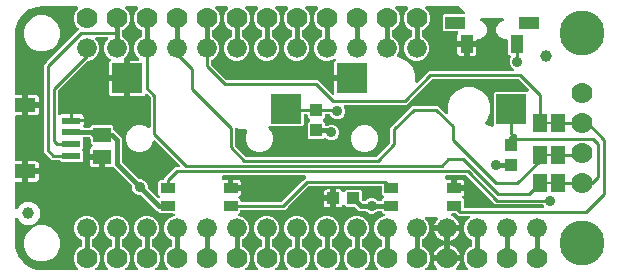
<source format=gbr>
G04 EAGLE Gerber RS-274X export*
G75*
%MOMM*%
%FSLAX34Y34*%
%LPD*%
%INTop Copper*%
%IPPOS*%
%AMOC8*
5,1,8,0,0,1.08239X$1,22.5*%
G01*
%ADD10R,2.550000X2.500000*%
%ADD11R,1.200000X0.900000*%
%ADD12R,1.075000X1.000000*%
%ADD13C,3.810000*%
%ADD14C,1.778000*%
%ADD15C,1.676400*%
%ADD16R,1.168400X1.600200*%
%ADD17R,0.635000X0.203200*%
%ADD18R,1.000000X1.075000*%
%ADD19R,1.100000X1.500000*%
%ADD20R,1.750000X1.000000*%
%ADD21R,1.550000X0.600000*%
%ADD22R,1.800000X1.200000*%
%ADD23R,1.500000X1.240000*%
%ADD24C,1.000000*%
%ADD25C,0.906400*%
%ADD26C,0.254000*%
%ADD27C,0.406400*%

G36*
X55285Y2558D02*
X55285Y2558D01*
X55424Y2571D01*
X55443Y2578D01*
X55464Y2581D01*
X55592Y2632D01*
X55724Y2679D01*
X55740Y2690D01*
X55759Y2698D01*
X55872Y2779D01*
X55987Y2857D01*
X56000Y2873D01*
X56017Y2884D01*
X56105Y2992D01*
X56197Y3096D01*
X56206Y3114D01*
X56219Y3129D01*
X56279Y3255D01*
X56342Y3379D01*
X56346Y3399D01*
X56355Y3417D01*
X56381Y3554D01*
X56411Y3689D01*
X56411Y3710D01*
X56415Y3729D01*
X56406Y3868D01*
X56402Y4007D01*
X56396Y4027D01*
X56395Y4047D01*
X56352Y4179D01*
X56313Y4313D01*
X56303Y4330D01*
X56297Y4349D01*
X56222Y4467D01*
X56152Y4587D01*
X56133Y4608D01*
X56127Y4618D01*
X56112Y4632D01*
X56045Y4707D01*
X54240Y6513D01*
X52577Y10527D01*
X52577Y14873D01*
X54240Y18887D01*
X57313Y21960D01*
X58652Y22514D01*
X58677Y22529D01*
X58705Y22538D01*
X58815Y22608D01*
X58928Y22672D01*
X58949Y22693D01*
X58974Y22708D01*
X59063Y22803D01*
X59156Y22893D01*
X59172Y22918D01*
X59192Y22940D01*
X59255Y23054D01*
X59323Y23164D01*
X59331Y23193D01*
X59346Y23218D01*
X59378Y23344D01*
X59416Y23468D01*
X59418Y23498D01*
X59425Y23526D01*
X59435Y23687D01*
X59435Y27663D01*
X59432Y27692D01*
X59434Y27721D01*
X59412Y27849D01*
X59395Y27978D01*
X59385Y28006D01*
X59380Y28035D01*
X59326Y28153D01*
X59278Y28274D01*
X59261Y28298D01*
X59249Y28325D01*
X59168Y28426D01*
X59092Y28531D01*
X59069Y28550D01*
X59050Y28573D01*
X58947Y28651D01*
X58847Y28734D01*
X58820Y28747D01*
X58796Y28764D01*
X58652Y28835D01*
X57601Y29271D01*
X54671Y32201D01*
X53085Y36028D01*
X53085Y40172D01*
X54671Y43999D01*
X57601Y46929D01*
X61428Y48515D01*
X65572Y48515D01*
X69399Y46929D01*
X72329Y43999D01*
X73915Y40172D01*
X73915Y36028D01*
X72329Y32201D01*
X69399Y29271D01*
X68348Y28835D01*
X68323Y28821D01*
X68295Y28812D01*
X68185Y28742D01*
X68072Y28678D01*
X68051Y28657D01*
X68026Y28642D01*
X67937Y28547D01*
X67844Y28457D01*
X67828Y28431D01*
X67808Y28410D01*
X67745Y28296D01*
X67677Y28185D01*
X67669Y28157D01*
X67654Y28131D01*
X67622Y28006D01*
X67584Y27882D01*
X67582Y27852D01*
X67575Y27823D01*
X67565Y27663D01*
X67565Y23687D01*
X67568Y23658D01*
X67566Y23628D01*
X67588Y23500D01*
X67605Y23372D01*
X67615Y23344D01*
X67620Y23315D01*
X67674Y23196D01*
X67722Y23076D01*
X67739Y23052D01*
X67751Y23025D01*
X67832Y22924D01*
X67908Y22819D01*
X67931Y22800D01*
X67950Y22777D01*
X68053Y22699D01*
X68153Y22616D01*
X68180Y22603D01*
X68204Y22585D01*
X68348Y22514D01*
X69687Y21960D01*
X72760Y18887D01*
X74423Y14873D01*
X74423Y10527D01*
X72760Y6513D01*
X70955Y4707D01*
X70869Y4598D01*
X70781Y4491D01*
X70772Y4472D01*
X70760Y4456D01*
X70704Y4328D01*
X70645Y4203D01*
X70641Y4183D01*
X70633Y4164D01*
X70611Y4026D01*
X70585Y3890D01*
X70587Y3870D01*
X70583Y3850D01*
X70596Y3711D01*
X70605Y3573D01*
X70611Y3554D01*
X70613Y3534D01*
X70660Y3402D01*
X70703Y3271D01*
X70714Y3253D01*
X70721Y3234D01*
X70799Y3119D01*
X70873Y3002D01*
X70888Y2988D01*
X70899Y2971D01*
X71004Y2879D01*
X71105Y2784D01*
X71123Y2774D01*
X71138Y2761D01*
X71262Y2697D01*
X71383Y2630D01*
X71403Y2625D01*
X71421Y2616D01*
X71557Y2586D01*
X71691Y2551D01*
X71719Y2549D01*
X71731Y2546D01*
X71752Y2547D01*
X71852Y2541D01*
X80548Y2541D01*
X80685Y2558D01*
X80824Y2571D01*
X80843Y2578D01*
X80864Y2581D01*
X80992Y2632D01*
X81124Y2679D01*
X81140Y2690D01*
X81159Y2698D01*
X81272Y2779D01*
X81387Y2857D01*
X81400Y2873D01*
X81417Y2884D01*
X81505Y2992D01*
X81597Y3096D01*
X81606Y3114D01*
X81619Y3129D01*
X81679Y3255D01*
X81742Y3379D01*
X81746Y3399D01*
X81755Y3417D01*
X81781Y3554D01*
X81811Y3689D01*
X81811Y3710D01*
X81815Y3729D01*
X81806Y3868D01*
X81802Y4007D01*
X81796Y4027D01*
X81795Y4047D01*
X81752Y4179D01*
X81713Y4313D01*
X81703Y4330D01*
X81697Y4349D01*
X81622Y4467D01*
X81552Y4587D01*
X81533Y4608D01*
X81527Y4618D01*
X81512Y4632D01*
X81445Y4707D01*
X79640Y6513D01*
X77977Y10527D01*
X77977Y14873D01*
X79640Y18887D01*
X82713Y21960D01*
X84052Y22514D01*
X84077Y22529D01*
X84105Y22538D01*
X84215Y22608D01*
X84328Y22672D01*
X84349Y22693D01*
X84374Y22708D01*
X84463Y22803D01*
X84556Y22893D01*
X84572Y22918D01*
X84592Y22940D01*
X84655Y23054D01*
X84723Y23164D01*
X84731Y23193D01*
X84746Y23218D01*
X84778Y23344D01*
X84816Y23468D01*
X84818Y23498D01*
X84825Y23526D01*
X84835Y23687D01*
X84835Y27663D01*
X84832Y27692D01*
X84834Y27721D01*
X84812Y27849D01*
X84795Y27978D01*
X84785Y28006D01*
X84780Y28035D01*
X84726Y28153D01*
X84678Y28274D01*
X84661Y28298D01*
X84649Y28325D01*
X84568Y28426D01*
X84492Y28531D01*
X84469Y28550D01*
X84450Y28573D01*
X84347Y28651D01*
X84247Y28734D01*
X84220Y28747D01*
X84196Y28764D01*
X84052Y28835D01*
X83001Y29271D01*
X80071Y32201D01*
X78485Y36028D01*
X78485Y40172D01*
X80071Y43999D01*
X83001Y46929D01*
X86828Y48515D01*
X90972Y48515D01*
X94799Y46929D01*
X97729Y43999D01*
X99315Y40172D01*
X99315Y36028D01*
X97729Y32201D01*
X94799Y29271D01*
X93748Y28835D01*
X93723Y28821D01*
X93695Y28812D01*
X93585Y28742D01*
X93472Y28678D01*
X93451Y28657D01*
X93426Y28642D01*
X93337Y28547D01*
X93244Y28457D01*
X93228Y28431D01*
X93208Y28410D01*
X93145Y28296D01*
X93077Y28185D01*
X93069Y28157D01*
X93054Y28131D01*
X93022Y28006D01*
X92984Y27882D01*
X92982Y27852D01*
X92975Y27823D01*
X92965Y27663D01*
X92965Y23687D01*
X92968Y23658D01*
X92966Y23628D01*
X92988Y23500D01*
X93005Y23372D01*
X93015Y23344D01*
X93020Y23315D01*
X93074Y23196D01*
X93122Y23076D01*
X93139Y23052D01*
X93151Y23025D01*
X93232Y22924D01*
X93308Y22819D01*
X93331Y22800D01*
X93350Y22777D01*
X93453Y22699D01*
X93553Y22616D01*
X93580Y22603D01*
X93604Y22585D01*
X93748Y22514D01*
X95087Y21960D01*
X98160Y18887D01*
X99823Y14873D01*
X99823Y10527D01*
X98160Y6513D01*
X96355Y4707D01*
X96269Y4598D01*
X96181Y4491D01*
X96172Y4472D01*
X96160Y4456D01*
X96104Y4328D01*
X96045Y4203D01*
X96041Y4183D01*
X96033Y4164D01*
X96011Y4026D01*
X95985Y3890D01*
X95987Y3870D01*
X95983Y3850D01*
X95996Y3711D01*
X96005Y3573D01*
X96011Y3554D01*
X96013Y3534D01*
X96060Y3402D01*
X96103Y3271D01*
X96114Y3253D01*
X96121Y3234D01*
X96199Y3119D01*
X96273Y3002D01*
X96288Y2988D01*
X96299Y2971D01*
X96404Y2879D01*
X96505Y2784D01*
X96523Y2774D01*
X96538Y2761D01*
X96662Y2697D01*
X96783Y2630D01*
X96803Y2625D01*
X96821Y2616D01*
X96957Y2586D01*
X97091Y2551D01*
X97119Y2549D01*
X97131Y2546D01*
X97152Y2547D01*
X97252Y2541D01*
X105948Y2541D01*
X106085Y2558D01*
X106224Y2571D01*
X106243Y2578D01*
X106264Y2581D01*
X106392Y2632D01*
X106524Y2679D01*
X106540Y2690D01*
X106559Y2698D01*
X106672Y2779D01*
X106787Y2857D01*
X106800Y2873D01*
X106817Y2884D01*
X106905Y2992D01*
X106997Y3096D01*
X107006Y3114D01*
X107019Y3129D01*
X107079Y3255D01*
X107142Y3379D01*
X107146Y3399D01*
X107155Y3417D01*
X107181Y3554D01*
X107211Y3689D01*
X107211Y3710D01*
X107215Y3729D01*
X107206Y3868D01*
X107202Y4007D01*
X107196Y4027D01*
X107195Y4047D01*
X107152Y4179D01*
X107113Y4313D01*
X107103Y4330D01*
X107097Y4349D01*
X107022Y4467D01*
X106952Y4587D01*
X106933Y4608D01*
X106927Y4618D01*
X106912Y4632D01*
X106845Y4707D01*
X105040Y6513D01*
X103377Y10527D01*
X103377Y14873D01*
X105040Y18887D01*
X108113Y21960D01*
X109452Y22514D01*
X109477Y22529D01*
X109505Y22538D01*
X109615Y22608D01*
X109728Y22672D01*
X109749Y22693D01*
X109774Y22708D01*
X109863Y22803D01*
X109956Y22893D01*
X109972Y22918D01*
X109992Y22940D01*
X110055Y23054D01*
X110123Y23164D01*
X110131Y23193D01*
X110146Y23218D01*
X110178Y23344D01*
X110216Y23468D01*
X110218Y23498D01*
X110225Y23526D01*
X110235Y23687D01*
X110235Y27663D01*
X110232Y27692D01*
X110234Y27721D01*
X110212Y27849D01*
X110195Y27978D01*
X110185Y28006D01*
X110180Y28035D01*
X110126Y28153D01*
X110078Y28274D01*
X110061Y28298D01*
X110049Y28325D01*
X109968Y28426D01*
X109892Y28531D01*
X109869Y28550D01*
X109850Y28573D01*
X109747Y28651D01*
X109647Y28734D01*
X109620Y28747D01*
X109596Y28764D01*
X109452Y28835D01*
X108401Y29271D01*
X105471Y32201D01*
X103885Y36028D01*
X103885Y40172D01*
X105471Y43999D01*
X108401Y46929D01*
X112228Y48515D01*
X116372Y48515D01*
X120199Y46929D01*
X123129Y43999D01*
X124715Y40172D01*
X124715Y36028D01*
X123129Y32201D01*
X120199Y29271D01*
X119148Y28835D01*
X119123Y28821D01*
X119095Y28812D01*
X118985Y28742D01*
X118872Y28678D01*
X118851Y28657D01*
X118826Y28642D01*
X118737Y28547D01*
X118644Y28457D01*
X118628Y28431D01*
X118608Y28410D01*
X118545Y28296D01*
X118477Y28185D01*
X118469Y28157D01*
X118454Y28131D01*
X118422Y28006D01*
X118384Y27882D01*
X118382Y27852D01*
X118375Y27823D01*
X118365Y27663D01*
X118365Y23687D01*
X118368Y23658D01*
X118366Y23628D01*
X118388Y23500D01*
X118405Y23372D01*
X118415Y23344D01*
X118420Y23315D01*
X118474Y23196D01*
X118522Y23076D01*
X118539Y23052D01*
X118551Y23025D01*
X118632Y22924D01*
X118708Y22819D01*
X118731Y22800D01*
X118750Y22777D01*
X118853Y22699D01*
X118953Y22616D01*
X118980Y22603D01*
X119004Y22585D01*
X119148Y22514D01*
X120487Y21960D01*
X123560Y18887D01*
X125223Y14873D01*
X125223Y10527D01*
X123560Y6513D01*
X121755Y4707D01*
X121669Y4598D01*
X121581Y4491D01*
X121572Y4472D01*
X121560Y4456D01*
X121504Y4328D01*
X121445Y4203D01*
X121441Y4183D01*
X121433Y4164D01*
X121411Y4026D01*
X121385Y3890D01*
X121387Y3870D01*
X121383Y3850D01*
X121396Y3711D01*
X121405Y3573D01*
X121411Y3554D01*
X121413Y3534D01*
X121460Y3402D01*
X121503Y3271D01*
X121514Y3253D01*
X121521Y3234D01*
X121599Y3119D01*
X121673Y3002D01*
X121688Y2988D01*
X121699Y2971D01*
X121804Y2879D01*
X121905Y2784D01*
X121923Y2774D01*
X121938Y2761D01*
X122062Y2697D01*
X122183Y2630D01*
X122203Y2625D01*
X122221Y2616D01*
X122357Y2586D01*
X122491Y2551D01*
X122519Y2549D01*
X122531Y2546D01*
X122552Y2547D01*
X122652Y2541D01*
X131348Y2541D01*
X131485Y2558D01*
X131624Y2571D01*
X131643Y2578D01*
X131664Y2581D01*
X131792Y2632D01*
X131924Y2679D01*
X131940Y2690D01*
X131959Y2698D01*
X132072Y2779D01*
X132187Y2857D01*
X132200Y2873D01*
X132217Y2884D01*
X132305Y2992D01*
X132397Y3096D01*
X132406Y3114D01*
X132419Y3129D01*
X132479Y3255D01*
X132542Y3379D01*
X132546Y3399D01*
X132555Y3417D01*
X132581Y3554D01*
X132611Y3689D01*
X132611Y3710D01*
X132615Y3729D01*
X132606Y3868D01*
X132602Y4007D01*
X132596Y4027D01*
X132595Y4047D01*
X132552Y4179D01*
X132513Y4313D01*
X132503Y4330D01*
X132497Y4349D01*
X132422Y4467D01*
X132352Y4587D01*
X132333Y4608D01*
X132327Y4618D01*
X132312Y4632D01*
X132245Y4707D01*
X130440Y6513D01*
X128777Y10527D01*
X128777Y14873D01*
X130440Y18887D01*
X133513Y21960D01*
X134852Y22514D01*
X134877Y22529D01*
X134905Y22538D01*
X135015Y22608D01*
X135128Y22672D01*
X135149Y22693D01*
X135174Y22708D01*
X135263Y22803D01*
X135356Y22893D01*
X135372Y22918D01*
X135392Y22940D01*
X135455Y23054D01*
X135523Y23164D01*
X135531Y23193D01*
X135546Y23218D01*
X135578Y23344D01*
X135616Y23468D01*
X135618Y23498D01*
X135625Y23526D01*
X135635Y23687D01*
X135635Y27663D01*
X135632Y27692D01*
X135634Y27721D01*
X135612Y27849D01*
X135595Y27978D01*
X135585Y28006D01*
X135580Y28035D01*
X135526Y28153D01*
X135478Y28274D01*
X135461Y28298D01*
X135449Y28325D01*
X135368Y28426D01*
X135292Y28531D01*
X135269Y28550D01*
X135250Y28573D01*
X135147Y28651D01*
X135047Y28734D01*
X135020Y28747D01*
X134996Y28764D01*
X134852Y28835D01*
X133801Y29271D01*
X130871Y32201D01*
X129285Y36028D01*
X129285Y40172D01*
X130871Y43999D01*
X133801Y46929D01*
X137099Y48295D01*
X137159Y48330D01*
X137224Y48356D01*
X137297Y48408D01*
X137375Y48453D01*
X137425Y48501D01*
X137482Y48542D01*
X137539Y48612D01*
X137604Y48674D01*
X137640Y48734D01*
X137685Y48787D01*
X137723Y48869D01*
X137770Y48945D01*
X137790Y49012D01*
X137820Y49075D01*
X137837Y49163D01*
X137863Y49249D01*
X137867Y49319D01*
X137880Y49388D01*
X137874Y49477D01*
X137879Y49567D01*
X137864Y49635D01*
X137860Y49705D01*
X137832Y49790D01*
X137814Y49878D01*
X137784Y49941D01*
X137762Y50007D01*
X137714Y50083D01*
X137675Y50164D01*
X137629Y50217D01*
X137592Y50276D01*
X137527Y50338D01*
X137468Y50406D01*
X137411Y50446D01*
X137360Y50494D01*
X137282Y50537D01*
X137208Y50589D01*
X137143Y50614D01*
X137082Y50648D01*
X136995Y50670D01*
X136911Y50702D01*
X136841Y50710D01*
X136774Y50727D01*
X136613Y50737D01*
X125408Y50737D01*
X124217Y51928D01*
X124217Y51936D01*
X124202Y52054D01*
X124195Y52173D01*
X124182Y52211D01*
X124177Y52252D01*
X124134Y52362D01*
X124097Y52475D01*
X124075Y52510D01*
X124060Y52547D01*
X123991Y52643D01*
X123927Y52744D01*
X123897Y52772D01*
X123874Y52805D01*
X123782Y52881D01*
X123695Y52962D01*
X123660Y52982D01*
X123629Y53007D01*
X123521Y53058D01*
X123417Y53116D01*
X123377Y53126D01*
X123341Y53143D01*
X123224Y53165D01*
X123109Y53195D01*
X123049Y53199D01*
X123029Y53203D01*
X123008Y53201D01*
X122948Y53205D01*
X122656Y53205D01*
X109773Y66089D01*
X109695Y66149D01*
X109623Y66217D01*
X109570Y66246D01*
X109522Y66283D01*
X109431Y66323D01*
X109344Y66371D01*
X109286Y66386D01*
X109230Y66410D01*
X109132Y66425D01*
X109036Y66450D01*
X108936Y66456D01*
X108916Y66460D01*
X108904Y66458D01*
X108876Y66460D01*
X107279Y66460D01*
X104866Y67460D01*
X103020Y69306D01*
X102020Y71719D01*
X102020Y73316D01*
X102008Y73414D01*
X102005Y73513D01*
X101988Y73571D01*
X101980Y73631D01*
X101944Y73723D01*
X101916Y73818D01*
X101886Y73870D01*
X101863Y73927D01*
X101805Y74007D01*
X101755Y74092D01*
X101689Y74168D01*
X101677Y74184D01*
X101667Y74192D01*
X101649Y74213D01*
X86193Y89669D01*
X86104Y89738D01*
X86020Y89813D01*
X85979Y89835D01*
X85941Y89864D01*
X85838Y89909D01*
X85739Y89961D01*
X85693Y89972D01*
X85649Y89990D01*
X85538Y90008D01*
X85429Y90034D01*
X85382Y90033D01*
X85335Y90040D01*
X85223Y90030D01*
X85111Y90027D01*
X85066Y90015D01*
X85019Y90010D01*
X84913Y89972D01*
X84805Y89942D01*
X84740Y89910D01*
X84719Y89903D01*
X84704Y89892D01*
X84688Y89884D01*
X84034Y89709D01*
X78739Y89709D01*
X78739Y97180D01*
X78724Y97298D01*
X78717Y97417D01*
X78704Y97455D01*
X78699Y97495D01*
X78655Y97606D01*
X78619Y97719D01*
X78597Y97754D01*
X78582Y97791D01*
X78512Y97887D01*
X78449Y97988D01*
X78419Y98016D01*
X78395Y98048D01*
X78304Y98124D01*
X78217Y98206D01*
X78182Y98225D01*
X78150Y98251D01*
X78043Y98302D01*
X77939Y98359D01*
X77899Y98370D01*
X77863Y98387D01*
X77746Y98409D01*
X77631Y98439D01*
X77570Y98443D01*
X77550Y98447D01*
X77530Y98445D01*
X77470Y98449D01*
X76199Y98449D01*
X76199Y99720D01*
X76184Y99838D01*
X76177Y99957D01*
X76164Y99995D01*
X76159Y100035D01*
X76115Y100146D01*
X76079Y100259D01*
X76057Y100294D01*
X76042Y100331D01*
X75972Y100427D01*
X75909Y100528D01*
X75879Y100556D01*
X75855Y100588D01*
X75764Y100664D01*
X75677Y100746D01*
X75642Y100765D01*
X75610Y100791D01*
X75503Y100842D01*
X75399Y100899D01*
X75359Y100910D01*
X75323Y100927D01*
X75206Y100949D01*
X75091Y100979D01*
X75030Y100983D01*
X75010Y100987D01*
X74990Y100985D01*
X74930Y100989D01*
X66159Y100989D01*
X66159Y104984D01*
X66332Y105631D01*
X66667Y106210D01*
X67140Y106683D01*
X67769Y107046D01*
X67869Y107122D01*
X67973Y107193D01*
X67996Y107218D01*
X68023Y107239D01*
X68101Y107337D01*
X68184Y107431D01*
X68199Y107461D01*
X68220Y107488D01*
X68271Y107603D01*
X68329Y107715D01*
X68336Y107748D01*
X68350Y107778D01*
X68371Y107903D01*
X68398Y108025D01*
X68397Y108059D01*
X68403Y108092D01*
X68392Y108217D01*
X68389Y108343D01*
X68379Y108375D01*
X68376Y108409D01*
X68335Y108528D01*
X68300Y108648D01*
X68283Y108677D01*
X68272Y108709D01*
X68202Y108814D01*
X68139Y108922D01*
X68106Y108959D01*
X68096Y108974D01*
X68080Y108989D01*
X68032Y109043D01*
X66667Y110408D01*
X66667Y113749D01*
X66655Y113847D01*
X66652Y113946D01*
X66635Y114004D01*
X66627Y114064D01*
X66591Y114156D01*
X66563Y114251D01*
X66533Y114303D01*
X66510Y114360D01*
X66452Y114440D01*
X66402Y114525D01*
X66336Y114601D01*
X66324Y114617D01*
X66314Y114625D01*
X66296Y114646D01*
X66078Y114864D01*
X66000Y114924D01*
X65928Y114992D01*
X65875Y115021D01*
X65827Y115058D01*
X65736Y115098D01*
X65649Y115146D01*
X65591Y115161D01*
X65535Y115185D01*
X65437Y115200D01*
X65341Y115225D01*
X65241Y115231D01*
X65221Y115235D01*
X65209Y115233D01*
X65181Y115235D01*
X61294Y115235D01*
X61156Y115218D01*
X61017Y115205D01*
X60998Y115198D01*
X60978Y115195D01*
X60849Y115144D01*
X60718Y115097D01*
X60701Y115086D01*
X60682Y115078D01*
X60570Y114997D01*
X60455Y114919D01*
X60442Y114903D01*
X60425Y114892D01*
X60336Y114784D01*
X60244Y114680D01*
X60235Y114662D01*
X60222Y114647D01*
X60163Y114521D01*
X60100Y114397D01*
X60095Y114377D01*
X60087Y114359D01*
X60061Y114223D01*
X60030Y114087D01*
X60031Y114066D01*
X60027Y114047D01*
X60036Y113908D01*
X60040Y113769D01*
X60045Y113749D01*
X60047Y113729D01*
X60090Y113597D01*
X60128Y113463D01*
X60139Y113446D01*
X60145Y113427D01*
X60219Y113309D01*
X60290Y113189D01*
X60308Y113168D01*
X60315Y113158D01*
X60323Y113151D01*
X60323Y105458D01*
X60062Y105198D01*
X59989Y105103D01*
X59910Y105014D01*
X59892Y104978D01*
X59867Y104946D01*
X59820Y104837D01*
X59766Y104731D01*
X59757Y104692D01*
X59741Y104654D01*
X59722Y104536D01*
X59696Y104421D01*
X59697Y104380D01*
X59691Y104340D01*
X59702Y104222D01*
X59706Y104103D01*
X59717Y104064D01*
X59721Y104024D01*
X59761Y103912D01*
X59794Y103797D01*
X59815Y103762D01*
X59828Y103724D01*
X59895Y103626D01*
X59956Y103523D01*
X59996Y103478D01*
X60007Y103461D01*
X60022Y103448D01*
X60062Y103403D01*
X60323Y103142D01*
X60323Y95458D01*
X59132Y94267D01*
X41948Y94267D01*
X40590Y95626D01*
X40512Y95686D01*
X40439Y95754D01*
X40386Y95783D01*
X40339Y95820D01*
X40248Y95860D01*
X40161Y95908D01*
X40102Y95923D01*
X40047Y95947D01*
X39949Y95962D01*
X39853Y95987D01*
X39753Y95993D01*
X39733Y95997D01*
X39720Y95995D01*
X39692Y95997D01*
X33952Y95997D01*
X27177Y102772D01*
X27177Y176628D01*
X29483Y178934D01*
X29484Y178934D01*
X54746Y204196D01*
X56354Y205804D01*
X56427Y205899D01*
X56505Y205988D01*
X56524Y206024D01*
X56549Y206056D01*
X56596Y206165D01*
X56650Y206271D01*
X56659Y206310D01*
X56675Y206347D01*
X56694Y206465D01*
X56720Y206581D01*
X56718Y206622D01*
X56725Y206662D01*
X56714Y206780D01*
X56710Y206899D01*
X56699Y206938D01*
X56695Y206978D01*
X56655Y207090D01*
X56622Y207205D01*
X56601Y207239D01*
X56587Y207277D01*
X56520Y207376D01*
X56460Y207479D01*
X56420Y207524D01*
X56409Y207541D01*
X56393Y207554D01*
X56354Y207599D01*
X54240Y209713D01*
X52577Y213727D01*
X52577Y218073D01*
X54240Y222087D01*
X56045Y223893D01*
X56131Y224002D01*
X56219Y224109D01*
X56228Y224128D01*
X56240Y224144D01*
X56296Y224272D01*
X56355Y224397D01*
X56359Y224417D01*
X56367Y224436D01*
X56389Y224574D01*
X56415Y224710D01*
X56413Y224730D01*
X56417Y224750D01*
X56404Y224889D01*
X56395Y225027D01*
X56389Y225046D01*
X56387Y225066D01*
X56340Y225198D01*
X56297Y225329D01*
X56286Y225347D01*
X56279Y225366D01*
X56201Y225481D01*
X56127Y225598D01*
X56112Y225612D01*
X56101Y225629D01*
X55996Y225721D01*
X55895Y225816D01*
X55877Y225826D01*
X55862Y225839D01*
X55738Y225903D01*
X55617Y225970D01*
X55597Y225975D01*
X55579Y225984D01*
X55443Y226014D01*
X55309Y226049D01*
X55281Y226051D01*
X55269Y226054D01*
X55248Y226053D01*
X55148Y226059D01*
X25400Y226059D01*
X25378Y226057D01*
X25300Y226055D01*
X21923Y225790D01*
X21855Y225776D01*
X21786Y225771D01*
X21630Y225731D01*
X15206Y223644D01*
X15099Y223594D01*
X14988Y223550D01*
X14937Y223517D01*
X14918Y223509D01*
X14903Y223496D01*
X14852Y223464D01*
X9388Y219493D01*
X9301Y219412D01*
X9209Y219336D01*
X9171Y219290D01*
X9156Y219276D01*
X9145Y219258D01*
X9107Y219212D01*
X5136Y213748D01*
X5079Y213644D01*
X5015Y213544D01*
X4993Y213487D01*
X4983Y213469D01*
X4978Y213449D01*
X4956Y213394D01*
X2869Y206970D01*
X2856Y206902D01*
X2833Y206836D01*
X2810Y206677D01*
X2545Y203300D01*
X2546Y203278D01*
X2541Y203200D01*
X2541Y152110D01*
X2556Y151992D01*
X2563Y151873D01*
X2576Y151835D01*
X2581Y151794D01*
X2624Y151684D01*
X2661Y151571D01*
X2683Y151536D01*
X2698Y151499D01*
X2767Y151403D01*
X2831Y151302D01*
X2861Y151274D01*
X2884Y151241D01*
X2976Y151165D01*
X3063Y151084D01*
X3098Y151064D01*
X3129Y151039D01*
X3237Y150988D01*
X3341Y150930D01*
X3381Y150920D01*
X3417Y150903D01*
X3534Y150881D01*
X3649Y150851D01*
X3709Y150847D01*
X3729Y150843D01*
X3750Y150845D01*
X3810Y150841D01*
X9001Y150841D01*
X9001Y143570D01*
X9016Y143452D01*
X9023Y143333D01*
X9036Y143295D01*
X9041Y143255D01*
X9084Y143144D01*
X9121Y143031D01*
X9143Y142996D01*
X9158Y142959D01*
X9228Y142863D01*
X9291Y142762D01*
X9321Y142734D01*
X9345Y142702D01*
X9436Y142626D01*
X9523Y142544D01*
X9558Y142525D01*
X9589Y142499D01*
X9697Y142448D01*
X9801Y142391D01*
X9841Y142380D01*
X9877Y142363D01*
X9994Y142341D01*
X10109Y142311D01*
X10170Y142307D01*
X10190Y142303D01*
X10210Y142305D01*
X10270Y142301D01*
X11541Y142301D01*
X11541Y142299D01*
X10270Y142299D01*
X10152Y142284D01*
X10033Y142277D01*
X9995Y142264D01*
X9955Y142259D01*
X9844Y142215D01*
X9731Y142179D01*
X9696Y142157D01*
X9659Y142142D01*
X9563Y142072D01*
X9462Y142009D01*
X9434Y141979D01*
X9401Y141955D01*
X9326Y141864D01*
X9244Y141777D01*
X9224Y141742D01*
X9199Y141710D01*
X9148Y141603D01*
X9090Y141499D01*
X9080Y141459D01*
X9063Y141423D01*
X9041Y141306D01*
X9011Y141191D01*
X9007Y141130D01*
X9003Y141110D01*
X9005Y141090D01*
X9001Y141030D01*
X9001Y133759D01*
X3810Y133759D01*
X3692Y133744D01*
X3573Y133737D01*
X3535Y133724D01*
X3494Y133719D01*
X3384Y133676D01*
X3271Y133639D01*
X3236Y133617D01*
X3199Y133602D01*
X3103Y133533D01*
X3002Y133469D01*
X2974Y133439D01*
X2941Y133416D01*
X2865Y133324D01*
X2784Y133237D01*
X2764Y133202D01*
X2739Y133171D01*
X2688Y133063D01*
X2630Y132959D01*
X2620Y132919D01*
X2603Y132883D01*
X2581Y132766D01*
X2551Y132651D01*
X2547Y132591D01*
X2543Y132571D01*
X2545Y132550D01*
X2541Y132490D01*
X2541Y96110D01*
X2556Y95992D01*
X2563Y95873D01*
X2576Y95835D01*
X2581Y95794D01*
X2624Y95684D01*
X2661Y95571D01*
X2683Y95536D01*
X2698Y95499D01*
X2767Y95403D01*
X2831Y95302D01*
X2861Y95274D01*
X2884Y95241D01*
X2976Y95165D01*
X3063Y95084D01*
X3098Y95064D01*
X3129Y95039D01*
X3237Y94988D01*
X3341Y94930D01*
X3381Y94920D01*
X3417Y94903D01*
X3534Y94881D01*
X3649Y94851D01*
X3709Y94847D01*
X3729Y94843D01*
X3750Y94845D01*
X3810Y94841D01*
X9001Y94841D01*
X9001Y87570D01*
X9016Y87452D01*
X9023Y87333D01*
X9036Y87295D01*
X9041Y87255D01*
X9084Y87144D01*
X9121Y87031D01*
X9143Y86996D01*
X9158Y86959D01*
X9228Y86863D01*
X9291Y86762D01*
X9321Y86734D01*
X9345Y86702D01*
X9436Y86626D01*
X9523Y86544D01*
X9558Y86525D01*
X9589Y86499D01*
X9697Y86448D01*
X9801Y86391D01*
X9841Y86380D01*
X9877Y86363D01*
X9994Y86341D01*
X10109Y86311D01*
X10170Y86307D01*
X10190Y86303D01*
X10210Y86305D01*
X10270Y86301D01*
X11541Y86301D01*
X11541Y86299D01*
X10270Y86299D01*
X10152Y86284D01*
X10033Y86277D01*
X9995Y86264D01*
X9955Y86259D01*
X9844Y86215D01*
X9731Y86179D01*
X9696Y86157D01*
X9659Y86142D01*
X9563Y86072D01*
X9462Y86009D01*
X9434Y85979D01*
X9401Y85955D01*
X9326Y85864D01*
X9244Y85777D01*
X9224Y85742D01*
X9199Y85710D01*
X9148Y85603D01*
X9090Y85499D01*
X9080Y85459D01*
X9063Y85423D01*
X9041Y85306D01*
X9011Y85191D01*
X9007Y85130D01*
X9003Y85110D01*
X9005Y85090D01*
X9001Y85030D01*
X9001Y77759D01*
X3810Y77759D01*
X3692Y77744D01*
X3573Y77737D01*
X3535Y77724D01*
X3494Y77719D01*
X3384Y77676D01*
X3271Y77639D01*
X3236Y77617D01*
X3199Y77602D01*
X3103Y77533D01*
X3002Y77469D01*
X2974Y77439D01*
X2941Y77416D01*
X2865Y77324D01*
X2784Y77237D01*
X2764Y77202D01*
X2739Y77171D01*
X2688Y77063D01*
X2630Y76959D01*
X2620Y76919D01*
X2603Y76883D01*
X2581Y76766D01*
X2551Y76651D01*
X2547Y76591D01*
X2543Y76571D01*
X2545Y76550D01*
X2541Y76490D01*
X2541Y55568D01*
X2559Y55424D01*
X2574Y55279D01*
X2579Y55266D01*
X2581Y55253D01*
X2634Y55117D01*
X2685Y54981D01*
X2693Y54970D01*
X2698Y54957D01*
X2783Y54839D01*
X2866Y54719D01*
X2876Y54711D01*
X2884Y54700D01*
X2997Y54607D01*
X3107Y54512D01*
X3119Y54505D01*
X3129Y54497D01*
X3261Y54435D01*
X3392Y54370D01*
X3405Y54367D01*
X3417Y54361D01*
X3559Y54334D01*
X3703Y54304D01*
X3716Y54304D01*
X3729Y54302D01*
X3874Y54311D01*
X4020Y54317D01*
X4033Y54320D01*
X4047Y54321D01*
X4185Y54366D01*
X4325Y54408D01*
X4337Y54415D01*
X4349Y54419D01*
X4472Y54497D01*
X4597Y54573D01*
X4607Y54582D01*
X4618Y54590D01*
X4718Y54695D01*
X4820Y54800D01*
X4830Y54815D01*
X4836Y54821D01*
X4844Y54836D01*
X4909Y54934D01*
X6713Y58057D01*
X11314Y60714D01*
X16626Y60714D01*
X21227Y58057D01*
X23884Y53456D01*
X23884Y48144D01*
X21227Y43543D01*
X17312Y41282D01*
X17252Y41236D01*
X17185Y41198D01*
X17125Y41140D01*
X17059Y41090D01*
X17012Y41030D01*
X16957Y40977D01*
X16913Y40906D01*
X16870Y40852D01*
X16809Y40859D01*
X16741Y40876D01*
X16580Y40886D01*
X11314Y40886D01*
X6713Y43543D01*
X4909Y46666D01*
X4821Y46783D01*
X4736Y46900D01*
X4725Y46909D01*
X4717Y46920D01*
X4603Y47010D01*
X4491Y47103D01*
X4478Y47109D01*
X4468Y47117D01*
X4334Y47177D01*
X4203Y47239D01*
X4190Y47241D01*
X4177Y47247D01*
X4033Y47271D01*
X3890Y47298D01*
X3877Y47298D01*
X3864Y47300D01*
X3718Y47288D01*
X3573Y47279D01*
X3560Y47275D01*
X3547Y47273D01*
X3409Y47225D01*
X3271Y47181D01*
X3259Y47173D01*
X3246Y47169D01*
X3125Y47088D01*
X3002Y47010D01*
X2993Y47001D01*
X2981Y46993D01*
X2884Y46885D01*
X2784Y46779D01*
X2777Y46767D01*
X2768Y46757D01*
X2701Y46628D01*
X2630Y46500D01*
X2627Y46487D01*
X2621Y46475D01*
X2587Y46333D01*
X2551Y46192D01*
X2550Y46174D01*
X2548Y46166D01*
X2548Y46149D01*
X2541Y46032D01*
X2541Y25400D01*
X2543Y25378D01*
X2545Y25300D01*
X2810Y21923D01*
X2824Y21855D01*
X2829Y21786D01*
X2869Y21630D01*
X4956Y15206D01*
X5006Y15099D01*
X5050Y14988D01*
X5083Y14937D01*
X5091Y14918D01*
X5104Y14903D01*
X5136Y14852D01*
X9107Y9388D01*
X9127Y9366D01*
X9138Y9348D01*
X9184Y9305D01*
X9188Y9301D01*
X9264Y9209D01*
X9310Y9171D01*
X9324Y9156D01*
X9342Y9145D01*
X9388Y9107D01*
X14852Y5136D01*
X14956Y5079D01*
X15056Y5015D01*
X15113Y4993D01*
X15131Y4983D01*
X15151Y4978D01*
X15206Y4956D01*
X21630Y2869D01*
X21698Y2856D01*
X21764Y2833D01*
X21923Y2810D01*
X25300Y2545D01*
X25322Y2546D01*
X25400Y2541D01*
X55148Y2541D01*
X55285Y2558D01*
G37*
G36*
X124560Y63414D02*
X124560Y63414D01*
X124679Y63418D01*
X124718Y63429D01*
X124758Y63433D01*
X124870Y63473D01*
X124985Y63506D01*
X125019Y63527D01*
X125057Y63540D01*
X125156Y63607D01*
X125259Y63668D01*
X125304Y63708D01*
X125321Y63719D01*
X125334Y63734D01*
X125379Y63774D01*
X125478Y63872D01*
X125551Y63967D01*
X125630Y64056D01*
X125648Y64092D01*
X125673Y64124D01*
X125720Y64233D01*
X125774Y64339D01*
X125783Y64378D01*
X125799Y64416D01*
X125818Y64533D01*
X125844Y64649D01*
X125843Y64690D01*
X125849Y64730D01*
X125838Y64848D01*
X125834Y64967D01*
X125823Y65006D01*
X125819Y65046D01*
X125779Y65159D01*
X125746Y65273D01*
X125725Y65307D01*
X125712Y65346D01*
X125645Y65444D01*
X125584Y65547D01*
X125544Y65592D01*
X125533Y65609D01*
X125518Y65622D01*
X125478Y65667D01*
X124217Y66928D01*
X124217Y77612D01*
X125408Y78803D01*
X127678Y78803D01*
X127796Y78818D01*
X127915Y78825D01*
X127953Y78838D01*
X127994Y78843D01*
X128104Y78886D01*
X128217Y78923D01*
X128252Y78945D01*
X128289Y78960D01*
X128385Y79029D01*
X128486Y79093D01*
X128514Y79123D01*
X128547Y79146D01*
X128623Y79238D01*
X128704Y79325D01*
X128724Y79360D01*
X128749Y79391D01*
X128800Y79499D01*
X128858Y79603D01*
X128868Y79643D01*
X128885Y79679D01*
X128907Y79796D01*
X128937Y79911D01*
X128941Y79971D01*
X128945Y79991D01*
X128943Y80012D01*
X128947Y80072D01*
X128947Y80278D01*
X138332Y89663D01*
X141362Y89663D01*
X141500Y89680D01*
X141639Y89693D01*
X141658Y89700D01*
X141678Y89703D01*
X141807Y89754D01*
X141938Y89801D01*
X141955Y89812D01*
X141973Y89820D01*
X142086Y89901D01*
X142201Y89979D01*
X142214Y89995D01*
X142231Y90006D01*
X142320Y90114D01*
X142412Y90218D01*
X142421Y90236D01*
X142434Y90251D01*
X142493Y90377D01*
X142556Y90501D01*
X142561Y90521D01*
X142569Y90539D01*
X142595Y90675D01*
X142626Y90811D01*
X142625Y90832D01*
X142629Y90851D01*
X142620Y90990D01*
X142616Y91129D01*
X142610Y91149D01*
X142609Y91169D01*
X142566Y91301D01*
X142528Y91435D01*
X142517Y91452D01*
X142511Y91471D01*
X142437Y91589D01*
X142366Y91709D01*
X142348Y91730D01*
X142341Y91740D01*
X142326Y91754D01*
X142260Y91829D01*
X121645Y112444D01*
X121606Y112474D01*
X121573Y112511D01*
X121481Y112571D01*
X121394Y112639D01*
X121349Y112659D01*
X121307Y112686D01*
X121203Y112721D01*
X121102Y112765D01*
X121053Y112773D01*
X121006Y112789D01*
X120897Y112798D01*
X120788Y112815D01*
X120739Y112810D01*
X120689Y112814D01*
X120581Y112795D01*
X120472Y112785D01*
X120425Y112768D01*
X120376Y112760D01*
X120276Y112715D01*
X120172Y112678D01*
X120131Y112650D01*
X120086Y112629D01*
X120000Y112561D01*
X119909Y112499D01*
X119876Y112462D01*
X119837Y112431D01*
X119771Y112343D01*
X119699Y112261D01*
X119676Y112216D01*
X119646Y112177D01*
X119575Y112032D01*
X117791Y107724D01*
X114526Y104459D01*
X110259Y102692D01*
X105641Y102692D01*
X101374Y104459D01*
X98109Y107724D01*
X96342Y111991D01*
X96342Y116609D01*
X98109Y120876D01*
X101374Y124141D01*
X105641Y125908D01*
X110259Y125908D01*
X114526Y124141D01*
X115358Y123309D01*
X115467Y123224D01*
X115575Y123135D01*
X115593Y123126D01*
X115609Y123114D01*
X115737Y123058D01*
X115863Y122999D01*
X115882Y122995D01*
X115901Y122987D01*
X116039Y122965D01*
X116175Y122939D01*
X116195Y122941D01*
X116215Y122937D01*
X116354Y122950D01*
X116492Y122959D01*
X116512Y122965D01*
X116532Y122967D01*
X116663Y123014D01*
X116795Y123057D01*
X116812Y123068D01*
X116831Y123075D01*
X116946Y123153D01*
X117064Y123227D01*
X117078Y123242D01*
X117094Y123253D01*
X117186Y123357D01*
X117282Y123459D01*
X117291Y123477D01*
X117305Y123492D01*
X117368Y123615D01*
X117435Y123737D01*
X117440Y123757D01*
X117449Y123775D01*
X117480Y123911D01*
X117515Y124045D01*
X117516Y124073D01*
X117519Y124085D01*
X117518Y124106D01*
X117525Y124206D01*
X117525Y148678D01*
X117512Y148777D01*
X117509Y148876D01*
X117493Y148934D01*
X117485Y148994D01*
X117448Y149086D01*
X117421Y149181D01*
X117390Y149233D01*
X117368Y149290D01*
X117310Y149369D01*
X117259Y149455D01*
X117193Y149530D01*
X117181Y149547D01*
X117172Y149555D01*
X117153Y149576D01*
X114921Y151808D01*
X114822Y151885D01*
X114727Y151967D01*
X114697Y151982D01*
X114670Y152003D01*
X114554Y152053D01*
X114442Y152108D01*
X114409Y152116D01*
X114378Y152129D01*
X114254Y152149D01*
X114131Y152175D01*
X114097Y152173D01*
X114064Y152179D01*
X113939Y152167D01*
X113813Y152162D01*
X113781Y152152D01*
X113747Y152149D01*
X113629Y152106D01*
X113509Y152070D01*
X113480Y152053D01*
X113448Y152041D01*
X113344Y151971D01*
X113236Y151906D01*
X113213Y151882D01*
X113185Y151863D01*
X113102Y151769D01*
X113014Y151679D01*
X112987Y151638D01*
X112974Y151624D01*
X112965Y151605D01*
X112925Y151545D01*
X112633Y151040D01*
X112160Y150567D01*
X111581Y150232D01*
X110934Y150059D01*
X100389Y150059D01*
X100389Y163830D01*
X100374Y163948D01*
X100367Y164067D01*
X100354Y164105D01*
X100349Y164145D01*
X100305Y164256D01*
X100269Y164369D01*
X100247Y164404D01*
X100232Y164441D01*
X100162Y164537D01*
X100099Y164638D01*
X100069Y164666D01*
X100045Y164698D01*
X99954Y164774D01*
X99867Y164856D01*
X99832Y164875D01*
X99800Y164901D01*
X99693Y164952D01*
X99589Y165009D01*
X99549Y165020D01*
X99513Y165037D01*
X99396Y165059D01*
X99281Y165089D01*
X99220Y165093D01*
X99200Y165097D01*
X99180Y165095D01*
X99120Y165099D01*
X97849Y165099D01*
X97849Y165101D01*
X99120Y165101D01*
X99238Y165116D01*
X99357Y165123D01*
X99395Y165136D01*
X99435Y165141D01*
X99546Y165185D01*
X99659Y165221D01*
X99694Y165243D01*
X99731Y165258D01*
X99827Y165328D01*
X99928Y165391D01*
X99956Y165421D01*
X99988Y165445D01*
X100064Y165536D01*
X100146Y165623D01*
X100165Y165658D01*
X100191Y165690D01*
X100242Y165797D01*
X100299Y165901D01*
X100310Y165941D01*
X100327Y165977D01*
X100349Y166094D01*
X100379Y166209D01*
X100383Y166270D01*
X100387Y166290D01*
X100385Y166310D01*
X100389Y166370D01*
X100389Y180141D01*
X106866Y180141D01*
X107004Y180158D01*
X107143Y180171D01*
X107162Y180178D01*
X107182Y180181D01*
X107311Y180232D01*
X107442Y180279D01*
X107459Y180290D01*
X107478Y180298D01*
X107590Y180379D01*
X107705Y180457D01*
X107719Y180473D01*
X107735Y180484D01*
X107824Y180592D01*
X107916Y180696D01*
X107925Y180714D01*
X107938Y180729D01*
X107997Y180855D01*
X108060Y180979D01*
X108065Y180999D01*
X108073Y181017D01*
X108099Y181153D01*
X108130Y181289D01*
X108129Y181310D01*
X108133Y181329D01*
X108124Y181468D01*
X108120Y181607D01*
X108115Y181627D01*
X108113Y181647D01*
X108071Y181779D01*
X108032Y181913D01*
X108022Y181930D01*
X108015Y181949D01*
X107941Y182067D01*
X107870Y182187D01*
X107852Y182208D01*
X107845Y182218D01*
X107830Y182232D01*
X107764Y182307D01*
X105471Y184601D01*
X103885Y188428D01*
X103885Y192572D01*
X105471Y196399D01*
X108401Y199329D01*
X109452Y199765D01*
X109477Y199779D01*
X109505Y199788D01*
X109615Y199858D01*
X109728Y199922D01*
X109749Y199943D01*
X109774Y199958D01*
X109863Y200053D01*
X109956Y200143D01*
X109972Y200169D01*
X109992Y200190D01*
X110055Y200304D01*
X110123Y200415D01*
X110131Y200443D01*
X110146Y200469D01*
X110178Y200594D01*
X110216Y200718D01*
X110218Y200748D01*
X110225Y200777D01*
X110235Y200937D01*
X110235Y204913D01*
X110232Y204942D01*
X110234Y204972D01*
X110212Y205100D01*
X110195Y205228D01*
X110185Y205256D01*
X110180Y205285D01*
X110126Y205404D01*
X110078Y205524D01*
X110061Y205548D01*
X110049Y205575D01*
X109968Y205676D01*
X109892Y205781D01*
X109869Y205800D01*
X109850Y205823D01*
X109747Y205901D01*
X109647Y205984D01*
X109620Y205997D01*
X109596Y206015D01*
X109452Y206086D01*
X108113Y206640D01*
X105040Y209713D01*
X103377Y213727D01*
X103377Y218073D01*
X105040Y222087D01*
X106845Y223893D01*
X106931Y224002D01*
X107019Y224109D01*
X107028Y224128D01*
X107040Y224144D01*
X107096Y224272D01*
X107155Y224397D01*
X107159Y224417D01*
X107167Y224436D01*
X107189Y224574D01*
X107215Y224710D01*
X107213Y224730D01*
X107217Y224750D01*
X107204Y224889D01*
X107195Y225027D01*
X107189Y225046D01*
X107187Y225066D01*
X107140Y225198D01*
X107097Y225329D01*
X107086Y225347D01*
X107079Y225366D01*
X107001Y225481D01*
X106927Y225598D01*
X106912Y225612D01*
X106901Y225629D01*
X106796Y225721D01*
X106695Y225816D01*
X106677Y225826D01*
X106662Y225839D01*
X106538Y225903D01*
X106417Y225970D01*
X106397Y225975D01*
X106379Y225984D01*
X106243Y226014D01*
X106109Y226049D01*
X106081Y226051D01*
X106069Y226054D01*
X106048Y226053D01*
X105948Y226059D01*
X97252Y226059D01*
X97115Y226042D01*
X96976Y226029D01*
X96957Y226022D01*
X96936Y226019D01*
X96808Y225968D01*
X96676Y225921D01*
X96660Y225910D01*
X96641Y225902D01*
X96528Y225821D01*
X96413Y225743D01*
X96400Y225727D01*
X96383Y225716D01*
X96295Y225608D01*
X96203Y225504D01*
X96194Y225486D01*
X96181Y225471D01*
X96121Y225345D01*
X96058Y225221D01*
X96054Y225201D01*
X96045Y225183D01*
X96019Y225046D01*
X95989Y224911D01*
X95989Y224890D01*
X95985Y224871D01*
X95994Y224732D01*
X95998Y224593D01*
X96004Y224573D01*
X96005Y224553D01*
X96048Y224421D01*
X96087Y224287D01*
X96097Y224270D01*
X96103Y224251D01*
X96178Y224133D01*
X96248Y224013D01*
X96267Y223992D01*
X96273Y223982D01*
X96288Y223968D01*
X96355Y223893D01*
X98160Y222087D01*
X99823Y218073D01*
X99823Y213727D01*
X98160Y209713D01*
X95087Y206640D01*
X93748Y206086D01*
X93723Y206071D01*
X93695Y206062D01*
X93585Y205992D01*
X93472Y205928D01*
X93451Y205907D01*
X93426Y205892D01*
X93337Y205797D01*
X93244Y205707D01*
X93228Y205682D01*
X93208Y205660D01*
X93145Y205546D01*
X93077Y205436D01*
X93069Y205407D01*
X93054Y205382D01*
X93022Y205256D01*
X92984Y205132D01*
X92982Y205102D01*
X92975Y205074D01*
X92965Y204913D01*
X92965Y200937D01*
X92968Y200908D01*
X92966Y200879D01*
X92988Y200751D01*
X93005Y200622D01*
X93015Y200594D01*
X93020Y200565D01*
X93074Y200447D01*
X93122Y200326D01*
X93139Y200302D01*
X93151Y200275D01*
X93232Y200174D01*
X93308Y200069D01*
X93331Y200050D01*
X93350Y200027D01*
X93453Y199949D01*
X93553Y199866D01*
X93580Y199853D01*
X93604Y199836D01*
X93748Y199765D01*
X94799Y199329D01*
X97729Y196399D01*
X99315Y192572D01*
X99315Y188428D01*
X97729Y184601D01*
X95436Y182307D01*
X95351Y182198D01*
X95262Y182091D01*
X95254Y182072D01*
X95241Y182056D01*
X95186Y181928D01*
X95127Y181803D01*
X95123Y181783D01*
X95115Y181764D01*
X95093Y181626D01*
X95067Y181490D01*
X95068Y181470D01*
X95065Y181450D01*
X95078Y181311D01*
X95087Y181173D01*
X95093Y181154D01*
X95095Y181134D01*
X95142Y181002D01*
X95185Y180871D01*
X95196Y180853D01*
X95202Y180834D01*
X95280Y180719D01*
X95311Y180671D01*
X95311Y167639D01*
X82559Y167639D01*
X82559Y177934D01*
X82732Y178581D01*
X83067Y179160D01*
X83480Y179573D01*
X83510Y179612D01*
X83547Y179646D01*
X83607Y179737D01*
X83675Y179824D01*
X83694Y179870D01*
X83722Y179911D01*
X83757Y180015D01*
X83801Y180116D01*
X83809Y180165D01*
X83825Y180212D01*
X83834Y180321D01*
X83851Y180430D01*
X83846Y180480D01*
X83850Y180529D01*
X83831Y180637D01*
X83821Y180747D01*
X83804Y180794D01*
X83796Y180842D01*
X83751Y180942D01*
X83713Y181046D01*
X83685Y181087D01*
X83665Y181132D01*
X83597Y181218D01*
X83535Y181309D01*
X83497Y181342D01*
X83466Y181381D01*
X83379Y181447D01*
X83296Y181520D01*
X83252Y181542D01*
X83212Y181572D01*
X83068Y181643D01*
X83001Y181671D01*
X80071Y184601D01*
X78485Y188428D01*
X78485Y192572D01*
X80071Y196399D01*
X81402Y197731D01*
X81487Y197840D01*
X81576Y197947D01*
X81584Y197966D01*
X81597Y197982D01*
X81652Y198109D01*
X81711Y198235D01*
X81715Y198255D01*
X81723Y198274D01*
X81745Y198412D01*
X81771Y198548D01*
X81770Y198568D01*
X81773Y198588D01*
X81760Y198727D01*
X81751Y198865D01*
X81745Y198884D01*
X81743Y198904D01*
X81696Y199036D01*
X81653Y199167D01*
X81642Y199185D01*
X81636Y199204D01*
X81558Y199319D01*
X81483Y199436D01*
X81468Y199450D01*
X81457Y199467D01*
X81353Y199559D01*
X81252Y199654D01*
X81234Y199664D01*
X81219Y199677D01*
X81094Y199741D01*
X80973Y199808D01*
X80953Y199813D01*
X80935Y199822D01*
X80800Y199852D01*
X80665Y199887D01*
X80637Y199889D01*
X80625Y199892D01*
X80605Y199891D01*
X80504Y199897D01*
X71896Y199897D01*
X71758Y199880D01*
X71619Y199867D01*
X71600Y199860D01*
X71580Y199857D01*
X71451Y199806D01*
X71320Y199759D01*
X71303Y199748D01*
X71284Y199740D01*
X71172Y199659D01*
X71057Y199581D01*
X71043Y199565D01*
X71027Y199554D01*
X70938Y199446D01*
X70846Y199342D01*
X70837Y199324D01*
X70824Y199309D01*
X70765Y199183D01*
X70702Y199059D01*
X70697Y199039D01*
X70689Y199021D01*
X70663Y198884D01*
X70632Y198749D01*
X70633Y198728D01*
X70629Y198709D01*
X70638Y198570D01*
X70642Y198431D01*
X70647Y198411D01*
X70649Y198391D01*
X70691Y198259D01*
X70730Y198125D01*
X70740Y198108D01*
X70747Y198089D01*
X70821Y197971D01*
X70892Y197851D01*
X70910Y197830D01*
X70917Y197820D01*
X70932Y197806D01*
X70998Y197731D01*
X72329Y196399D01*
X73915Y192572D01*
X73915Y188428D01*
X72329Y184601D01*
X69399Y181671D01*
X65572Y180085D01*
X64632Y180085D01*
X64534Y180073D01*
X64435Y180070D01*
X64376Y180053D01*
X64316Y180045D01*
X64224Y180009D01*
X64129Y179981D01*
X64077Y179951D01*
X64021Y179928D01*
X63941Y179870D01*
X63855Y179820D01*
X63780Y179754D01*
X63763Y179742D01*
X63755Y179732D01*
X63734Y179714D01*
X39234Y155214D01*
X39174Y155135D01*
X39106Y155063D01*
X39077Y155010D01*
X39040Y154962D01*
X39000Y154871D01*
X38952Y154785D01*
X38937Y154726D01*
X38913Y154671D01*
X38898Y154573D01*
X38873Y154477D01*
X38867Y154377D01*
X38863Y154356D01*
X38865Y154344D01*
X38863Y154316D01*
X38863Y135030D01*
X38880Y134892D01*
X38893Y134754D01*
X38900Y134735D01*
X38903Y134715D01*
X38954Y134585D01*
X39001Y134454D01*
X39012Y134438D01*
X39020Y134419D01*
X39101Y134306D01*
X39179Y134191D01*
X39195Y134178D01*
X39206Y134162D01*
X39314Y134073D01*
X39418Y133981D01*
X39436Y133972D01*
X39451Y133959D01*
X39577Y133900D01*
X39701Y133836D01*
X39721Y133832D01*
X39739Y133823D01*
X39875Y133797D01*
X40011Y133767D01*
X40032Y133767D01*
X40051Y133763D01*
X40190Y133772D01*
X40329Y133776D01*
X40349Y133782D01*
X40369Y133783D01*
X40501Y133826D01*
X40635Y133865D01*
X40652Y133875D01*
X40671Y133881D01*
X40789Y133956D01*
X40909Y134026D01*
X40930Y134045D01*
X40940Y134051D01*
X40954Y134066D01*
X41030Y134133D01*
X41230Y134333D01*
X41809Y134668D01*
X42456Y134841D01*
X49041Y134841D01*
X49041Y129530D01*
X49056Y129412D01*
X49063Y129293D01*
X49075Y129255D01*
X49081Y129215D01*
X49124Y129104D01*
X49161Y128991D01*
X49183Y128957D01*
X49198Y128919D01*
X49267Y128823D01*
X49331Y128722D01*
X49361Y128694D01*
X49384Y128662D01*
X49476Y128586D01*
X49563Y128504D01*
X49598Y128485D01*
X49629Y128459D01*
X49673Y128439D01*
X49728Y128362D01*
X49791Y128262D01*
X49821Y128234D01*
X49845Y128201D01*
X49936Y128125D01*
X50023Y128044D01*
X50058Y128024D01*
X50090Y127999D01*
X50197Y127948D01*
X50302Y127890D01*
X50341Y127880D01*
X50377Y127863D01*
X50494Y127841D01*
X50610Y127811D01*
X50670Y127807D01*
X50690Y127803D01*
X50710Y127805D01*
X50770Y127801D01*
X60831Y127801D01*
X60831Y125966D01*
X60658Y125319D01*
X60628Y125269D01*
X60577Y125147D01*
X60521Y125027D01*
X60516Y125000D01*
X60505Y124976D01*
X60486Y124844D01*
X60461Y124714D01*
X60462Y124688D01*
X60459Y124661D01*
X60472Y124529D01*
X60481Y124397D01*
X60489Y124372D01*
X60492Y124345D01*
X60538Y124220D01*
X60579Y124095D01*
X60593Y124072D01*
X60602Y124047D01*
X60678Y123938D01*
X60749Y123826D01*
X60768Y123807D01*
X60784Y123785D01*
X60884Y123699D01*
X60980Y123608D01*
X61004Y123595D01*
X61024Y123577D01*
X61143Y123518D01*
X61259Y123454D01*
X61285Y123448D01*
X61309Y123436D01*
X61439Y123408D01*
X61567Y123375D01*
X61605Y123373D01*
X61620Y123369D01*
X61642Y123370D01*
X61727Y123365D01*
X65398Y123365D01*
X65516Y123380D01*
X65635Y123387D01*
X65673Y123400D01*
X65714Y123405D01*
X65824Y123448D01*
X65937Y123485D01*
X65972Y123507D01*
X66009Y123522D01*
X66105Y123591D01*
X66206Y123655D01*
X66234Y123685D01*
X66267Y123708D01*
X66343Y123800D01*
X66424Y123887D01*
X66444Y123922D01*
X66469Y123953D01*
X66520Y124061D01*
X66578Y124165D01*
X66588Y124205D01*
X66605Y124241D01*
X66627Y124358D01*
X66657Y124473D01*
X66658Y124482D01*
X67858Y125683D01*
X84542Y125683D01*
X85733Y124492D01*
X85733Y122471D01*
X85745Y122373D01*
X85748Y122274D01*
X85765Y122216D01*
X85773Y122156D01*
X85809Y122064D01*
X85837Y121969D01*
X85867Y121917D01*
X85890Y121860D01*
X85948Y121780D01*
X85998Y121695D01*
X86064Y121619D01*
X86076Y121603D01*
X86086Y121595D01*
X86104Y121574D01*
X92965Y114714D01*
X92965Y94919D01*
X92977Y94821D01*
X92980Y94722D01*
X92997Y94664D01*
X93005Y94604D01*
X93041Y94512D01*
X93069Y94417D01*
X93099Y94365D01*
X93122Y94308D01*
X93180Y94228D01*
X93230Y94143D01*
X93296Y94067D01*
X93308Y94051D01*
X93318Y94043D01*
X93336Y94022D01*
X107397Y79961D01*
X107475Y79901D01*
X107547Y79833D01*
X107600Y79804D01*
X107648Y79767D01*
X107739Y79727D01*
X107826Y79679D01*
X107884Y79664D01*
X107940Y79640D01*
X108038Y79625D01*
X108134Y79600D01*
X108234Y79594D01*
X108254Y79590D01*
X108266Y79592D01*
X108294Y79590D01*
X109891Y79590D01*
X112304Y78590D01*
X114150Y76744D01*
X115150Y74331D01*
X115150Y72734D01*
X115162Y72636D01*
X115165Y72537D01*
X115182Y72479D01*
X115190Y72419D01*
X115226Y72327D01*
X115254Y72232D01*
X115284Y72180D01*
X115307Y72123D01*
X115365Y72043D01*
X115415Y71958D01*
X115481Y71882D01*
X115493Y71866D01*
X115503Y71858D01*
X115521Y71837D01*
X123584Y63774D01*
X123679Y63701D01*
X123768Y63622D01*
X123804Y63604D01*
X123836Y63579D01*
X123945Y63532D01*
X124051Y63478D01*
X124090Y63469D01*
X124127Y63453D01*
X124245Y63434D01*
X124361Y63408D01*
X124402Y63409D01*
X124442Y63403D01*
X124560Y63414D01*
G37*
G36*
X308338Y98819D02*
X308338Y98819D01*
X308437Y98822D01*
X308496Y98839D01*
X308556Y98847D01*
X308648Y98883D01*
X308743Y98911D01*
X308795Y98941D01*
X308851Y98964D01*
X308931Y99022D01*
X309017Y99072D01*
X309092Y99138D01*
X309109Y99150D01*
X309117Y99160D01*
X309138Y99178D01*
X320176Y110216D01*
X320236Y110295D01*
X320304Y110367D01*
X320333Y110420D01*
X320370Y110468D01*
X320410Y110559D01*
X320458Y110645D01*
X320473Y110704D01*
X320497Y110759D01*
X320512Y110857D01*
X320537Y110953D01*
X320543Y111053D01*
X320547Y111074D01*
X320545Y111086D01*
X320547Y111114D01*
X320547Y123288D01*
X338992Y141733D01*
X360778Y141733D01*
X367325Y135186D01*
X367435Y135100D01*
X367542Y135012D01*
X367560Y135003D01*
X367576Y134991D01*
X367704Y134935D01*
X367830Y134876D01*
X367849Y134873D01*
X367868Y134864D01*
X368006Y134843D01*
X368142Y134817D01*
X368162Y134818D01*
X368182Y134815D01*
X368321Y134828D01*
X368459Y134836D01*
X368479Y134843D01*
X368499Y134844D01*
X368630Y134892D01*
X368762Y134934D01*
X368779Y134945D01*
X368798Y134952D01*
X368913Y135030D01*
X369031Y135104D01*
X369045Y135119D01*
X369061Y135131D01*
X369153Y135235D01*
X369249Y135336D01*
X369258Y135354D01*
X369272Y135369D01*
X369335Y135493D01*
X369402Y135615D01*
X369407Y135634D01*
X369416Y135652D01*
X369447Y135788D01*
X369482Y135923D01*
X369483Y135951D01*
X369486Y135963D01*
X369485Y135983D01*
X369492Y136083D01*
X369492Y143252D01*
X372210Y149816D01*
X377234Y154840D01*
X383798Y157558D01*
X390902Y157558D01*
X397466Y154840D01*
X402490Y149816D01*
X405208Y143252D01*
X405208Y136148D01*
X402490Y129584D01*
X400980Y128075D01*
X400895Y127965D01*
X400806Y127858D01*
X400798Y127840D01*
X400785Y127824D01*
X400730Y127696D01*
X400671Y127570D01*
X400667Y127551D01*
X400659Y127532D01*
X400637Y127394D01*
X400611Y127258D01*
X400612Y127238D01*
X400609Y127218D01*
X400622Y127079D01*
X400631Y126941D01*
X400637Y126921D01*
X400639Y126901D01*
X400686Y126770D01*
X400729Y126638D01*
X400740Y126621D01*
X400747Y126602D01*
X400825Y126487D01*
X400899Y126369D01*
X400914Y126355D01*
X400925Y126339D01*
X401029Y126247D01*
X401131Y126151D01*
X401148Y126142D01*
X401164Y126128D01*
X401288Y126065D01*
X401409Y125998D01*
X401429Y125993D01*
X401447Y125984D01*
X401583Y125953D01*
X401717Y125918D01*
X401745Y125917D01*
X401757Y125914D01*
X401778Y125915D01*
X401878Y125908D01*
X402359Y125908D01*
X406312Y124271D01*
X406360Y124258D01*
X406405Y124236D01*
X406513Y124216D01*
X406619Y124187D01*
X406669Y124186D01*
X406718Y124177D01*
X406827Y124183D01*
X406937Y124182D01*
X406985Y124193D01*
X407035Y124196D01*
X407139Y124230D01*
X407246Y124256D01*
X407290Y124279D01*
X407337Y124294D01*
X407430Y124353D01*
X407527Y124405D01*
X407564Y124438D01*
X407606Y124465D01*
X407681Y124545D01*
X407763Y124619D01*
X407790Y124660D01*
X407824Y124696D01*
X407877Y124792D01*
X407937Y124884D01*
X407954Y124931D01*
X407978Y124975D01*
X408005Y125081D01*
X408041Y125185D01*
X408045Y125235D01*
X408057Y125283D01*
X408067Y125443D01*
X408067Y152642D01*
X409258Y153833D01*
X436602Y153833D01*
X436740Y153850D01*
X436879Y153863D01*
X436898Y153870D01*
X436918Y153873D01*
X437047Y153924D01*
X437178Y153971D01*
X437195Y153982D01*
X437213Y153990D01*
X437326Y154071D01*
X437441Y154149D01*
X437454Y154165D01*
X437471Y154176D01*
X437559Y154284D01*
X437652Y154388D01*
X437661Y154406D01*
X437674Y154421D01*
X437733Y154547D01*
X437796Y154671D01*
X437801Y154691D01*
X437809Y154709D01*
X437835Y154845D01*
X437866Y154981D01*
X437865Y155002D01*
X437869Y155021D01*
X437860Y155160D01*
X437856Y155299D01*
X437850Y155319D01*
X437849Y155339D01*
X437806Y155471D01*
X437768Y155605D01*
X437757Y155622D01*
X437751Y155641D01*
X437677Y155759D01*
X437606Y155879D01*
X437588Y155900D01*
X437581Y155910D01*
X437566Y155924D01*
X437500Y155999D01*
X429534Y163966D01*
X429455Y164026D01*
X429383Y164094D01*
X429330Y164123D01*
X429282Y164160D01*
X429191Y164200D01*
X429105Y164248D01*
X429046Y164263D01*
X428991Y164287D01*
X428893Y164302D01*
X428797Y164327D01*
X428697Y164333D01*
X428676Y164337D01*
X428664Y164335D01*
X428636Y164337D01*
X356224Y164337D01*
X356126Y164325D01*
X356027Y164322D01*
X355968Y164305D01*
X355908Y164297D01*
X355816Y164261D01*
X355721Y164233D01*
X355669Y164203D01*
X355613Y164180D01*
X355533Y164122D01*
X355447Y164072D01*
X355372Y164006D01*
X355355Y163994D01*
X355347Y163984D01*
X355326Y163966D01*
X334031Y142670D01*
X282313Y142670D01*
X282264Y142664D01*
X282214Y142666D01*
X282107Y142644D01*
X281997Y142630D01*
X281951Y142612D01*
X281903Y142602D01*
X281804Y142553D01*
X281702Y142513D01*
X281662Y142484D01*
X281617Y142462D01*
X281533Y142391D01*
X281444Y142326D01*
X281413Y142288D01*
X281375Y142256D01*
X281312Y142166D01*
X281242Y142081D01*
X281220Y142036D01*
X281192Y141995D01*
X281153Y141893D01*
X281106Y141793D01*
X281097Y141745D01*
X281079Y141698D01*
X281067Y141589D01*
X281046Y141481D01*
X281049Y141432D01*
X281044Y141382D01*
X281059Y141273D01*
X281066Y141164D01*
X281081Y141116D01*
X281088Y141067D01*
X281140Y140915D01*
X282155Y138466D01*
X282155Y135854D01*
X281155Y133441D01*
X279309Y131595D01*
X276896Y130595D01*
X274284Y130595D01*
X271871Y131595D01*
X270025Y133441D01*
X269812Y133954D01*
X269798Y133979D01*
X269789Y134007D01*
X269719Y134117D01*
X269655Y134230D01*
X269634Y134251D01*
X269619Y134276D01*
X269524Y134365D01*
X269434Y134458D01*
X269408Y134474D01*
X269387Y134494D01*
X269273Y134557D01*
X269163Y134625D01*
X269134Y134633D01*
X269108Y134648D01*
X268983Y134680D01*
X268859Y134718D01*
X268829Y134720D01*
X268801Y134727D01*
X268640Y134737D01*
X266112Y134737D01*
X265994Y134722D01*
X265875Y134715D01*
X265837Y134702D01*
X265796Y134697D01*
X265686Y134654D01*
X265573Y134617D01*
X265538Y134595D01*
X265501Y134580D01*
X265405Y134511D01*
X265304Y134447D01*
X265276Y134417D01*
X265243Y134394D01*
X265167Y134302D01*
X265086Y134215D01*
X265066Y134180D01*
X265041Y134149D01*
X264990Y134041D01*
X264932Y133937D01*
X264922Y133897D01*
X264905Y133861D01*
X264883Y133744D01*
X264853Y133629D01*
X264849Y133569D01*
X264845Y133549D01*
X264847Y133528D01*
X264843Y133468D01*
X264843Y131823D01*
X263457Y130438D01*
X263384Y130343D01*
X263305Y130254D01*
X263287Y130218D01*
X263262Y130186D01*
X263215Y130077D01*
X263161Y129971D01*
X263152Y129932D01*
X263136Y129894D01*
X263117Y129777D01*
X263091Y129661D01*
X263092Y129620D01*
X263086Y129580D01*
X263097Y129462D01*
X263101Y129343D01*
X263112Y129304D01*
X263116Y129264D01*
X263156Y129151D01*
X263189Y129037D01*
X263210Y129003D01*
X263223Y128964D01*
X263290Y128866D01*
X263351Y128763D01*
X263391Y128718D01*
X263402Y128701D01*
X263417Y128688D01*
X263457Y128643D01*
X264843Y127257D01*
X264843Y126374D01*
X264858Y126256D01*
X264865Y126137D01*
X264878Y126099D01*
X264883Y126058D01*
X264926Y125948D01*
X264963Y125835D01*
X264985Y125800D01*
X265000Y125763D01*
X265069Y125667D01*
X265133Y125566D01*
X265163Y125538D01*
X265186Y125505D01*
X265278Y125429D01*
X265365Y125348D01*
X265400Y125328D01*
X265431Y125303D01*
X265539Y125252D01*
X265643Y125194D01*
X265683Y125184D01*
X265719Y125167D01*
X265836Y125145D01*
X265951Y125115D01*
X266011Y125111D01*
X266031Y125107D01*
X266052Y125109D01*
X266112Y125105D01*
X266924Y125105D01*
X266933Y125106D01*
X266942Y125105D01*
X267091Y125126D01*
X267239Y125145D01*
X267248Y125148D01*
X267257Y125149D01*
X267410Y125201D01*
X269204Y125945D01*
X271816Y125945D01*
X274229Y124945D01*
X276075Y123099D01*
X277075Y120686D01*
X277075Y118074D01*
X276075Y115661D01*
X274229Y113815D01*
X271816Y112815D01*
X269204Y112815D01*
X266791Y113815D01*
X266210Y114396D01*
X266116Y114469D01*
X266027Y114547D01*
X265991Y114566D01*
X265959Y114591D01*
X265850Y114638D01*
X265744Y114692D01*
X265704Y114701D01*
X265667Y114717D01*
X265549Y114736D01*
X265434Y114762D01*
X265393Y114760D01*
X265353Y114767D01*
X265235Y114756D01*
X265116Y114752D01*
X265077Y114741D01*
X265037Y114737D01*
X264925Y114697D01*
X264810Y114664D01*
X264775Y114643D01*
X264737Y114629D01*
X264639Y114563D01*
X264536Y114502D01*
X264491Y114462D01*
X264474Y114451D01*
X264461Y114435D01*
X264415Y114396D01*
X263652Y113632D01*
X251968Y113632D01*
X250777Y114823D01*
X250777Y127257D01*
X252163Y128643D01*
X252236Y128737D01*
X252315Y128826D01*
X252333Y128862D01*
X252358Y128894D01*
X252405Y129003D01*
X252459Y129109D01*
X252468Y129148D01*
X252484Y129186D01*
X252503Y129303D01*
X252529Y129419D01*
X252528Y129460D01*
X252534Y129500D01*
X252523Y129618D01*
X252519Y129737D01*
X252508Y129776D01*
X252504Y129816D01*
X252464Y129928D01*
X252431Y130043D01*
X252410Y130078D01*
X252397Y130116D01*
X252330Y130214D01*
X252269Y130317D01*
X252229Y130362D01*
X252218Y130379D01*
X252203Y130392D01*
X252163Y130438D01*
X250777Y131823D01*
X250777Y133468D01*
X250762Y133586D01*
X250755Y133705D01*
X250742Y133743D01*
X250737Y133784D01*
X250694Y133894D01*
X250657Y134007D01*
X250635Y134042D01*
X250620Y134079D01*
X250551Y134175D01*
X250487Y134276D01*
X250457Y134304D01*
X250434Y134337D01*
X250342Y134413D01*
X250255Y134494D01*
X250220Y134514D01*
X250189Y134539D01*
X250081Y134590D01*
X249977Y134648D01*
X249937Y134658D01*
X249901Y134675D01*
X249784Y134697D01*
X249669Y134727D01*
X249609Y134731D01*
X249589Y134735D01*
X249568Y134733D01*
X249508Y134737D01*
X248402Y134737D01*
X248284Y134722D01*
X248165Y134715D01*
X248127Y134702D01*
X248086Y134697D01*
X247976Y134654D01*
X247863Y134617D01*
X247828Y134595D01*
X247791Y134580D01*
X247695Y134511D01*
X247594Y134447D01*
X247566Y134417D01*
X247533Y134394D01*
X247457Y134302D01*
X247376Y134215D01*
X247356Y134180D01*
X247331Y134149D01*
X247280Y134041D01*
X247222Y133937D01*
X247212Y133897D01*
X247195Y133861D01*
X247173Y133744D01*
X247143Y133629D01*
X247139Y133569D01*
X247135Y133549D01*
X247137Y133528D01*
X247133Y133468D01*
X247133Y125958D01*
X245942Y124767D01*
X218563Y124767D01*
X218426Y124750D01*
X218287Y124737D01*
X218268Y124730D01*
X218248Y124727D01*
X218119Y124676D01*
X217988Y124629D01*
X217971Y124618D01*
X217952Y124610D01*
X217840Y124529D01*
X217725Y124451D01*
X217711Y124435D01*
X217695Y124424D01*
X217606Y124316D01*
X217514Y124212D01*
X217505Y124194D01*
X217492Y124179D01*
X217433Y124053D01*
X217370Y123929D01*
X217365Y123909D01*
X217357Y123891D01*
X217330Y123754D01*
X217300Y123619D01*
X217301Y123598D01*
X217297Y123579D01*
X217305Y123440D01*
X217310Y123301D01*
X217315Y123281D01*
X217317Y123261D01*
X217359Y123129D01*
X217398Y122995D01*
X217408Y122978D01*
X217415Y122959D01*
X217489Y122841D01*
X217560Y122721D01*
X217578Y122700D01*
X217585Y122690D01*
X217600Y122676D01*
X217666Y122601D01*
X219391Y120876D01*
X221158Y116609D01*
X221158Y111991D01*
X219391Y107724D01*
X216126Y104459D01*
X211859Y102692D01*
X207241Y102692D01*
X202974Y104459D01*
X199709Y107724D01*
X197942Y111991D01*
X197942Y116609D01*
X199382Y120087D01*
X199395Y120135D01*
X199417Y120180D01*
X199437Y120287D01*
X199466Y120394D01*
X199467Y120443D01*
X199476Y120492D01*
X199470Y120602D01*
X199471Y120712D01*
X199460Y120760D01*
X199457Y120809D01*
X199423Y120914D01*
X199397Y121021D01*
X199374Y121065D01*
X199359Y121112D01*
X199300Y121205D01*
X199248Y121302D01*
X199215Y121339D01*
X199188Y121381D01*
X199108Y121456D01*
X199034Y121537D01*
X198993Y121565D01*
X198957Y121599D01*
X198861Y121652D01*
X198769Y121712D01*
X198722Y121728D01*
X198678Y121752D01*
X198572Y121780D01*
X198468Y121815D01*
X198418Y121819D01*
X198370Y121832D01*
X198210Y121842D01*
X193298Y121842D01*
X190478Y123010D01*
X190430Y123023D01*
X190385Y123044D01*
X190277Y123065D01*
X190171Y123094D01*
X190121Y123095D01*
X190072Y123104D01*
X189963Y123097D01*
X189853Y123099D01*
X189805Y123087D01*
X189755Y123084D01*
X189651Y123050D01*
X189544Y123025D01*
X189500Y123001D01*
X189453Y122986D01*
X189360Y122927D01*
X189263Y122876D01*
X189226Y122843D01*
X189184Y122816D01*
X189109Y122736D01*
X189027Y122662D01*
X189000Y122621D01*
X188966Y122584D01*
X188913Y122488D01*
X188853Y122396D01*
X188836Y122349D01*
X188812Y122306D01*
X188785Y122200D01*
X188749Y122096D01*
X188745Y122046D01*
X188733Y121998D01*
X188723Y121837D01*
X188723Y108574D01*
X188735Y108476D01*
X188738Y108377D01*
X188755Y108318D01*
X188763Y108258D01*
X188799Y108166D01*
X188827Y108071D01*
X188857Y108019D01*
X188880Y107963D01*
X188938Y107883D01*
X188988Y107797D01*
X189054Y107722D01*
X189066Y107705D01*
X189076Y107697D01*
X189094Y107676D01*
X197592Y99178D01*
X197671Y99118D01*
X197743Y99050D01*
X197796Y99021D01*
X197844Y98984D01*
X197935Y98944D01*
X198021Y98896D01*
X198080Y98881D01*
X198135Y98857D01*
X198233Y98842D01*
X198329Y98817D01*
X198429Y98811D01*
X198450Y98807D01*
X198462Y98809D01*
X198490Y98807D01*
X308240Y98807D01*
X308338Y98819D01*
G37*
G36*
X207685Y2558D02*
X207685Y2558D01*
X207824Y2571D01*
X207843Y2578D01*
X207864Y2581D01*
X207992Y2632D01*
X208124Y2679D01*
X208140Y2690D01*
X208159Y2698D01*
X208272Y2779D01*
X208387Y2857D01*
X208400Y2873D01*
X208417Y2884D01*
X208505Y2992D01*
X208597Y3096D01*
X208606Y3114D01*
X208619Y3129D01*
X208679Y3255D01*
X208742Y3379D01*
X208746Y3399D01*
X208755Y3417D01*
X208781Y3554D01*
X208811Y3689D01*
X208811Y3710D01*
X208815Y3729D01*
X208806Y3868D01*
X208802Y4007D01*
X208796Y4027D01*
X208795Y4047D01*
X208752Y4179D01*
X208713Y4313D01*
X208703Y4330D01*
X208697Y4349D01*
X208622Y4467D01*
X208552Y4587D01*
X208533Y4608D01*
X208527Y4618D01*
X208512Y4632D01*
X208445Y4707D01*
X206640Y6513D01*
X204977Y10527D01*
X204977Y14873D01*
X206640Y18887D01*
X209713Y21960D01*
X211052Y22514D01*
X211077Y22529D01*
X211105Y22538D01*
X211215Y22608D01*
X211328Y22672D01*
X211349Y22693D01*
X211374Y22708D01*
X211463Y22803D01*
X211556Y22893D01*
X211572Y22918D01*
X211592Y22940D01*
X211655Y23054D01*
X211723Y23164D01*
X211731Y23193D01*
X211746Y23218D01*
X211778Y23344D01*
X211816Y23468D01*
X211818Y23498D01*
X211825Y23526D01*
X211835Y23687D01*
X211835Y27663D01*
X211832Y27692D01*
X211834Y27721D01*
X211812Y27849D01*
X211795Y27978D01*
X211785Y28006D01*
X211780Y28035D01*
X211726Y28153D01*
X211678Y28274D01*
X211661Y28298D01*
X211649Y28325D01*
X211568Y28426D01*
X211492Y28531D01*
X211469Y28550D01*
X211450Y28573D01*
X211347Y28651D01*
X211247Y28734D01*
X211220Y28747D01*
X211196Y28764D01*
X211052Y28835D01*
X210001Y29271D01*
X207071Y32201D01*
X205485Y36028D01*
X205485Y40172D01*
X207071Y43999D01*
X210001Y46929D01*
X213828Y48515D01*
X217972Y48515D01*
X221799Y46929D01*
X224729Y43999D01*
X226315Y40172D01*
X226315Y36028D01*
X224729Y32201D01*
X221799Y29271D01*
X220748Y28835D01*
X220723Y28821D01*
X220695Y28812D01*
X220585Y28742D01*
X220472Y28678D01*
X220451Y28657D01*
X220426Y28642D01*
X220337Y28547D01*
X220244Y28457D01*
X220228Y28431D01*
X220208Y28410D01*
X220145Y28296D01*
X220077Y28185D01*
X220069Y28157D01*
X220054Y28131D01*
X220022Y28006D01*
X219984Y27882D01*
X219982Y27852D01*
X219975Y27823D01*
X219965Y27663D01*
X219965Y23687D01*
X219968Y23658D01*
X219966Y23628D01*
X219988Y23500D01*
X220005Y23372D01*
X220015Y23344D01*
X220020Y23315D01*
X220074Y23196D01*
X220122Y23076D01*
X220139Y23052D01*
X220151Y23025D01*
X220232Y22924D01*
X220308Y22819D01*
X220331Y22800D01*
X220350Y22777D01*
X220453Y22699D01*
X220553Y22616D01*
X220580Y22603D01*
X220604Y22585D01*
X220748Y22514D01*
X222087Y21960D01*
X225160Y18887D01*
X226823Y14873D01*
X226823Y10527D01*
X225160Y6513D01*
X223355Y4707D01*
X223269Y4598D01*
X223181Y4491D01*
X223172Y4472D01*
X223160Y4456D01*
X223104Y4328D01*
X223045Y4203D01*
X223041Y4183D01*
X223033Y4164D01*
X223011Y4026D01*
X222985Y3890D01*
X222987Y3870D01*
X222983Y3850D01*
X222996Y3711D01*
X223005Y3573D01*
X223011Y3554D01*
X223013Y3534D01*
X223060Y3402D01*
X223103Y3271D01*
X223114Y3253D01*
X223121Y3234D01*
X223199Y3119D01*
X223273Y3002D01*
X223288Y2988D01*
X223299Y2971D01*
X223404Y2879D01*
X223505Y2784D01*
X223523Y2774D01*
X223538Y2761D01*
X223662Y2697D01*
X223783Y2630D01*
X223803Y2625D01*
X223821Y2616D01*
X223957Y2586D01*
X224091Y2551D01*
X224119Y2549D01*
X224131Y2546D01*
X224152Y2547D01*
X224252Y2541D01*
X232948Y2541D01*
X233085Y2558D01*
X233224Y2571D01*
X233243Y2578D01*
X233264Y2581D01*
X233392Y2632D01*
X233524Y2679D01*
X233540Y2690D01*
X233559Y2698D01*
X233672Y2779D01*
X233787Y2857D01*
X233800Y2873D01*
X233817Y2884D01*
X233905Y2992D01*
X233997Y3096D01*
X234006Y3114D01*
X234019Y3129D01*
X234079Y3255D01*
X234142Y3379D01*
X234146Y3399D01*
X234155Y3417D01*
X234181Y3554D01*
X234211Y3689D01*
X234211Y3710D01*
X234215Y3729D01*
X234206Y3868D01*
X234202Y4007D01*
X234196Y4027D01*
X234195Y4047D01*
X234152Y4179D01*
X234113Y4313D01*
X234103Y4330D01*
X234097Y4349D01*
X234022Y4467D01*
X233952Y4587D01*
X233933Y4608D01*
X233927Y4618D01*
X233912Y4632D01*
X233845Y4707D01*
X232040Y6513D01*
X230377Y10527D01*
X230377Y14873D01*
X232040Y18887D01*
X235113Y21960D01*
X236452Y22514D01*
X236477Y22529D01*
X236505Y22538D01*
X236615Y22608D01*
X236728Y22672D01*
X236749Y22693D01*
X236774Y22708D01*
X236863Y22803D01*
X236956Y22893D01*
X236972Y22918D01*
X236992Y22940D01*
X237055Y23054D01*
X237123Y23164D01*
X237131Y23193D01*
X237146Y23218D01*
X237178Y23344D01*
X237216Y23468D01*
X237218Y23498D01*
X237225Y23526D01*
X237235Y23687D01*
X237235Y27663D01*
X237232Y27692D01*
X237234Y27721D01*
X237212Y27849D01*
X237195Y27978D01*
X237185Y28006D01*
X237180Y28035D01*
X237126Y28153D01*
X237078Y28274D01*
X237061Y28298D01*
X237049Y28325D01*
X236968Y28426D01*
X236892Y28531D01*
X236869Y28550D01*
X236850Y28573D01*
X236747Y28651D01*
X236647Y28734D01*
X236620Y28747D01*
X236596Y28764D01*
X236452Y28835D01*
X235401Y29271D01*
X232471Y32201D01*
X230885Y36028D01*
X230885Y40172D01*
X232471Y43999D01*
X235401Y46929D01*
X239228Y48515D01*
X243372Y48515D01*
X247199Y46929D01*
X250129Y43999D01*
X251715Y40172D01*
X251715Y36028D01*
X250129Y32201D01*
X247199Y29271D01*
X246148Y28835D01*
X246123Y28821D01*
X246095Y28812D01*
X245985Y28742D01*
X245872Y28678D01*
X245851Y28657D01*
X245826Y28642D01*
X245737Y28547D01*
X245644Y28457D01*
X245628Y28431D01*
X245608Y28410D01*
X245545Y28296D01*
X245477Y28185D01*
X245469Y28157D01*
X245454Y28131D01*
X245422Y28006D01*
X245384Y27882D01*
X245382Y27852D01*
X245375Y27823D01*
X245365Y27663D01*
X245365Y23687D01*
X245368Y23658D01*
X245366Y23628D01*
X245388Y23500D01*
X245405Y23372D01*
X245415Y23344D01*
X245420Y23315D01*
X245474Y23196D01*
X245522Y23076D01*
X245539Y23052D01*
X245551Y23025D01*
X245632Y22924D01*
X245708Y22819D01*
X245731Y22800D01*
X245750Y22777D01*
X245853Y22699D01*
X245953Y22616D01*
X245980Y22603D01*
X246004Y22585D01*
X246148Y22514D01*
X247487Y21960D01*
X250560Y18887D01*
X252223Y14873D01*
X252223Y10527D01*
X250560Y6513D01*
X248755Y4707D01*
X248669Y4598D01*
X248581Y4491D01*
X248572Y4472D01*
X248560Y4456D01*
X248504Y4328D01*
X248445Y4203D01*
X248441Y4183D01*
X248433Y4164D01*
X248411Y4026D01*
X248385Y3890D01*
X248387Y3870D01*
X248383Y3850D01*
X248396Y3711D01*
X248405Y3573D01*
X248411Y3554D01*
X248413Y3534D01*
X248460Y3402D01*
X248503Y3271D01*
X248514Y3253D01*
X248521Y3234D01*
X248599Y3119D01*
X248673Y3002D01*
X248688Y2988D01*
X248699Y2971D01*
X248804Y2879D01*
X248905Y2784D01*
X248923Y2774D01*
X248938Y2761D01*
X249062Y2697D01*
X249183Y2630D01*
X249203Y2625D01*
X249221Y2616D01*
X249357Y2586D01*
X249491Y2551D01*
X249519Y2549D01*
X249531Y2546D01*
X249552Y2547D01*
X249652Y2541D01*
X258348Y2541D01*
X258485Y2558D01*
X258624Y2571D01*
X258643Y2578D01*
X258664Y2581D01*
X258792Y2632D01*
X258924Y2679D01*
X258940Y2690D01*
X258959Y2698D01*
X259072Y2779D01*
X259187Y2857D01*
X259200Y2873D01*
X259217Y2884D01*
X259305Y2992D01*
X259397Y3096D01*
X259406Y3114D01*
X259419Y3129D01*
X259479Y3255D01*
X259542Y3379D01*
X259546Y3399D01*
X259555Y3417D01*
X259581Y3554D01*
X259611Y3689D01*
X259611Y3710D01*
X259615Y3729D01*
X259606Y3868D01*
X259602Y4007D01*
X259596Y4027D01*
X259595Y4047D01*
X259552Y4179D01*
X259513Y4313D01*
X259503Y4330D01*
X259497Y4349D01*
X259422Y4467D01*
X259352Y4587D01*
X259333Y4608D01*
X259327Y4618D01*
X259312Y4632D01*
X259245Y4707D01*
X257440Y6513D01*
X255777Y10527D01*
X255777Y14873D01*
X257440Y18887D01*
X260513Y21960D01*
X261852Y22514D01*
X261877Y22529D01*
X261905Y22538D01*
X262015Y22608D01*
X262128Y22672D01*
X262149Y22693D01*
X262174Y22708D01*
X262263Y22803D01*
X262356Y22893D01*
X262372Y22918D01*
X262392Y22940D01*
X262455Y23054D01*
X262523Y23164D01*
X262531Y23193D01*
X262546Y23218D01*
X262578Y23344D01*
X262616Y23468D01*
X262618Y23498D01*
X262625Y23526D01*
X262635Y23687D01*
X262635Y27663D01*
X262632Y27692D01*
X262634Y27721D01*
X262612Y27849D01*
X262595Y27978D01*
X262585Y28006D01*
X262580Y28035D01*
X262526Y28153D01*
X262478Y28274D01*
X262461Y28298D01*
X262449Y28325D01*
X262368Y28426D01*
X262292Y28531D01*
X262269Y28550D01*
X262250Y28573D01*
X262147Y28651D01*
X262047Y28734D01*
X262020Y28747D01*
X261996Y28764D01*
X261852Y28835D01*
X260801Y29271D01*
X257871Y32201D01*
X256285Y36028D01*
X256285Y40172D01*
X257871Y43999D01*
X260801Y46929D01*
X264628Y48515D01*
X268772Y48515D01*
X272599Y46929D01*
X275529Y43999D01*
X277115Y40172D01*
X277115Y36028D01*
X275529Y32201D01*
X272599Y29271D01*
X271548Y28835D01*
X271523Y28821D01*
X271495Y28812D01*
X271385Y28742D01*
X271272Y28678D01*
X271251Y28657D01*
X271226Y28642D01*
X271137Y28547D01*
X271044Y28457D01*
X271028Y28431D01*
X271008Y28410D01*
X270945Y28296D01*
X270877Y28185D01*
X270869Y28157D01*
X270854Y28131D01*
X270822Y28006D01*
X270784Y27882D01*
X270782Y27852D01*
X270775Y27823D01*
X270765Y27663D01*
X270765Y23687D01*
X270768Y23658D01*
X270766Y23628D01*
X270788Y23500D01*
X270805Y23372D01*
X270815Y23344D01*
X270820Y23315D01*
X270874Y23196D01*
X270922Y23076D01*
X270939Y23052D01*
X270951Y23025D01*
X271032Y22924D01*
X271108Y22819D01*
X271131Y22800D01*
X271150Y22777D01*
X271253Y22699D01*
X271353Y22616D01*
X271380Y22603D01*
X271404Y22585D01*
X271548Y22514D01*
X272887Y21960D01*
X275960Y18887D01*
X277623Y14873D01*
X277623Y10527D01*
X275960Y6513D01*
X274155Y4707D01*
X274069Y4598D01*
X273981Y4491D01*
X273972Y4472D01*
X273960Y4456D01*
X273904Y4328D01*
X273845Y4203D01*
X273841Y4183D01*
X273833Y4164D01*
X273811Y4026D01*
X273785Y3890D01*
X273787Y3870D01*
X273783Y3850D01*
X273796Y3711D01*
X273805Y3573D01*
X273811Y3554D01*
X273813Y3534D01*
X273860Y3402D01*
X273903Y3271D01*
X273914Y3253D01*
X273921Y3234D01*
X273999Y3119D01*
X274073Y3002D01*
X274088Y2988D01*
X274099Y2971D01*
X274204Y2879D01*
X274305Y2784D01*
X274323Y2774D01*
X274338Y2761D01*
X274462Y2697D01*
X274583Y2630D01*
X274603Y2625D01*
X274621Y2616D01*
X274757Y2586D01*
X274891Y2551D01*
X274919Y2549D01*
X274931Y2546D01*
X274952Y2547D01*
X275052Y2541D01*
X283748Y2541D01*
X283885Y2558D01*
X284024Y2571D01*
X284043Y2578D01*
X284064Y2581D01*
X284192Y2632D01*
X284324Y2679D01*
X284340Y2690D01*
X284359Y2698D01*
X284472Y2779D01*
X284587Y2857D01*
X284600Y2873D01*
X284617Y2884D01*
X284705Y2992D01*
X284797Y3096D01*
X284806Y3114D01*
X284819Y3129D01*
X284879Y3255D01*
X284942Y3379D01*
X284946Y3399D01*
X284955Y3417D01*
X284981Y3554D01*
X285011Y3689D01*
X285011Y3710D01*
X285015Y3729D01*
X285006Y3868D01*
X285002Y4007D01*
X284996Y4027D01*
X284995Y4047D01*
X284952Y4179D01*
X284913Y4313D01*
X284903Y4330D01*
X284897Y4349D01*
X284822Y4467D01*
X284752Y4587D01*
X284733Y4608D01*
X284727Y4618D01*
X284712Y4632D01*
X284645Y4707D01*
X282840Y6513D01*
X281177Y10527D01*
X281177Y14873D01*
X282840Y18887D01*
X285913Y21960D01*
X287252Y22514D01*
X287277Y22529D01*
X287305Y22538D01*
X287415Y22608D01*
X287528Y22672D01*
X287549Y22693D01*
X287574Y22708D01*
X287663Y22803D01*
X287756Y22893D01*
X287772Y22918D01*
X287792Y22940D01*
X287855Y23054D01*
X287923Y23164D01*
X287931Y23193D01*
X287946Y23218D01*
X287978Y23344D01*
X288016Y23468D01*
X288018Y23498D01*
X288025Y23526D01*
X288035Y23687D01*
X288035Y27663D01*
X288032Y27692D01*
X288034Y27721D01*
X288012Y27849D01*
X287995Y27978D01*
X287985Y28006D01*
X287980Y28035D01*
X287926Y28153D01*
X287878Y28274D01*
X287861Y28298D01*
X287849Y28325D01*
X287768Y28426D01*
X287692Y28531D01*
X287669Y28550D01*
X287650Y28573D01*
X287547Y28651D01*
X287447Y28734D01*
X287420Y28747D01*
X287396Y28764D01*
X287252Y28835D01*
X286201Y29271D01*
X283271Y32201D01*
X281685Y36028D01*
X281685Y40172D01*
X283271Y43999D01*
X286201Y46929D01*
X290028Y48515D01*
X294172Y48515D01*
X297999Y46929D01*
X300929Y43999D01*
X302515Y40172D01*
X302515Y36028D01*
X300929Y32201D01*
X297999Y29271D01*
X296948Y28835D01*
X296923Y28821D01*
X296895Y28812D01*
X296785Y28742D01*
X296672Y28678D01*
X296651Y28657D01*
X296626Y28642D01*
X296537Y28547D01*
X296444Y28457D01*
X296428Y28431D01*
X296408Y28410D01*
X296345Y28296D01*
X296277Y28185D01*
X296269Y28157D01*
X296254Y28131D01*
X296222Y28006D01*
X296184Y27882D01*
X296182Y27852D01*
X296175Y27823D01*
X296165Y27663D01*
X296165Y23687D01*
X296168Y23658D01*
X296166Y23628D01*
X296188Y23500D01*
X296205Y23372D01*
X296215Y23344D01*
X296220Y23315D01*
X296274Y23196D01*
X296322Y23076D01*
X296339Y23052D01*
X296351Y23025D01*
X296432Y22924D01*
X296508Y22819D01*
X296531Y22800D01*
X296550Y22777D01*
X296653Y22699D01*
X296753Y22616D01*
X296780Y22603D01*
X296804Y22585D01*
X296948Y22514D01*
X298287Y21960D01*
X301360Y18887D01*
X303023Y14873D01*
X303023Y10527D01*
X301360Y6513D01*
X299555Y4707D01*
X299469Y4598D01*
X299381Y4491D01*
X299372Y4472D01*
X299360Y4456D01*
X299304Y4328D01*
X299245Y4203D01*
X299241Y4183D01*
X299233Y4164D01*
X299211Y4026D01*
X299185Y3890D01*
X299187Y3870D01*
X299183Y3850D01*
X299196Y3711D01*
X299205Y3573D01*
X299211Y3554D01*
X299213Y3534D01*
X299260Y3402D01*
X299303Y3271D01*
X299314Y3253D01*
X299321Y3234D01*
X299399Y3119D01*
X299473Y3002D01*
X299488Y2988D01*
X299499Y2971D01*
X299604Y2879D01*
X299705Y2784D01*
X299723Y2774D01*
X299738Y2761D01*
X299862Y2697D01*
X299983Y2630D01*
X300003Y2625D01*
X300021Y2616D01*
X300157Y2586D01*
X300291Y2551D01*
X300319Y2549D01*
X300331Y2546D01*
X300352Y2547D01*
X300452Y2541D01*
X309148Y2541D01*
X309285Y2558D01*
X309424Y2571D01*
X309443Y2578D01*
X309464Y2581D01*
X309592Y2632D01*
X309724Y2679D01*
X309740Y2690D01*
X309759Y2698D01*
X309872Y2779D01*
X309987Y2857D01*
X310000Y2873D01*
X310017Y2884D01*
X310105Y2992D01*
X310197Y3096D01*
X310206Y3114D01*
X310219Y3129D01*
X310279Y3255D01*
X310342Y3379D01*
X310346Y3399D01*
X310355Y3417D01*
X310381Y3554D01*
X310411Y3689D01*
X310411Y3710D01*
X310415Y3729D01*
X310406Y3868D01*
X310402Y4007D01*
X310396Y4027D01*
X310395Y4047D01*
X310352Y4179D01*
X310313Y4313D01*
X310303Y4330D01*
X310297Y4349D01*
X310222Y4467D01*
X310152Y4587D01*
X310133Y4608D01*
X310127Y4618D01*
X310112Y4632D01*
X310045Y4707D01*
X308240Y6513D01*
X306577Y10527D01*
X306577Y14873D01*
X308240Y18887D01*
X311313Y21960D01*
X312652Y22514D01*
X312677Y22529D01*
X312705Y22538D01*
X312815Y22608D01*
X312928Y22672D01*
X312949Y22693D01*
X312974Y22708D01*
X313063Y22803D01*
X313156Y22893D01*
X313172Y22918D01*
X313192Y22940D01*
X313255Y23054D01*
X313323Y23164D01*
X313331Y23193D01*
X313346Y23218D01*
X313378Y23344D01*
X313416Y23468D01*
X313418Y23498D01*
X313425Y23526D01*
X313435Y23687D01*
X313435Y27663D01*
X313432Y27692D01*
X313434Y27721D01*
X313412Y27849D01*
X313395Y27978D01*
X313385Y28006D01*
X313380Y28035D01*
X313326Y28153D01*
X313278Y28274D01*
X313261Y28298D01*
X313249Y28325D01*
X313168Y28426D01*
X313092Y28531D01*
X313069Y28550D01*
X313050Y28573D01*
X312947Y28651D01*
X312847Y28734D01*
X312820Y28747D01*
X312796Y28764D01*
X312652Y28835D01*
X311601Y29271D01*
X308671Y32201D01*
X307085Y36028D01*
X307085Y40172D01*
X308671Y43999D01*
X311601Y46929D01*
X314899Y48295D01*
X314959Y48330D01*
X315024Y48356D01*
X315097Y48408D01*
X315175Y48453D01*
X315225Y48501D01*
X315282Y48542D01*
X315339Y48612D01*
X315404Y48674D01*
X315440Y48734D01*
X315485Y48787D01*
X315523Y48869D01*
X315570Y48945D01*
X315590Y49012D01*
X315620Y49075D01*
X315637Y49163D01*
X315663Y49249D01*
X315667Y49319D01*
X315680Y49388D01*
X315674Y49477D01*
X315679Y49567D01*
X315664Y49635D01*
X315660Y49705D01*
X315632Y49790D01*
X315614Y49878D01*
X315584Y49941D01*
X315562Y50007D01*
X315514Y50083D01*
X315475Y50164D01*
X315429Y50217D01*
X315392Y50276D01*
X315327Y50338D01*
X315268Y50406D01*
X315211Y50446D01*
X315160Y50494D01*
X315082Y50537D01*
X315008Y50589D01*
X314943Y50614D01*
X314882Y50648D01*
X314795Y50670D01*
X314711Y50702D01*
X314669Y50707D01*
X313447Y51928D01*
X313447Y51936D01*
X313432Y52054D01*
X313425Y52173D01*
X313412Y52211D01*
X313407Y52252D01*
X313364Y52362D01*
X313327Y52475D01*
X313305Y52510D01*
X313290Y52547D01*
X313221Y52643D01*
X313157Y52744D01*
X313127Y52772D01*
X313104Y52805D01*
X313012Y52881D01*
X312925Y52962D01*
X312890Y52982D01*
X312859Y53007D01*
X312751Y53058D01*
X312647Y53116D01*
X312607Y53126D01*
X312571Y53143D01*
X312454Y53165D01*
X312339Y53195D01*
X312279Y53199D01*
X312259Y53203D01*
X312238Y53201D01*
X312178Y53205D01*
X310545Y53205D01*
X310447Y53193D01*
X310348Y53190D01*
X310290Y53173D01*
X310229Y53165D01*
X310137Y53129D01*
X310042Y53101D01*
X309990Y53071D01*
X309934Y53048D01*
X309854Y52990D01*
X309768Y52940D01*
X309693Y52874D01*
X309676Y52862D01*
X309669Y52852D01*
X309647Y52834D01*
X308519Y51705D01*
X306106Y50705D01*
X303494Y50705D01*
X301081Y51705D01*
X299953Y52834D01*
X299874Y52894D01*
X299802Y52962D01*
X299749Y52991D01*
X299701Y53028D01*
X299610Y53068D01*
X299524Y53116D01*
X299465Y53131D01*
X299409Y53155D01*
X299311Y53170D01*
X299216Y53195D01*
X299116Y53201D01*
X299095Y53205D01*
X299083Y53203D01*
X299055Y53205D01*
X293716Y53205D01*
X290964Y55958D01*
X290826Y56095D01*
X290748Y56156D01*
X290676Y56224D01*
X290623Y56253D01*
X290575Y56290D01*
X290484Y56330D01*
X290397Y56378D01*
X290339Y56393D01*
X290283Y56417D01*
X290185Y56432D01*
X290089Y56457D01*
X289989Y56463D01*
X289969Y56467D01*
X289957Y56465D01*
X289929Y56467D01*
X282953Y56467D01*
X281810Y57610D01*
X281711Y57687D01*
X281616Y57770D01*
X281585Y57785D01*
X281559Y57805D01*
X281443Y57855D01*
X281331Y57911D01*
X281298Y57918D01*
X281267Y57932D01*
X281143Y57951D01*
X281020Y57978D01*
X280986Y57976D01*
X280953Y57981D01*
X280827Y57970D01*
X280702Y57964D01*
X280670Y57955D01*
X280636Y57952D01*
X280518Y57909D01*
X280397Y57873D01*
X280369Y57855D01*
X280337Y57844D01*
X280233Y57773D01*
X280125Y57708D01*
X280102Y57684D01*
X280074Y57665D01*
X279990Y57571D01*
X279902Y57481D01*
X279876Y57441D01*
X279863Y57427D01*
X279853Y57408D01*
X279813Y57347D01*
X279578Y56940D01*
X279105Y56467D01*
X278526Y56132D01*
X277879Y55959D01*
X274669Y55959D01*
X274669Y62270D01*
X274654Y62388D01*
X274647Y62507D01*
X274634Y62545D01*
X274629Y62585D01*
X274586Y62696D01*
X274549Y62809D01*
X274527Y62843D01*
X274512Y62881D01*
X274443Y62977D01*
X274379Y63078D01*
X274349Y63106D01*
X274326Y63138D01*
X274234Y63214D01*
X274147Y63296D01*
X274112Y63315D01*
X274081Y63341D01*
X273973Y63392D01*
X273869Y63449D01*
X273829Y63459D01*
X273793Y63477D01*
X273686Y63497D01*
X273716Y63501D01*
X273826Y63545D01*
X273939Y63581D01*
X273974Y63603D01*
X274011Y63618D01*
X274107Y63688D01*
X274208Y63751D01*
X274236Y63781D01*
X274269Y63805D01*
X274345Y63896D01*
X274426Y63983D01*
X274446Y64018D01*
X274471Y64050D01*
X274522Y64157D01*
X274580Y64262D01*
X274590Y64301D01*
X274607Y64337D01*
X274629Y64454D01*
X274659Y64570D01*
X274663Y64630D01*
X274667Y64650D01*
X274667Y64653D01*
X274666Y64672D01*
X274669Y64730D01*
X274669Y71041D01*
X277879Y71041D01*
X278526Y70868D01*
X279105Y70533D01*
X279578Y70060D01*
X279813Y69653D01*
X279889Y69553D01*
X279960Y69448D01*
X279985Y69426D01*
X280006Y69399D01*
X280104Y69321D01*
X280198Y69238D01*
X280228Y69223D01*
X280255Y69202D01*
X280370Y69151D01*
X280482Y69093D01*
X280514Y69086D01*
X280545Y69072D01*
X280669Y69051D01*
X280792Y69024D01*
X280826Y69025D01*
X280859Y69019D01*
X280984Y69030D01*
X281110Y69033D01*
X281142Y69043D01*
X281176Y69046D01*
X281294Y69087D01*
X281415Y69122D01*
X281444Y69139D01*
X281476Y69150D01*
X281581Y69220D01*
X281689Y69283D01*
X281726Y69316D01*
X281741Y69326D01*
X281756Y69342D01*
X281810Y69390D01*
X282953Y70533D01*
X295387Y70533D01*
X296578Y69342D01*
X296578Y62604D01*
X296593Y62486D01*
X296600Y62367D01*
X296613Y62329D01*
X296618Y62288D01*
X296661Y62178D01*
X296698Y62065D01*
X296720Y62030D01*
X296735Y61993D01*
X296804Y61897D01*
X296868Y61796D01*
X296898Y61768D01*
X296921Y61735D01*
X297013Y61659D01*
X297100Y61578D01*
X297135Y61558D01*
X297166Y61533D01*
X297274Y61482D01*
X297378Y61424D01*
X297418Y61414D01*
X297454Y61397D01*
X297571Y61375D01*
X297686Y61345D01*
X297746Y61341D01*
X297766Y61337D01*
X297787Y61339D01*
X297847Y61335D01*
X299055Y61335D01*
X299153Y61347D01*
X299252Y61350D01*
X299310Y61367D01*
X299371Y61375D01*
X299463Y61411D01*
X299558Y61439D01*
X299610Y61469D01*
X299666Y61492D01*
X299746Y61550D01*
X299832Y61600D01*
X299907Y61666D01*
X299924Y61678D01*
X299931Y61688D01*
X299953Y61706D01*
X301081Y62835D01*
X303494Y63835D01*
X306106Y63835D01*
X308519Y62835D01*
X309647Y61706D01*
X309726Y61646D01*
X309798Y61578D01*
X309851Y61549D01*
X309899Y61512D01*
X309990Y61472D01*
X310076Y61424D01*
X310135Y61409D01*
X310191Y61385D01*
X310289Y61370D01*
X310384Y61345D01*
X310484Y61339D01*
X310505Y61335D01*
X310517Y61337D01*
X310545Y61335D01*
X312178Y61335D01*
X312296Y61350D01*
X312415Y61357D01*
X312453Y61370D01*
X312494Y61375D01*
X312604Y61418D01*
X312717Y61455D01*
X312752Y61477D01*
X312789Y61492D01*
X312885Y61561D01*
X312986Y61625D01*
X313014Y61655D01*
X313047Y61678D01*
X313123Y61770D01*
X313204Y61857D01*
X313224Y61892D01*
X313249Y61923D01*
X313300Y62031D01*
X313358Y62135D01*
X313368Y62175D01*
X313385Y62211D01*
X313407Y62328D01*
X313437Y62443D01*
X313441Y62503D01*
X313445Y62523D01*
X313443Y62544D01*
X313447Y62604D01*
X313447Y62612D01*
X314708Y63872D01*
X314781Y63967D01*
X314860Y64056D01*
X314878Y64092D01*
X314903Y64124D01*
X314950Y64233D01*
X315004Y64339D01*
X315013Y64378D01*
X315029Y64416D01*
X315048Y64533D01*
X315074Y64649D01*
X315073Y64690D01*
X315079Y64730D01*
X315068Y64848D01*
X315064Y64967D01*
X315053Y65006D01*
X315049Y65046D01*
X315009Y65159D01*
X314976Y65273D01*
X314955Y65307D01*
X314942Y65346D01*
X314875Y65444D01*
X314814Y65547D01*
X314774Y65592D01*
X314763Y65609D01*
X314748Y65622D01*
X314708Y65667D01*
X313447Y66928D01*
X313447Y72778D01*
X313432Y72896D01*
X313425Y73015D01*
X313412Y73053D01*
X313407Y73094D01*
X313364Y73204D01*
X313327Y73317D01*
X313305Y73352D01*
X313290Y73389D01*
X313221Y73485D01*
X313157Y73586D01*
X313127Y73614D01*
X313104Y73647D01*
X313012Y73723D01*
X312925Y73804D01*
X312890Y73824D01*
X312859Y73849D01*
X312751Y73900D01*
X312647Y73958D01*
X312607Y73968D01*
X312571Y73985D01*
X312454Y74007D01*
X312339Y74037D01*
X312279Y74041D01*
X312259Y74045D01*
X312238Y74043D01*
X312178Y74047D01*
X251964Y74047D01*
X251866Y74035D01*
X251767Y74032D01*
X251708Y74015D01*
X251648Y74007D01*
X251556Y73971D01*
X251461Y73943D01*
X251409Y73913D01*
X251353Y73890D01*
X251273Y73832D01*
X251187Y73782D01*
X251112Y73716D01*
X251095Y73704D01*
X251087Y73694D01*
X251066Y73676D01*
X233664Y56274D01*
X231358Y53967D01*
X194552Y53967D01*
X194434Y53952D01*
X194315Y53945D01*
X194277Y53932D01*
X194236Y53927D01*
X194126Y53884D01*
X194013Y53847D01*
X193978Y53825D01*
X193941Y53810D01*
X193845Y53741D01*
X193744Y53677D01*
X193716Y53647D01*
X193683Y53624D01*
X193607Y53532D01*
X193526Y53445D01*
X193506Y53410D01*
X193481Y53379D01*
X193430Y53271D01*
X193372Y53167D01*
X193362Y53127D01*
X193345Y53091D01*
X193323Y52974D01*
X193293Y52859D01*
X193289Y52799D01*
X193285Y52779D01*
X193287Y52758D01*
X193283Y52698D01*
X193283Y51928D01*
X192004Y50649D01*
X191974Y50610D01*
X191937Y50577D01*
X191877Y50485D01*
X191809Y50398D01*
X191789Y50353D01*
X191762Y50311D01*
X191726Y50207D01*
X191683Y50106D01*
X191675Y50057D01*
X191659Y50010D01*
X191650Y49901D01*
X191633Y49792D01*
X191638Y49743D01*
X191634Y49693D01*
X191652Y49585D01*
X191663Y49476D01*
X191680Y49429D01*
X191688Y49380D01*
X191733Y49280D01*
X191770Y49176D01*
X191798Y49135D01*
X191819Y49090D01*
X191887Y49004D01*
X191949Y48913D01*
X191986Y48880D01*
X192017Y48841D01*
X192105Y48776D01*
X192187Y48703D01*
X192232Y48680D01*
X192271Y48650D01*
X192416Y48579D01*
X196399Y46929D01*
X199329Y43999D01*
X200915Y40172D01*
X200915Y36028D01*
X199329Y32201D01*
X196399Y29271D01*
X195348Y28835D01*
X195323Y28821D01*
X195295Y28812D01*
X195185Y28742D01*
X195072Y28678D01*
X195051Y28657D01*
X195026Y28642D01*
X194937Y28547D01*
X194844Y28457D01*
X194828Y28431D01*
X194808Y28410D01*
X194745Y28296D01*
X194677Y28185D01*
X194669Y28157D01*
X194654Y28131D01*
X194622Y28006D01*
X194584Y27882D01*
X194582Y27852D01*
X194575Y27823D01*
X194565Y27663D01*
X194565Y23687D01*
X194568Y23658D01*
X194566Y23628D01*
X194588Y23500D01*
X194605Y23372D01*
X194615Y23344D01*
X194620Y23315D01*
X194674Y23196D01*
X194722Y23076D01*
X194739Y23052D01*
X194751Y23025D01*
X194832Y22924D01*
X194908Y22819D01*
X194931Y22800D01*
X194950Y22777D01*
X195053Y22699D01*
X195153Y22616D01*
X195180Y22603D01*
X195204Y22585D01*
X195348Y22514D01*
X196687Y21960D01*
X199760Y18887D01*
X201423Y14873D01*
X201423Y10527D01*
X199760Y6513D01*
X197955Y4707D01*
X197869Y4598D01*
X197781Y4491D01*
X197772Y4472D01*
X197760Y4456D01*
X197704Y4328D01*
X197645Y4203D01*
X197641Y4183D01*
X197633Y4164D01*
X197611Y4026D01*
X197585Y3890D01*
X197587Y3870D01*
X197583Y3850D01*
X197596Y3711D01*
X197605Y3573D01*
X197611Y3554D01*
X197613Y3534D01*
X197660Y3402D01*
X197703Y3271D01*
X197714Y3253D01*
X197721Y3234D01*
X197799Y3119D01*
X197873Y3002D01*
X197888Y2988D01*
X197899Y2971D01*
X198004Y2879D01*
X198105Y2784D01*
X198123Y2774D01*
X198138Y2761D01*
X198262Y2697D01*
X198383Y2630D01*
X198403Y2625D01*
X198421Y2616D01*
X198557Y2586D01*
X198691Y2551D01*
X198719Y2549D01*
X198731Y2546D01*
X198752Y2547D01*
X198852Y2541D01*
X207548Y2541D01*
X207685Y2558D01*
G37*
G36*
X271889Y151250D02*
X271889Y151250D01*
X272027Y151259D01*
X272046Y151265D01*
X272066Y151267D01*
X272198Y151314D01*
X272329Y151357D01*
X272347Y151368D01*
X272366Y151375D01*
X272481Y151453D01*
X272598Y151527D01*
X272612Y151542D01*
X272629Y151553D01*
X272721Y151657D01*
X272816Y151759D01*
X272826Y151776D01*
X272839Y151792D01*
X272903Y151915D01*
X272970Y152037D01*
X272975Y152057D01*
X272984Y152075D01*
X273014Y152211D01*
X273049Y152345D01*
X273051Y152373D01*
X273054Y152385D01*
X273053Y152406D01*
X273059Y152506D01*
X273059Y162561D01*
X287080Y162561D01*
X287198Y162576D01*
X287317Y162583D01*
X287355Y162596D01*
X287395Y162601D01*
X287506Y162644D01*
X287619Y162681D01*
X287654Y162703D01*
X287691Y162718D01*
X287787Y162788D01*
X287888Y162851D01*
X287916Y162881D01*
X287948Y162905D01*
X288024Y162996D01*
X288106Y163083D01*
X288125Y163118D01*
X288151Y163149D01*
X288202Y163257D01*
X288259Y163361D01*
X288270Y163401D01*
X288287Y163437D01*
X288309Y163554D01*
X288339Y163669D01*
X288343Y163730D01*
X288347Y163750D01*
X288345Y163770D01*
X288349Y163830D01*
X288349Y166370D01*
X288334Y166488D01*
X288327Y166607D01*
X288314Y166645D01*
X288309Y166685D01*
X288265Y166796D01*
X288229Y166909D01*
X288207Y166944D01*
X288192Y166981D01*
X288122Y167077D01*
X288059Y167178D01*
X288029Y167206D01*
X288005Y167238D01*
X287914Y167314D01*
X287827Y167396D01*
X287792Y167415D01*
X287760Y167441D01*
X287653Y167492D01*
X287549Y167549D01*
X287509Y167560D01*
X287473Y167577D01*
X287356Y167599D01*
X287241Y167629D01*
X287180Y167633D01*
X287160Y167637D01*
X287140Y167635D01*
X287080Y167639D01*
X273059Y167639D01*
X273059Y177934D01*
X273232Y178581D01*
X273567Y179160D01*
X274025Y179618D01*
X274068Y179673D01*
X274118Y179722D01*
X274165Y179799D01*
X274220Y179870D01*
X274248Y179934D01*
X274284Y179993D01*
X274311Y180079D01*
X274346Y180161D01*
X274357Y180230D01*
X274378Y180297D01*
X274382Y180387D01*
X274396Y180475D01*
X274390Y180545D01*
X274393Y180615D01*
X274375Y180703D01*
X274367Y180792D01*
X274343Y180858D01*
X274329Y180926D01*
X274289Y181007D01*
X274259Y181091D01*
X274220Y181149D01*
X274189Y181212D01*
X274131Y181280D01*
X274080Y181355D01*
X274028Y181401D01*
X273983Y181454D01*
X273909Y181506D01*
X273842Y181565D01*
X273780Y181597D01*
X273723Y181637D01*
X273639Y181669D01*
X273559Y181710D01*
X273491Y181725D01*
X273425Y181750D01*
X273336Y181760D01*
X273248Y181779D01*
X273179Y181777D01*
X273109Y181785D01*
X273020Y181772D01*
X272931Y181770D01*
X272863Y181750D01*
X272794Y181740D01*
X272642Y181688D01*
X268772Y180085D01*
X264628Y180085D01*
X260801Y181671D01*
X257871Y184601D01*
X256285Y188428D01*
X256285Y192572D01*
X257871Y196399D01*
X260801Y199329D01*
X261852Y199765D01*
X261877Y199779D01*
X261905Y199788D01*
X262015Y199858D01*
X262128Y199922D01*
X262149Y199943D01*
X262174Y199958D01*
X262263Y200053D01*
X262356Y200143D01*
X262372Y200169D01*
X262392Y200190D01*
X262455Y200304D01*
X262523Y200415D01*
X262531Y200443D01*
X262546Y200469D01*
X262578Y200594D01*
X262616Y200718D01*
X262618Y200748D01*
X262625Y200777D01*
X262635Y200937D01*
X262635Y204913D01*
X262632Y204942D01*
X262634Y204972D01*
X262612Y205100D01*
X262595Y205228D01*
X262585Y205256D01*
X262580Y205285D01*
X262526Y205404D01*
X262478Y205524D01*
X262461Y205548D01*
X262449Y205575D01*
X262368Y205676D01*
X262292Y205781D01*
X262269Y205800D01*
X262250Y205823D01*
X262147Y205901D01*
X262047Y205984D01*
X262020Y205997D01*
X261996Y206015D01*
X261852Y206086D01*
X260513Y206640D01*
X257440Y209713D01*
X255777Y213727D01*
X255777Y218073D01*
X257440Y222087D01*
X259245Y223893D01*
X259331Y224002D01*
X259419Y224109D01*
X259428Y224128D01*
X259440Y224144D01*
X259496Y224272D01*
X259555Y224397D01*
X259559Y224417D01*
X259567Y224436D01*
X259589Y224574D01*
X259615Y224710D01*
X259613Y224730D01*
X259617Y224750D01*
X259604Y224889D01*
X259595Y225027D01*
X259589Y225046D01*
X259587Y225066D01*
X259540Y225198D01*
X259497Y225329D01*
X259486Y225347D01*
X259479Y225366D01*
X259401Y225481D01*
X259327Y225598D01*
X259312Y225612D01*
X259301Y225629D01*
X259196Y225721D01*
X259095Y225816D01*
X259077Y225826D01*
X259062Y225839D01*
X258938Y225903D01*
X258817Y225970D01*
X258797Y225975D01*
X258779Y225984D01*
X258643Y226014D01*
X258509Y226049D01*
X258481Y226051D01*
X258469Y226054D01*
X258448Y226053D01*
X258348Y226059D01*
X249652Y226059D01*
X249515Y226042D01*
X249376Y226029D01*
X249357Y226022D01*
X249336Y226019D01*
X249208Y225968D01*
X249076Y225921D01*
X249060Y225910D01*
X249041Y225902D01*
X248928Y225821D01*
X248813Y225743D01*
X248800Y225727D01*
X248783Y225716D01*
X248695Y225608D01*
X248603Y225504D01*
X248594Y225486D01*
X248581Y225471D01*
X248521Y225345D01*
X248458Y225221D01*
X248454Y225201D01*
X248445Y225183D01*
X248419Y225046D01*
X248389Y224911D01*
X248389Y224890D01*
X248385Y224871D01*
X248394Y224732D01*
X248398Y224593D01*
X248404Y224573D01*
X248405Y224553D01*
X248448Y224421D01*
X248487Y224287D01*
X248497Y224270D01*
X248503Y224251D01*
X248578Y224133D01*
X248648Y224013D01*
X248667Y223992D01*
X248673Y223982D01*
X248688Y223968D01*
X248755Y223893D01*
X250560Y222087D01*
X252223Y218073D01*
X252223Y213727D01*
X250560Y209713D01*
X247487Y206640D01*
X246148Y206086D01*
X246123Y206071D01*
X246095Y206062D01*
X245985Y205992D01*
X245872Y205928D01*
X245851Y205907D01*
X245826Y205892D01*
X245737Y205797D01*
X245644Y205707D01*
X245628Y205682D01*
X245608Y205660D01*
X245545Y205546D01*
X245477Y205436D01*
X245469Y205407D01*
X245454Y205382D01*
X245422Y205256D01*
X245384Y205132D01*
X245382Y205102D01*
X245375Y205074D01*
X245365Y204913D01*
X245365Y200937D01*
X245368Y200908D01*
X245366Y200879D01*
X245388Y200751D01*
X245405Y200622D01*
X245415Y200594D01*
X245420Y200565D01*
X245474Y200447D01*
X245522Y200326D01*
X245539Y200302D01*
X245551Y200275D01*
X245632Y200174D01*
X245708Y200069D01*
X245731Y200050D01*
X245750Y200027D01*
X245853Y199949D01*
X245953Y199866D01*
X245980Y199853D01*
X246004Y199836D01*
X246148Y199765D01*
X247199Y199329D01*
X250129Y196399D01*
X251715Y192572D01*
X251715Y188428D01*
X250129Y184601D01*
X247199Y181671D01*
X243372Y180085D01*
X239228Y180085D01*
X235401Y181671D01*
X232471Y184601D01*
X230885Y188428D01*
X230885Y192572D01*
X232471Y196399D01*
X235401Y199329D01*
X236452Y199765D01*
X236477Y199779D01*
X236505Y199788D01*
X236615Y199858D01*
X236728Y199922D01*
X236749Y199943D01*
X236774Y199958D01*
X236863Y200053D01*
X236956Y200143D01*
X236972Y200169D01*
X236992Y200190D01*
X237055Y200304D01*
X237123Y200415D01*
X237131Y200443D01*
X237146Y200469D01*
X237178Y200594D01*
X237216Y200718D01*
X237218Y200748D01*
X237225Y200777D01*
X237235Y200937D01*
X237235Y204913D01*
X237232Y204942D01*
X237234Y204972D01*
X237212Y205100D01*
X237195Y205228D01*
X237185Y205256D01*
X237180Y205285D01*
X237126Y205404D01*
X237078Y205524D01*
X237061Y205548D01*
X237049Y205575D01*
X236968Y205676D01*
X236892Y205781D01*
X236869Y205800D01*
X236850Y205823D01*
X236747Y205901D01*
X236647Y205984D01*
X236620Y205997D01*
X236596Y206015D01*
X236452Y206086D01*
X235113Y206640D01*
X232040Y209713D01*
X230377Y213727D01*
X230377Y218073D01*
X232040Y222087D01*
X233845Y223893D01*
X233931Y224002D01*
X234019Y224109D01*
X234028Y224128D01*
X234040Y224144D01*
X234096Y224272D01*
X234155Y224397D01*
X234159Y224417D01*
X234167Y224436D01*
X234189Y224574D01*
X234215Y224710D01*
X234213Y224730D01*
X234217Y224750D01*
X234204Y224889D01*
X234195Y225027D01*
X234189Y225046D01*
X234187Y225066D01*
X234140Y225198D01*
X234097Y225329D01*
X234086Y225347D01*
X234079Y225366D01*
X234001Y225481D01*
X233927Y225598D01*
X233912Y225612D01*
X233901Y225629D01*
X233796Y225721D01*
X233695Y225816D01*
X233677Y225826D01*
X233662Y225839D01*
X233538Y225903D01*
X233417Y225970D01*
X233397Y225975D01*
X233379Y225984D01*
X233243Y226014D01*
X233109Y226049D01*
X233081Y226051D01*
X233069Y226054D01*
X233048Y226053D01*
X232948Y226059D01*
X224252Y226059D01*
X224115Y226042D01*
X223976Y226029D01*
X223957Y226022D01*
X223936Y226019D01*
X223808Y225968D01*
X223676Y225921D01*
X223660Y225910D01*
X223641Y225902D01*
X223528Y225821D01*
X223413Y225743D01*
X223400Y225727D01*
X223383Y225716D01*
X223295Y225608D01*
X223203Y225504D01*
X223194Y225486D01*
X223181Y225471D01*
X223121Y225345D01*
X223058Y225221D01*
X223054Y225201D01*
X223045Y225183D01*
X223019Y225046D01*
X222989Y224911D01*
X222989Y224890D01*
X222985Y224871D01*
X222994Y224732D01*
X222998Y224593D01*
X223004Y224573D01*
X223005Y224553D01*
X223048Y224421D01*
X223087Y224287D01*
X223097Y224270D01*
X223103Y224251D01*
X223178Y224133D01*
X223248Y224013D01*
X223267Y223992D01*
X223273Y223982D01*
X223288Y223968D01*
X223355Y223893D01*
X225160Y222087D01*
X226823Y218073D01*
X226823Y213727D01*
X225160Y209713D01*
X222087Y206640D01*
X220748Y206086D01*
X220723Y206071D01*
X220695Y206062D01*
X220585Y205992D01*
X220472Y205928D01*
X220451Y205907D01*
X220426Y205892D01*
X220337Y205797D01*
X220244Y205707D01*
X220228Y205682D01*
X220208Y205660D01*
X220145Y205546D01*
X220077Y205436D01*
X220069Y205407D01*
X220054Y205382D01*
X220022Y205256D01*
X219984Y205132D01*
X219982Y205102D01*
X219975Y205074D01*
X219965Y204913D01*
X219965Y200937D01*
X219968Y200908D01*
X219966Y200879D01*
X219988Y200751D01*
X220005Y200622D01*
X220015Y200594D01*
X220020Y200565D01*
X220074Y200447D01*
X220122Y200326D01*
X220139Y200302D01*
X220151Y200275D01*
X220232Y200174D01*
X220308Y200069D01*
X220331Y200050D01*
X220350Y200027D01*
X220453Y199949D01*
X220553Y199866D01*
X220580Y199853D01*
X220604Y199836D01*
X220748Y199765D01*
X221799Y199329D01*
X224729Y196399D01*
X226315Y192572D01*
X226315Y188428D01*
X224729Y184601D01*
X221799Y181671D01*
X217972Y180085D01*
X213828Y180085D01*
X210001Y181671D01*
X207071Y184601D01*
X205485Y188428D01*
X205485Y192572D01*
X207071Y196399D01*
X210001Y199329D01*
X211052Y199765D01*
X211077Y199779D01*
X211105Y199788D01*
X211215Y199858D01*
X211328Y199922D01*
X211349Y199943D01*
X211374Y199958D01*
X211463Y200053D01*
X211556Y200143D01*
X211572Y200169D01*
X211592Y200190D01*
X211655Y200304D01*
X211723Y200415D01*
X211731Y200443D01*
X211746Y200469D01*
X211778Y200594D01*
X211816Y200718D01*
X211818Y200748D01*
X211825Y200777D01*
X211835Y200937D01*
X211835Y204913D01*
X211832Y204942D01*
X211834Y204972D01*
X211812Y205100D01*
X211795Y205228D01*
X211785Y205256D01*
X211780Y205285D01*
X211726Y205404D01*
X211678Y205524D01*
X211661Y205548D01*
X211649Y205575D01*
X211568Y205676D01*
X211492Y205781D01*
X211469Y205800D01*
X211450Y205823D01*
X211347Y205901D01*
X211247Y205984D01*
X211220Y205997D01*
X211196Y206015D01*
X211052Y206086D01*
X209713Y206640D01*
X206640Y209713D01*
X204977Y213727D01*
X204977Y218073D01*
X206640Y222087D01*
X208445Y223893D01*
X208531Y224002D01*
X208619Y224109D01*
X208628Y224128D01*
X208640Y224144D01*
X208696Y224272D01*
X208755Y224397D01*
X208759Y224417D01*
X208767Y224436D01*
X208789Y224574D01*
X208815Y224710D01*
X208813Y224730D01*
X208817Y224750D01*
X208804Y224889D01*
X208795Y225027D01*
X208789Y225046D01*
X208787Y225066D01*
X208740Y225198D01*
X208697Y225329D01*
X208686Y225347D01*
X208679Y225366D01*
X208601Y225481D01*
X208527Y225598D01*
X208512Y225612D01*
X208501Y225629D01*
X208396Y225721D01*
X208295Y225816D01*
X208277Y225826D01*
X208262Y225839D01*
X208138Y225903D01*
X208017Y225970D01*
X207997Y225975D01*
X207979Y225984D01*
X207843Y226014D01*
X207709Y226049D01*
X207681Y226051D01*
X207669Y226054D01*
X207648Y226053D01*
X207548Y226059D01*
X198852Y226059D01*
X198715Y226042D01*
X198576Y226029D01*
X198557Y226022D01*
X198536Y226019D01*
X198408Y225968D01*
X198276Y225921D01*
X198260Y225910D01*
X198241Y225902D01*
X198128Y225821D01*
X198013Y225743D01*
X198000Y225727D01*
X197983Y225716D01*
X197895Y225608D01*
X197803Y225504D01*
X197794Y225486D01*
X197781Y225471D01*
X197721Y225345D01*
X197658Y225221D01*
X197654Y225201D01*
X197645Y225183D01*
X197619Y225046D01*
X197589Y224911D01*
X197589Y224890D01*
X197585Y224871D01*
X197594Y224732D01*
X197598Y224593D01*
X197604Y224573D01*
X197605Y224553D01*
X197648Y224421D01*
X197687Y224287D01*
X197697Y224270D01*
X197703Y224251D01*
X197778Y224133D01*
X197848Y224013D01*
X197867Y223992D01*
X197873Y223982D01*
X197888Y223968D01*
X197955Y223893D01*
X199760Y222087D01*
X201423Y218073D01*
X201423Y213727D01*
X199760Y209713D01*
X196687Y206640D01*
X195348Y206086D01*
X195323Y206071D01*
X195295Y206062D01*
X195185Y205992D01*
X195072Y205928D01*
X195051Y205907D01*
X195026Y205892D01*
X194937Y205797D01*
X194844Y205707D01*
X194828Y205682D01*
X194808Y205660D01*
X194745Y205546D01*
X194677Y205436D01*
X194669Y205407D01*
X194654Y205382D01*
X194622Y205256D01*
X194584Y205132D01*
X194582Y205102D01*
X194575Y205074D01*
X194565Y204913D01*
X194565Y200937D01*
X194568Y200908D01*
X194566Y200879D01*
X194588Y200751D01*
X194605Y200622D01*
X194615Y200594D01*
X194620Y200565D01*
X194674Y200447D01*
X194722Y200326D01*
X194739Y200302D01*
X194751Y200275D01*
X194832Y200174D01*
X194908Y200069D01*
X194931Y200050D01*
X194950Y200027D01*
X195053Y199949D01*
X195153Y199866D01*
X195180Y199853D01*
X195204Y199836D01*
X195348Y199765D01*
X196399Y199329D01*
X199329Y196399D01*
X200915Y192572D01*
X200915Y188428D01*
X199329Y184601D01*
X196399Y181671D01*
X192572Y180085D01*
X188428Y180085D01*
X184601Y181671D01*
X181671Y184601D01*
X180085Y188428D01*
X180085Y192572D01*
X181671Y196399D01*
X184601Y199329D01*
X185652Y199765D01*
X185677Y199779D01*
X185705Y199788D01*
X185815Y199858D01*
X185928Y199922D01*
X185949Y199943D01*
X185974Y199958D01*
X186063Y200053D01*
X186156Y200143D01*
X186172Y200169D01*
X186192Y200190D01*
X186255Y200304D01*
X186323Y200415D01*
X186331Y200443D01*
X186346Y200469D01*
X186378Y200594D01*
X186416Y200718D01*
X186418Y200748D01*
X186425Y200777D01*
X186435Y200937D01*
X186435Y204913D01*
X186432Y204942D01*
X186434Y204972D01*
X186412Y205100D01*
X186395Y205228D01*
X186385Y205256D01*
X186380Y205285D01*
X186326Y205404D01*
X186278Y205524D01*
X186261Y205548D01*
X186249Y205575D01*
X186168Y205676D01*
X186092Y205781D01*
X186069Y205800D01*
X186050Y205823D01*
X185947Y205901D01*
X185847Y205984D01*
X185820Y205997D01*
X185796Y206015D01*
X185652Y206086D01*
X184313Y206640D01*
X181240Y209713D01*
X179577Y213727D01*
X179577Y218073D01*
X181240Y222087D01*
X183045Y223893D01*
X183131Y224002D01*
X183219Y224109D01*
X183228Y224128D01*
X183240Y224144D01*
X183296Y224272D01*
X183355Y224397D01*
X183359Y224417D01*
X183367Y224436D01*
X183389Y224574D01*
X183415Y224710D01*
X183413Y224730D01*
X183417Y224750D01*
X183404Y224889D01*
X183395Y225027D01*
X183389Y225046D01*
X183387Y225066D01*
X183340Y225198D01*
X183297Y225329D01*
X183286Y225347D01*
X183279Y225366D01*
X183201Y225481D01*
X183127Y225598D01*
X183112Y225612D01*
X183101Y225629D01*
X182996Y225721D01*
X182895Y225816D01*
X182877Y225826D01*
X182862Y225839D01*
X182738Y225903D01*
X182617Y225970D01*
X182597Y225975D01*
X182579Y225984D01*
X182443Y226014D01*
X182309Y226049D01*
X182281Y226051D01*
X182269Y226054D01*
X182248Y226053D01*
X182148Y226059D01*
X173452Y226059D01*
X173315Y226042D01*
X173176Y226029D01*
X173157Y226022D01*
X173136Y226019D01*
X173008Y225968D01*
X172876Y225921D01*
X172860Y225910D01*
X172841Y225902D01*
X172728Y225821D01*
X172613Y225743D01*
X172600Y225727D01*
X172583Y225716D01*
X172495Y225608D01*
X172403Y225504D01*
X172394Y225486D01*
X172381Y225471D01*
X172321Y225345D01*
X172258Y225221D01*
X172254Y225201D01*
X172245Y225183D01*
X172219Y225046D01*
X172189Y224911D01*
X172189Y224890D01*
X172185Y224871D01*
X172194Y224732D01*
X172198Y224593D01*
X172204Y224573D01*
X172205Y224553D01*
X172248Y224421D01*
X172287Y224287D01*
X172297Y224270D01*
X172303Y224251D01*
X172378Y224133D01*
X172448Y224013D01*
X172467Y223992D01*
X172473Y223982D01*
X172488Y223968D01*
X172555Y223893D01*
X174360Y222087D01*
X176023Y218073D01*
X176023Y213727D01*
X174360Y209713D01*
X171287Y206640D01*
X169948Y206086D01*
X169923Y206071D01*
X169895Y206062D01*
X169785Y205992D01*
X169672Y205928D01*
X169651Y205907D01*
X169626Y205892D01*
X169537Y205797D01*
X169444Y205707D01*
X169428Y205682D01*
X169408Y205660D01*
X169345Y205546D01*
X169277Y205436D01*
X169269Y205407D01*
X169254Y205382D01*
X169222Y205256D01*
X169184Y205132D01*
X169182Y205102D01*
X169175Y205074D01*
X169165Y204913D01*
X169165Y200937D01*
X169168Y200908D01*
X169166Y200879D01*
X169188Y200751D01*
X169205Y200622D01*
X169215Y200594D01*
X169220Y200565D01*
X169274Y200447D01*
X169322Y200326D01*
X169339Y200302D01*
X169351Y200275D01*
X169432Y200174D01*
X169508Y200069D01*
X169531Y200050D01*
X169550Y200027D01*
X169653Y199949D01*
X169753Y199866D01*
X169780Y199853D01*
X169804Y199836D01*
X169948Y199765D01*
X170999Y199329D01*
X173929Y196399D01*
X175515Y192572D01*
X175515Y188428D01*
X173929Y184601D01*
X170999Y181671D01*
X169186Y180920D01*
X169161Y180905D01*
X169133Y180896D01*
X169023Y180827D01*
X168910Y180762D01*
X168889Y180742D01*
X168864Y180726D01*
X168775Y180631D01*
X168682Y180541D01*
X168666Y180516D01*
X168646Y180494D01*
X168583Y180380D01*
X168515Y180270D01*
X168507Y180242D01*
X168492Y180216D01*
X168460Y180090D01*
X168422Y179966D01*
X168420Y179936D01*
X168413Y179908D01*
X168403Y179747D01*
X168403Y177154D01*
X168415Y177056D01*
X168418Y176957D01*
X168435Y176898D01*
X168443Y176838D01*
X168479Y176746D01*
X168507Y176651D01*
X168537Y176599D01*
X168560Y176543D01*
X168618Y176463D01*
X168668Y176377D01*
X168734Y176302D01*
X168746Y176285D01*
X168756Y176277D01*
X168774Y176256D01*
X181336Y163694D01*
X181415Y163634D01*
X181487Y163566D01*
X181540Y163537D01*
X181588Y163500D01*
X181679Y163460D01*
X181765Y163412D01*
X181824Y163397D01*
X181879Y163373D01*
X181977Y163358D01*
X182073Y163333D01*
X182173Y163327D01*
X182194Y163323D01*
X182206Y163325D01*
X182234Y163323D01*
X259178Y163323D01*
X270893Y151608D01*
X271002Y151523D01*
X271109Y151434D01*
X271128Y151426D01*
X271144Y151413D01*
X271272Y151358D01*
X271397Y151299D01*
X271417Y151295D01*
X271436Y151287D01*
X271574Y151265D01*
X271710Y151239D01*
X271730Y151240D01*
X271750Y151237D01*
X271889Y151250D01*
G37*
G36*
X343035Y161495D02*
X343035Y161495D01*
X343175Y161499D01*
X343194Y161505D01*
X343214Y161506D01*
X343347Y161549D01*
X343480Y161588D01*
X343498Y161598D01*
X343517Y161604D01*
X343635Y161679D01*
X343754Y161749D01*
X343775Y161768D01*
X343786Y161774D01*
X343800Y161789D01*
X343875Y161856D01*
X352962Y170943D01*
X424076Y170943D01*
X424145Y170951D01*
X424215Y170950D01*
X424302Y170971D01*
X424391Y170983D01*
X424456Y171008D01*
X424524Y171025D01*
X424603Y171067D01*
X424687Y171100D01*
X424743Y171141D01*
X424805Y171173D01*
X424872Y171234D01*
X424944Y171286D01*
X424989Y171340D01*
X425040Y171387D01*
X425090Y171462D01*
X425147Y171531D01*
X425177Y171595D01*
X425215Y171653D01*
X425244Y171738D01*
X425282Y171819D01*
X425296Y171888D01*
X425318Y171954D01*
X425325Y172043D01*
X425342Y172131D01*
X425338Y172201D01*
X425343Y172271D01*
X425328Y172359D01*
X425323Y172449D01*
X425301Y172515D01*
X425289Y172584D01*
X425252Y172666D01*
X425224Y172751D01*
X425187Y172810D01*
X425158Y172874D01*
X425102Y172944D01*
X425054Y173020D01*
X425003Y173068D01*
X424960Y173122D01*
X424888Y173177D01*
X424823Y173238D01*
X424762Y173272D01*
X424706Y173314D01*
X424561Y173385D01*
X424271Y173505D01*
X422425Y175351D01*
X421425Y177764D01*
X421425Y180376D01*
X422476Y182912D01*
X422489Y182960D01*
X422510Y183005D01*
X422531Y183113D01*
X422560Y183219D01*
X422561Y183269D01*
X422570Y183318D01*
X422563Y183427D01*
X422565Y183537D01*
X422553Y183585D01*
X422550Y183635D01*
X422516Y183739D01*
X422491Y183846D01*
X422468Y183890D01*
X422452Y183937D01*
X422393Y184030D01*
X422342Y184127D01*
X422309Y184164D01*
X422282Y184206D01*
X422202Y184281D01*
X422128Y184363D01*
X422087Y184390D01*
X422050Y184424D01*
X421954Y184477D01*
X421862Y184537D01*
X421815Y184554D01*
X421772Y184578D01*
X421666Y184605D01*
X421562Y184641D01*
X421512Y184645D01*
X421464Y184657D01*
X421303Y184667D01*
X421058Y184667D01*
X419867Y185858D01*
X419867Y197390D01*
X419852Y197508D01*
X419845Y197627D01*
X419832Y197665D01*
X419827Y197706D01*
X419784Y197816D01*
X419747Y197929D01*
X419725Y197964D01*
X419710Y198001D01*
X419641Y198097D01*
X419577Y198198D01*
X419547Y198226D01*
X419524Y198259D01*
X419432Y198335D01*
X419345Y198416D01*
X419310Y198436D01*
X419279Y198461D01*
X419171Y198512D01*
X419067Y198570D01*
X419027Y198580D01*
X418991Y198597D01*
X418874Y198619D01*
X418759Y198649D01*
X418699Y198653D01*
X418679Y198657D01*
X418658Y198655D01*
X418598Y198659D01*
X416400Y198659D01*
X413629Y199807D01*
X411507Y201929D01*
X410359Y204700D01*
X410359Y207700D01*
X411507Y210471D01*
X413629Y212593D01*
X415716Y213457D01*
X415777Y213492D01*
X415842Y213518D01*
X415914Y213570D01*
X415992Y213615D01*
X416042Y213664D01*
X416099Y213704D01*
X416156Y213774D01*
X416221Y213836D01*
X416257Y213896D01*
X416302Y213949D01*
X416340Y214031D01*
X416387Y214107D01*
X416407Y214174D01*
X416437Y214237D01*
X416454Y214325D01*
X416481Y214411D01*
X416484Y214481D01*
X416497Y214550D01*
X416491Y214639D01*
X416496Y214729D01*
X416482Y214797D01*
X416477Y214867D01*
X416450Y214952D01*
X416431Y215040D01*
X416401Y215103D01*
X416379Y215169D01*
X416331Y215245D01*
X416292Y215326D01*
X416246Y215379D01*
X416209Y215438D01*
X416144Y215500D01*
X416085Y215568D01*
X416028Y215608D01*
X415977Y215656D01*
X415899Y215699D01*
X415825Y215751D01*
X415760Y215776D01*
X415699Y215810D01*
X415612Y215832D01*
X415528Y215864D01*
X415458Y215872D01*
X415391Y215889D01*
X415230Y215899D01*
X397570Y215899D01*
X397501Y215891D01*
X397431Y215892D01*
X397343Y215871D01*
X397254Y215859D01*
X397189Y215834D01*
X397121Y215817D01*
X397042Y215775D01*
X396958Y215742D01*
X396902Y215701D01*
X396840Y215669D01*
X396774Y215608D01*
X396701Y215556D01*
X396657Y215502D01*
X396605Y215455D01*
X396556Y215380D01*
X396498Y215311D01*
X396469Y215247D01*
X396430Y215189D01*
X396401Y215104D01*
X396363Y215023D01*
X396350Y214954D01*
X396327Y214888D01*
X396320Y214799D01*
X396303Y214711D01*
X396307Y214641D01*
X396302Y214571D01*
X396317Y214483D01*
X396323Y214393D01*
X396344Y214327D01*
X396356Y214258D01*
X396393Y214176D01*
X396421Y214091D01*
X396458Y214032D01*
X396487Y213968D01*
X396543Y213898D01*
X396591Y213822D01*
X396642Y213774D01*
X396685Y213720D01*
X396757Y213665D01*
X396823Y213604D01*
X396884Y213570D01*
X396939Y213528D01*
X397084Y213457D01*
X399171Y212593D01*
X401293Y210471D01*
X402441Y207700D01*
X402441Y204700D01*
X401293Y201929D01*
X399171Y199807D01*
X396400Y198659D01*
X394710Y198659D01*
X394592Y198644D01*
X394473Y198637D01*
X394435Y198624D01*
X394394Y198619D01*
X394284Y198576D01*
X394171Y198539D01*
X394136Y198517D01*
X394099Y198502D01*
X394003Y198433D01*
X393902Y198369D01*
X393874Y198339D01*
X393841Y198316D01*
X393765Y198224D01*
X393684Y198137D01*
X393664Y198102D01*
X393639Y198071D01*
X393588Y197963D01*
X393530Y197859D01*
X393520Y197819D01*
X393503Y197783D01*
X393481Y197666D01*
X393451Y197551D01*
X393447Y197491D01*
X393443Y197471D01*
X393445Y197450D01*
X393441Y197390D01*
X393441Y196739D01*
X386670Y196739D01*
X386552Y196724D01*
X386433Y196717D01*
X386395Y196704D01*
X386355Y196699D01*
X386244Y196655D01*
X386131Y196619D01*
X386096Y196597D01*
X386059Y196582D01*
X385963Y196512D01*
X385862Y196449D01*
X385834Y196419D01*
X385802Y196395D01*
X385726Y196304D01*
X385644Y196217D01*
X385625Y196182D01*
X385599Y196150D01*
X385548Y196043D01*
X385491Y195939D01*
X385480Y195899D01*
X385463Y195863D01*
X385441Y195746D01*
X385411Y195631D01*
X385407Y195570D01*
X385403Y195550D01*
X385404Y195548D01*
X385403Y195547D01*
X385405Y195529D01*
X385401Y195470D01*
X385401Y194199D01*
X385399Y194199D01*
X385399Y195470D01*
X385384Y195588D01*
X385377Y195707D01*
X385364Y195745D01*
X385359Y195785D01*
X385315Y195896D01*
X385279Y196009D01*
X385257Y196044D01*
X385242Y196081D01*
X385172Y196177D01*
X385109Y196278D01*
X385079Y196306D01*
X385055Y196338D01*
X384964Y196414D01*
X384877Y196496D01*
X384842Y196515D01*
X384810Y196541D01*
X384703Y196592D01*
X384599Y196649D01*
X384559Y196660D01*
X384523Y196677D01*
X384406Y196699D01*
X384291Y196729D01*
X384230Y196733D01*
X384210Y196737D01*
X384190Y196735D01*
X384130Y196739D01*
X377359Y196739D01*
X377359Y202034D01*
X377532Y202681D01*
X377869Y203263D01*
X377920Y203386D01*
X377977Y203505D01*
X377982Y203532D01*
X377992Y203557D01*
X378012Y203688D01*
X378036Y203818D01*
X378035Y203844D01*
X378039Y203871D01*
X378025Y204003D01*
X378017Y204135D01*
X378008Y204161D01*
X378005Y204187D01*
X377959Y204312D01*
X377919Y204437D01*
X377904Y204460D01*
X377895Y204486D01*
X377819Y204594D01*
X377748Y204706D01*
X377729Y204725D01*
X377713Y204747D01*
X377613Y204833D01*
X377517Y204924D01*
X377493Y204937D01*
X377473Y204955D01*
X377354Y205014D01*
X377238Y205078D01*
X377212Y205084D01*
X377188Y205096D01*
X377058Y205124D01*
X376930Y205157D01*
X376892Y205159D01*
X376877Y205163D01*
X376855Y205162D01*
X376770Y205167D01*
X366058Y205167D01*
X364867Y206358D01*
X364867Y218042D01*
X366058Y219233D01*
X382440Y219233D01*
X382577Y219250D01*
X382716Y219263D01*
X382735Y219270D01*
X382755Y219273D01*
X382884Y219324D01*
X383016Y219371D01*
X383032Y219382D01*
X383051Y219390D01*
X383164Y219471D01*
X383279Y219549D01*
X383292Y219565D01*
X383308Y219576D01*
X383397Y219684D01*
X383489Y219788D01*
X383498Y219806D01*
X383511Y219821D01*
X383570Y219947D01*
X383634Y220071D01*
X383638Y220091D01*
X383647Y220109D01*
X383673Y220245D01*
X383703Y220381D01*
X383703Y220402D01*
X383707Y220421D01*
X383698Y220560D01*
X383694Y220699D01*
X383688Y220719D01*
X383687Y220739D01*
X383644Y220871D01*
X383605Y221005D01*
X383595Y221022D01*
X383589Y221041D01*
X383514Y221159D01*
X383444Y221279D01*
X383425Y221300D01*
X383419Y221310D01*
X383404Y221324D01*
X383337Y221399D01*
X379049Y225688D01*
X378971Y225748D01*
X378899Y225816D01*
X378846Y225845D01*
X378798Y225882D01*
X378707Y225922D01*
X378620Y225970D01*
X378562Y225985D01*
X378506Y226009D01*
X378408Y226024D01*
X378313Y226049D01*
X378212Y226055D01*
X378192Y226059D01*
X378180Y226057D01*
X378152Y226059D01*
X351252Y226059D01*
X351115Y226042D01*
X350976Y226029D01*
X350957Y226022D01*
X350936Y226019D01*
X350808Y225968D01*
X350676Y225921D01*
X350660Y225910D01*
X350641Y225902D01*
X350528Y225821D01*
X350413Y225743D01*
X350400Y225727D01*
X350383Y225716D01*
X350295Y225608D01*
X350203Y225504D01*
X350194Y225486D01*
X350181Y225471D01*
X350121Y225345D01*
X350058Y225221D01*
X350054Y225201D01*
X350045Y225183D01*
X350019Y225046D01*
X349989Y224911D01*
X349989Y224890D01*
X349985Y224871D01*
X349994Y224732D01*
X349998Y224593D01*
X350004Y224573D01*
X350005Y224553D01*
X350048Y224421D01*
X350087Y224287D01*
X350097Y224270D01*
X350103Y224251D01*
X350178Y224133D01*
X350248Y224013D01*
X350267Y223992D01*
X350273Y223982D01*
X350288Y223968D01*
X350355Y223893D01*
X352160Y222087D01*
X353823Y218073D01*
X353823Y213727D01*
X352160Y209713D01*
X349087Y206640D01*
X347748Y206086D01*
X347723Y206071D01*
X347695Y206062D01*
X347585Y205992D01*
X347472Y205928D01*
X347451Y205907D01*
X347426Y205892D01*
X347337Y205797D01*
X347244Y205707D01*
X347228Y205682D01*
X347208Y205660D01*
X347145Y205546D01*
X347077Y205436D01*
X347069Y205407D01*
X347054Y205382D01*
X347022Y205256D01*
X346984Y205132D01*
X346982Y205102D01*
X346975Y205074D01*
X346965Y204913D01*
X346965Y200937D01*
X346968Y200908D01*
X346966Y200879D01*
X346988Y200751D01*
X347005Y200622D01*
X347015Y200594D01*
X347020Y200565D01*
X347074Y200447D01*
X347122Y200326D01*
X347139Y200302D01*
X347151Y200275D01*
X347232Y200174D01*
X347308Y200069D01*
X347331Y200050D01*
X347350Y200027D01*
X347453Y199949D01*
X347553Y199866D01*
X347580Y199853D01*
X347604Y199836D01*
X347748Y199765D01*
X348799Y199329D01*
X351729Y196399D01*
X353315Y192572D01*
X353315Y188428D01*
X351729Y184601D01*
X348799Y181671D01*
X344972Y180085D01*
X340828Y180085D01*
X337001Y181671D01*
X334071Y184601D01*
X332485Y188428D01*
X332485Y192572D01*
X334071Y196399D01*
X337001Y199329D01*
X338052Y199765D01*
X338077Y199779D01*
X338105Y199788D01*
X338215Y199858D01*
X338328Y199922D01*
X338349Y199943D01*
X338374Y199958D01*
X338463Y200053D01*
X338556Y200143D01*
X338572Y200169D01*
X338592Y200190D01*
X338655Y200304D01*
X338723Y200415D01*
X338731Y200443D01*
X338746Y200469D01*
X338778Y200594D01*
X338816Y200718D01*
X338818Y200748D01*
X338825Y200777D01*
X338835Y200937D01*
X338835Y204913D01*
X338832Y204942D01*
X338834Y204972D01*
X338812Y205100D01*
X338795Y205228D01*
X338785Y205256D01*
X338780Y205285D01*
X338726Y205404D01*
X338678Y205524D01*
X338661Y205548D01*
X338649Y205575D01*
X338568Y205676D01*
X338492Y205781D01*
X338469Y205800D01*
X338450Y205823D01*
X338347Y205901D01*
X338247Y205984D01*
X338220Y205997D01*
X338196Y206015D01*
X338052Y206086D01*
X336713Y206640D01*
X333640Y209713D01*
X331977Y213727D01*
X331977Y218073D01*
X333640Y222087D01*
X335445Y223893D01*
X335531Y224002D01*
X335619Y224109D01*
X335628Y224128D01*
X335640Y224144D01*
X335696Y224272D01*
X335755Y224397D01*
X335759Y224417D01*
X335767Y224436D01*
X335789Y224574D01*
X335815Y224710D01*
X335813Y224730D01*
X335817Y224750D01*
X335804Y224889D01*
X335795Y225027D01*
X335789Y225046D01*
X335787Y225066D01*
X335740Y225198D01*
X335697Y225329D01*
X335686Y225347D01*
X335679Y225366D01*
X335601Y225481D01*
X335527Y225598D01*
X335512Y225612D01*
X335501Y225629D01*
X335396Y225721D01*
X335295Y225816D01*
X335277Y225826D01*
X335262Y225839D01*
X335138Y225903D01*
X335017Y225970D01*
X334997Y225975D01*
X334979Y225984D01*
X334843Y226014D01*
X334709Y226049D01*
X334681Y226051D01*
X334669Y226054D01*
X334648Y226053D01*
X334548Y226059D01*
X325852Y226059D01*
X325715Y226042D01*
X325576Y226029D01*
X325557Y226022D01*
X325536Y226019D01*
X325408Y225968D01*
X325276Y225921D01*
X325260Y225910D01*
X325241Y225902D01*
X325128Y225821D01*
X325013Y225743D01*
X325000Y225727D01*
X324983Y225716D01*
X324895Y225608D01*
X324803Y225504D01*
X324794Y225486D01*
X324781Y225471D01*
X324721Y225345D01*
X324658Y225221D01*
X324654Y225201D01*
X324645Y225183D01*
X324619Y225046D01*
X324589Y224911D01*
X324589Y224890D01*
X324585Y224871D01*
X324594Y224732D01*
X324598Y224593D01*
X324604Y224573D01*
X324605Y224553D01*
X324648Y224421D01*
X324687Y224287D01*
X324697Y224270D01*
X324703Y224251D01*
X324778Y224133D01*
X324848Y224013D01*
X324867Y223992D01*
X324873Y223982D01*
X324888Y223968D01*
X324955Y223893D01*
X326760Y222087D01*
X328423Y218073D01*
X328423Y213727D01*
X326760Y209713D01*
X323687Y206640D01*
X322348Y206086D01*
X322323Y206071D01*
X322295Y206062D01*
X322185Y205992D01*
X322072Y205928D01*
X322051Y205907D01*
X322026Y205892D01*
X321937Y205797D01*
X321844Y205707D01*
X321828Y205682D01*
X321808Y205660D01*
X321745Y205546D01*
X321677Y205436D01*
X321669Y205407D01*
X321654Y205382D01*
X321622Y205256D01*
X321584Y205132D01*
X321582Y205102D01*
X321575Y205074D01*
X321565Y204913D01*
X321565Y200937D01*
X321568Y200908D01*
X321566Y200879D01*
X321588Y200751D01*
X321605Y200622D01*
X321615Y200594D01*
X321620Y200565D01*
X321674Y200447D01*
X321722Y200326D01*
X321739Y200302D01*
X321751Y200275D01*
X321832Y200174D01*
X321908Y200069D01*
X321931Y200050D01*
X321950Y200027D01*
X322053Y199949D01*
X322153Y199866D01*
X322180Y199853D01*
X322204Y199836D01*
X322348Y199765D01*
X323399Y199329D01*
X326329Y196399D01*
X327915Y192572D01*
X327915Y188428D01*
X326376Y184713D01*
X326363Y184665D01*
X326342Y184620D01*
X326321Y184513D01*
X326292Y184406D01*
X326291Y184357D01*
X326282Y184308D01*
X326289Y184198D01*
X326287Y184088D01*
X326298Y184040D01*
X326302Y183991D01*
X326335Y183886D01*
X326361Y183779D01*
X326384Y183735D01*
X326400Y183688D01*
X326458Y183595D01*
X326510Y183498D01*
X326543Y183461D01*
X326570Y183419D01*
X326650Y183344D01*
X326724Y183263D01*
X326765Y183235D01*
X326801Y183201D01*
X326898Y183148D01*
X326989Y183088D01*
X327036Y183072D01*
X327080Y183048D01*
X327186Y183020D01*
X327290Y182985D01*
X327340Y182981D01*
X327361Y182975D01*
X333966Y180240D01*
X338990Y175216D01*
X341708Y168652D01*
X341708Y162753D01*
X341726Y162616D01*
X341739Y162477D01*
X341746Y162458D01*
X341748Y162438D01*
X341799Y162309D01*
X341846Y162178D01*
X341858Y162161D01*
X341865Y162142D01*
X341947Y162030D01*
X342025Y161914D01*
X342040Y161901D01*
X342052Y161885D01*
X342159Y161796D01*
X342263Y161704D01*
X342281Y161695D01*
X342297Y161682D01*
X342423Y161623D01*
X342547Y161559D01*
X342566Y161555D01*
X342585Y161546D01*
X342721Y161520D01*
X342857Y161490D01*
X342877Y161490D01*
X342897Y161487D01*
X343035Y161495D01*
G37*
G36*
X359368Y2558D02*
X359368Y2558D01*
X359506Y2571D01*
X359525Y2578D01*
X359545Y2581D01*
X359675Y2632D01*
X359805Y2679D01*
X359822Y2690D01*
X359841Y2698D01*
X359953Y2779D01*
X360068Y2857D01*
X360082Y2873D01*
X360098Y2884D01*
X360187Y2992D01*
X360279Y3096D01*
X360288Y3114D01*
X360301Y3129D01*
X360360Y3255D01*
X360423Y3379D01*
X360428Y3399D01*
X360436Y3417D01*
X360462Y3553D01*
X360493Y3689D01*
X360492Y3710D01*
X360496Y3729D01*
X360488Y3868D01*
X360483Y4007D01*
X360478Y4027D01*
X360476Y4047D01*
X360434Y4179D01*
X360395Y4313D01*
X360385Y4330D01*
X360378Y4349D01*
X360304Y4467D01*
X360233Y4587D01*
X360215Y4608D01*
X360208Y4618D01*
X360193Y4632D01*
X360127Y4708D01*
X359581Y5253D01*
X358523Y6709D01*
X357707Y8312D01*
X357151Y10023D01*
X357123Y10201D01*
X367070Y10201D01*
X367188Y10216D01*
X367307Y10223D01*
X367345Y10235D01*
X367385Y10241D01*
X367496Y10284D01*
X367609Y10321D01*
X367643Y10343D01*
X367681Y10358D01*
X367777Y10427D01*
X367878Y10491D01*
X367906Y10521D01*
X367938Y10544D01*
X368014Y10636D01*
X368096Y10723D01*
X368115Y10758D01*
X368141Y10789D01*
X368192Y10897D01*
X368249Y11001D01*
X368259Y11041D01*
X368277Y11077D01*
X368297Y11184D01*
X368301Y11154D01*
X368345Y11044D01*
X368381Y10931D01*
X368403Y10896D01*
X368418Y10859D01*
X368488Y10762D01*
X368551Y10662D01*
X368581Y10634D01*
X368605Y10601D01*
X368696Y10525D01*
X368783Y10444D01*
X368818Y10424D01*
X368850Y10399D01*
X368957Y10348D01*
X369062Y10290D01*
X369101Y10280D01*
X369137Y10263D01*
X369254Y10241D01*
X369370Y10211D01*
X369430Y10207D01*
X369450Y10203D01*
X369470Y10205D01*
X369530Y10201D01*
X379477Y10201D01*
X379449Y10023D01*
X378893Y8312D01*
X378077Y6709D01*
X377019Y5253D01*
X376473Y4708D01*
X376388Y4598D01*
X376299Y4491D01*
X376290Y4472D01*
X376278Y4456D01*
X376223Y4328D01*
X376164Y4203D01*
X376160Y4183D01*
X376152Y4164D01*
X376130Y4026D01*
X376104Y3890D01*
X376105Y3870D01*
X376102Y3850D01*
X376115Y3711D01*
X376124Y3573D01*
X376130Y3554D01*
X376132Y3534D01*
X376179Y3403D01*
X376222Y3271D01*
X376232Y3253D01*
X376239Y3234D01*
X376317Y3120D01*
X376392Y3002D01*
X376406Y2988D01*
X376418Y2971D01*
X376522Y2879D01*
X376623Y2784D01*
X376641Y2774D01*
X376656Y2761D01*
X376780Y2698D01*
X376902Y2630D01*
X376921Y2625D01*
X376939Y2616D01*
X377075Y2586D01*
X377210Y2551D01*
X377238Y2549D01*
X377250Y2546D01*
X377270Y2547D01*
X377370Y2541D01*
X385348Y2541D01*
X385485Y2558D01*
X385624Y2571D01*
X385643Y2578D01*
X385664Y2581D01*
X385792Y2632D01*
X385924Y2679D01*
X385940Y2690D01*
X385959Y2698D01*
X386072Y2779D01*
X386187Y2857D01*
X386200Y2873D01*
X386217Y2884D01*
X386305Y2992D01*
X386397Y3096D01*
X386406Y3114D01*
X386419Y3129D01*
X386479Y3255D01*
X386542Y3379D01*
X386546Y3399D01*
X386555Y3417D01*
X386581Y3554D01*
X386611Y3689D01*
X386611Y3710D01*
X386615Y3729D01*
X386606Y3868D01*
X386602Y4007D01*
X386596Y4027D01*
X386595Y4047D01*
X386552Y4179D01*
X386513Y4313D01*
X386503Y4330D01*
X386497Y4349D01*
X386422Y4467D01*
X386352Y4587D01*
X386333Y4608D01*
X386327Y4618D01*
X386312Y4632D01*
X386245Y4707D01*
X384440Y6513D01*
X382777Y10527D01*
X382777Y14873D01*
X384440Y18887D01*
X387513Y21960D01*
X388852Y22514D01*
X388877Y22529D01*
X388905Y22538D01*
X389015Y22608D01*
X389128Y22672D01*
X389149Y22693D01*
X389174Y22708D01*
X389263Y22803D01*
X389356Y22893D01*
X389372Y22918D01*
X389392Y22940D01*
X389455Y23054D01*
X389523Y23164D01*
X389531Y23193D01*
X389546Y23218D01*
X389578Y23344D01*
X389616Y23468D01*
X389618Y23498D01*
X389625Y23526D01*
X389635Y23687D01*
X389635Y27663D01*
X389632Y27692D01*
X389634Y27721D01*
X389612Y27849D01*
X389595Y27978D01*
X389585Y28006D01*
X389580Y28035D01*
X389526Y28153D01*
X389478Y28274D01*
X389461Y28298D01*
X389449Y28325D01*
X389368Y28426D01*
X389292Y28531D01*
X389269Y28550D01*
X389250Y28573D01*
X389147Y28651D01*
X389047Y28734D01*
X389020Y28747D01*
X388996Y28764D01*
X388852Y28835D01*
X387801Y29271D01*
X384871Y32201D01*
X383285Y36028D01*
X383285Y40172D01*
X384871Y43999D01*
X387592Y46721D01*
X387677Y46830D01*
X387766Y46937D01*
X387774Y46956D01*
X387787Y46972D01*
X387842Y47100D01*
X387901Y47225D01*
X387905Y47245D01*
X387913Y47264D01*
X387935Y47402D01*
X387961Y47538D01*
X387960Y47558D01*
X387963Y47578D01*
X387950Y47717D01*
X387941Y47855D01*
X387935Y47874D01*
X387933Y47894D01*
X387886Y48026D01*
X387843Y48157D01*
X387832Y48175D01*
X387826Y48194D01*
X387748Y48309D01*
X387673Y48426D01*
X387658Y48440D01*
X387647Y48457D01*
X387543Y48549D01*
X387442Y48644D01*
X387424Y48654D01*
X387409Y48667D01*
X387284Y48731D01*
X387163Y48798D01*
X387143Y48803D01*
X387125Y48812D01*
X386990Y48842D01*
X386855Y48877D01*
X386827Y48879D01*
X386815Y48882D01*
X386795Y48881D01*
X386694Y48887D01*
X378192Y48887D01*
X376714Y50366D01*
X376635Y50426D01*
X376563Y50494D01*
X376510Y50523D01*
X376462Y50560D01*
X376371Y50600D01*
X376285Y50648D01*
X376226Y50663D01*
X376171Y50687D01*
X376073Y50702D01*
X375977Y50727D01*
X375877Y50733D01*
X375856Y50737D01*
X375844Y50735D01*
X375816Y50737D01*
X372767Y50737D01*
X372648Y50722D01*
X372529Y50715D01*
X372491Y50702D01*
X372451Y50697D01*
X372340Y50653D01*
X372227Y50617D01*
X372193Y50595D01*
X372156Y50580D01*
X372059Y50510D01*
X371958Y50446D01*
X371931Y50417D01*
X371898Y50394D01*
X371822Y50301D01*
X371740Y50214D01*
X371721Y50179D01*
X371695Y50149D01*
X371645Y50040D01*
X371587Y49936D01*
X371577Y49897D01*
X371560Y49861D01*
X371538Y49744D01*
X371508Y49628D01*
X371508Y49588D01*
X371500Y49549D01*
X371508Y49429D01*
X371508Y49310D01*
X371517Y49271D01*
X371520Y49231D01*
X371557Y49118D01*
X371586Y49002D01*
X371606Y48967D01*
X371618Y48929D01*
X371682Y48828D01*
X371739Y48723D01*
X371767Y48694D01*
X371788Y48660D01*
X371875Y48578D01*
X371957Y48491D01*
X371991Y48469D01*
X372020Y48442D01*
X372124Y48384D01*
X372225Y48320D01*
X372280Y48298D01*
X372298Y48288D01*
X372318Y48283D01*
X372375Y48261D01*
X372493Y48222D01*
X374025Y47442D01*
X375416Y46431D01*
X376631Y45216D01*
X377642Y43825D01*
X378423Y42293D01*
X378954Y40658D01*
X378963Y40599D01*
X369530Y40599D01*
X369412Y40584D01*
X369293Y40577D01*
X369255Y40564D01*
X369215Y40559D01*
X369104Y40516D01*
X368991Y40479D01*
X368957Y40457D01*
X368919Y40442D01*
X368823Y40373D01*
X368722Y40309D01*
X368694Y40279D01*
X368662Y40256D01*
X368586Y40164D01*
X368504Y40077D01*
X368485Y40042D01*
X368459Y40011D01*
X368408Y39903D01*
X368351Y39799D01*
X368341Y39759D01*
X368323Y39723D01*
X368303Y39616D01*
X368299Y39646D01*
X368255Y39756D01*
X368219Y39869D01*
X368197Y39904D01*
X368182Y39941D01*
X368112Y40037D01*
X368049Y40138D01*
X368019Y40166D01*
X367995Y40199D01*
X367904Y40275D01*
X367817Y40356D01*
X367782Y40376D01*
X367750Y40401D01*
X367643Y40452D01*
X367538Y40510D01*
X367499Y40520D01*
X367463Y40537D01*
X367346Y40559D01*
X367230Y40589D01*
X367170Y40593D01*
X367150Y40597D01*
X367130Y40595D01*
X367070Y40599D01*
X357637Y40599D01*
X357646Y40658D01*
X358177Y42293D01*
X358958Y43825D01*
X359969Y45216D01*
X360355Y45602D01*
X360441Y45712D01*
X360529Y45819D01*
X360538Y45838D01*
X360550Y45854D01*
X360606Y45982D01*
X360665Y46107D01*
X360669Y46127D01*
X360677Y46146D01*
X360699Y46284D01*
X360725Y46420D01*
X360723Y46440D01*
X360727Y46460D01*
X360714Y46599D01*
X360705Y46737D01*
X360699Y46756D01*
X360697Y46776D01*
X360650Y46908D01*
X360607Y47039D01*
X360596Y47056D01*
X360589Y47076D01*
X360511Y47191D01*
X360437Y47308D01*
X360422Y47322D01*
X360411Y47339D01*
X360307Y47431D01*
X360205Y47526D01*
X360187Y47536D01*
X360172Y47549D01*
X360048Y47613D01*
X359927Y47680D01*
X359907Y47685D01*
X359889Y47694D01*
X359753Y47724D01*
X359619Y47759D01*
X359591Y47761D01*
X359579Y47764D01*
X359558Y47763D01*
X359458Y47769D01*
X351024Y47769D01*
X350886Y47752D01*
X350747Y47739D01*
X350728Y47732D01*
X350708Y47729D01*
X350579Y47678D01*
X350448Y47631D01*
X350431Y47620D01*
X350412Y47612D01*
X350300Y47531D01*
X350185Y47453D01*
X350171Y47437D01*
X350155Y47426D01*
X350066Y47318D01*
X349974Y47214D01*
X349965Y47196D01*
X349952Y47181D01*
X349893Y47055D01*
X349830Y46931D01*
X349825Y46911D01*
X349817Y46893D01*
X349791Y46756D01*
X349760Y46621D01*
X349761Y46600D01*
X349757Y46581D01*
X349766Y46442D01*
X349770Y46303D01*
X349775Y46283D01*
X349777Y46263D01*
X349819Y46131D01*
X349858Y45997D01*
X349868Y45980D01*
X349875Y45961D01*
X349949Y45843D01*
X350020Y45723D01*
X350038Y45702D01*
X350045Y45692D01*
X350060Y45678D01*
X350126Y45603D01*
X351729Y43999D01*
X353315Y40172D01*
X353315Y36028D01*
X351729Y32201D01*
X348799Y29271D01*
X347748Y28835D01*
X347723Y28821D01*
X347695Y28812D01*
X347585Y28742D01*
X347472Y28678D01*
X347451Y28657D01*
X347426Y28642D01*
X347337Y28547D01*
X347244Y28457D01*
X347228Y28431D01*
X347208Y28410D01*
X347145Y28296D01*
X347077Y28185D01*
X347069Y28157D01*
X347054Y28131D01*
X347022Y28006D01*
X346984Y27882D01*
X346982Y27852D01*
X346975Y27823D01*
X346965Y27663D01*
X346965Y23687D01*
X346968Y23658D01*
X346966Y23628D01*
X346988Y23500D01*
X347005Y23372D01*
X347015Y23344D01*
X347020Y23315D01*
X347074Y23196D01*
X347122Y23076D01*
X347139Y23052D01*
X347151Y23025D01*
X347232Y22924D01*
X347308Y22819D01*
X347331Y22800D01*
X347350Y22777D01*
X347453Y22699D01*
X347553Y22616D01*
X347580Y22603D01*
X347604Y22585D01*
X347748Y22514D01*
X349087Y21960D01*
X352160Y18887D01*
X353823Y14873D01*
X353823Y10527D01*
X352160Y6513D01*
X350355Y4707D01*
X350269Y4598D01*
X350181Y4491D01*
X350172Y4472D01*
X350160Y4456D01*
X350104Y4328D01*
X350045Y4203D01*
X350041Y4183D01*
X350033Y4164D01*
X350011Y4026D01*
X349985Y3890D01*
X349987Y3870D01*
X349983Y3850D01*
X349996Y3711D01*
X350005Y3573D01*
X350011Y3554D01*
X350013Y3534D01*
X350060Y3402D01*
X350103Y3271D01*
X350114Y3253D01*
X350121Y3234D01*
X350199Y3119D01*
X350273Y3002D01*
X350288Y2988D01*
X350299Y2971D01*
X350404Y2879D01*
X350505Y2784D01*
X350523Y2774D01*
X350538Y2761D01*
X350662Y2697D01*
X350783Y2630D01*
X350803Y2625D01*
X350821Y2616D01*
X350957Y2586D01*
X351091Y2551D01*
X351119Y2549D01*
X351131Y2546D01*
X351152Y2547D01*
X351252Y2541D01*
X359230Y2541D01*
X359368Y2558D01*
G37*
G36*
X228194Y60585D02*
X228194Y60585D01*
X228293Y60588D01*
X228352Y60605D01*
X228412Y60613D01*
X228504Y60649D01*
X228599Y60677D01*
X228651Y60707D01*
X228707Y60730D01*
X228787Y60788D01*
X228873Y60838D01*
X228948Y60904D01*
X228965Y60916D01*
X228973Y60926D01*
X228994Y60944D01*
X246396Y78346D01*
X248940Y80891D01*
X249025Y81000D01*
X249114Y81107D01*
X249122Y81126D01*
X249135Y81142D01*
X249190Y81270D01*
X249249Y81395D01*
X249253Y81415D01*
X249261Y81434D01*
X249283Y81572D01*
X249309Y81708D01*
X249308Y81728D01*
X249311Y81748D01*
X249298Y81887D01*
X249289Y82025D01*
X249283Y82044D01*
X249281Y82064D01*
X249234Y82196D01*
X249191Y82327D01*
X249180Y82345D01*
X249173Y82364D01*
X249095Y82479D01*
X249021Y82596D01*
X249006Y82610D01*
X248995Y82627D01*
X248891Y82719D01*
X248789Y82814D01*
X248772Y82824D01*
X248756Y82837D01*
X248632Y82901D01*
X248511Y82968D01*
X248491Y82973D01*
X248473Y82982D01*
X248337Y83012D01*
X248203Y83047D01*
X248175Y83049D01*
X248163Y83052D01*
X248142Y83051D01*
X248042Y83057D01*
X179020Y83057D01*
X178902Y83042D01*
X178783Y83035D01*
X178745Y83022D01*
X178704Y83017D01*
X178594Y82974D01*
X178481Y82937D01*
X178446Y82915D01*
X178409Y82900D01*
X178313Y82831D01*
X178212Y82767D01*
X178184Y82737D01*
X178151Y82714D01*
X178075Y82622D01*
X177994Y82535D01*
X177974Y82500D01*
X177949Y82469D01*
X177898Y82361D01*
X177840Y82257D01*
X177830Y82217D01*
X177813Y82181D01*
X177791Y82064D01*
X177761Y81949D01*
X177757Y81889D01*
X177753Y81869D01*
X177755Y81848D01*
X177751Y81788D01*
X177751Y80580D01*
X177766Y80462D01*
X177773Y80343D01*
X177786Y80305D01*
X177791Y80264D01*
X177834Y80154D01*
X177871Y80041D01*
X177893Y80006D01*
X177908Y79969D01*
X177977Y79873D01*
X178041Y79772D01*
X178071Y79744D01*
X178094Y79711D01*
X178186Y79635D01*
X178273Y79554D01*
X178308Y79534D01*
X178339Y79509D01*
X178447Y79458D01*
X178551Y79400D01*
X178591Y79390D01*
X178627Y79373D01*
X178744Y79351D01*
X178859Y79321D01*
X178919Y79317D01*
X178939Y79313D01*
X178960Y79315D01*
X179020Y79311D01*
X183001Y79311D01*
X183001Y73250D01*
X183016Y73132D01*
X183023Y73013D01*
X183035Y72975D01*
X183041Y72935D01*
X183084Y72824D01*
X183121Y72711D01*
X183143Y72677D01*
X183158Y72639D01*
X183227Y72543D01*
X183291Y72442D01*
X183321Y72414D01*
X183344Y72382D01*
X183436Y72306D01*
X183523Y72224D01*
X183558Y72205D01*
X183589Y72179D01*
X183697Y72128D01*
X183801Y72071D01*
X183841Y72061D01*
X183877Y72043D01*
X183994Y72021D01*
X184109Y71991D01*
X184169Y71987D01*
X184189Y71984D01*
X184210Y71985D01*
X184270Y71981D01*
X184961Y71981D01*
X184961Y71290D01*
X184976Y71172D01*
X184983Y71053D01*
X184996Y71015D01*
X185001Y70974D01*
X185045Y70864D01*
X185081Y70751D01*
X185103Y70716D01*
X185118Y70679D01*
X185188Y70582D01*
X185251Y70482D01*
X185281Y70454D01*
X185305Y70421D01*
X185396Y70345D01*
X185483Y70264D01*
X185518Y70244D01*
X185550Y70219D01*
X185657Y70168D01*
X185762Y70110D01*
X185801Y70100D01*
X185837Y70083D01*
X185954Y70061D01*
X186070Y70031D01*
X186130Y70027D01*
X186150Y70023D01*
X186170Y70025D01*
X186230Y70021D01*
X193791Y70021D01*
X193791Y67436D01*
X193618Y66789D01*
X193283Y66210D01*
X192810Y65737D01*
X192561Y65593D01*
X192461Y65517D01*
X192357Y65447D01*
X192335Y65421D01*
X192308Y65401D01*
X192230Y65302D01*
X192146Y65208D01*
X192131Y65178D01*
X192110Y65152D01*
X192059Y65037D01*
X192002Y64925D01*
X191994Y64892D01*
X191981Y64861D01*
X191960Y64737D01*
X191932Y64615D01*
X191933Y64581D01*
X191928Y64548D01*
X191938Y64422D01*
X191942Y64297D01*
X191951Y64264D01*
X191954Y64231D01*
X191995Y64112D01*
X192030Y63991D01*
X192047Y63962D01*
X192058Y63930D01*
X192128Y63826D01*
X192192Y63717D01*
X192224Y63681D01*
X192234Y63665D01*
X192250Y63651D01*
X192298Y63596D01*
X193283Y62612D01*
X193283Y61842D01*
X193298Y61724D01*
X193305Y61605D01*
X193318Y61567D01*
X193323Y61526D01*
X193366Y61416D01*
X193403Y61303D01*
X193425Y61268D01*
X193440Y61231D01*
X193509Y61135D01*
X193573Y61034D01*
X193603Y61006D01*
X193626Y60973D01*
X193718Y60897D01*
X193805Y60816D01*
X193840Y60796D01*
X193871Y60771D01*
X193979Y60720D01*
X194083Y60662D01*
X194123Y60652D01*
X194159Y60635D01*
X194276Y60613D01*
X194391Y60583D01*
X194451Y60579D01*
X194471Y60575D01*
X194492Y60577D01*
X194552Y60573D01*
X228096Y60573D01*
X228194Y60585D01*
G37*
%LPC*%
G36*
X22368Y10159D02*
X22368Y10159D01*
X16767Y12480D01*
X12480Y16767D01*
X10159Y22368D01*
X10159Y28432D01*
X12480Y34033D01*
X16767Y38320D01*
X17066Y38444D01*
X17127Y38479D01*
X17192Y38505D01*
X17264Y38557D01*
X17342Y38602D01*
X17392Y38651D01*
X17449Y38691D01*
X17506Y38761D01*
X17571Y38823D01*
X17607Y38883D01*
X17652Y38936D01*
X17657Y38948D01*
X17732Y38940D01*
X17813Y38921D01*
X17889Y38923D01*
X17965Y38914D01*
X18048Y38926D01*
X18131Y38927D01*
X18205Y38948D01*
X18280Y38958D01*
X18433Y39011D01*
X22368Y40641D01*
X28432Y40641D01*
X34033Y38320D01*
X38320Y34033D01*
X40641Y28432D01*
X40641Y22368D01*
X38320Y16767D01*
X34033Y12480D01*
X28432Y10159D01*
X22368Y10159D01*
G37*
%LPD*%
%LPC*%
G36*
X22368Y187959D02*
X22368Y187959D01*
X16767Y190280D01*
X12480Y194567D01*
X10159Y200168D01*
X10159Y206232D01*
X12480Y211833D01*
X16767Y216120D01*
X22368Y218441D01*
X28432Y218441D01*
X34033Y216120D01*
X38320Y211833D01*
X40641Y206232D01*
X40641Y200168D01*
X38320Y194567D01*
X34033Y190280D01*
X28432Y187959D01*
X22368Y187959D01*
G37*
%LPD*%
G36*
X449862Y55510D02*
X449862Y55510D01*
X450001Y55523D01*
X450020Y55530D01*
X450040Y55533D01*
X450169Y55584D01*
X450300Y55631D01*
X450317Y55642D01*
X450335Y55650D01*
X450448Y55731D01*
X450563Y55809D01*
X450576Y55825D01*
X450593Y55836D01*
X450681Y55944D01*
X450773Y56048D01*
X450783Y56066D01*
X450795Y56081D01*
X450855Y56207D01*
X450918Y56331D01*
X450922Y56351D01*
X450931Y56369D01*
X450957Y56505D01*
X450988Y56641D01*
X450987Y56662D01*
X450991Y56681D01*
X450982Y56820D01*
X450978Y56959D01*
X450972Y56979D01*
X450971Y56999D01*
X450928Y57131D01*
X450890Y57265D01*
X450879Y57282D01*
X450873Y57301D01*
X450799Y57419D01*
X450728Y57539D01*
X450709Y57560D01*
X450703Y57570D01*
X450688Y57584D01*
X450622Y57660D01*
X450320Y57961D01*
X450242Y58021D01*
X450170Y58089D01*
X450117Y58118D01*
X450069Y58155D01*
X449978Y58195D01*
X449892Y58243D01*
X449833Y58258D01*
X449777Y58282D01*
X449680Y58297D01*
X449584Y58322D01*
X449484Y58328D01*
X449463Y58332D01*
X449451Y58330D01*
X449423Y58332D01*
X409321Y58332D01*
X384968Y82686D01*
X384890Y82746D01*
X384818Y82814D01*
X384765Y82843D01*
X384717Y82880D01*
X384626Y82920D01*
X384539Y82968D01*
X384480Y82983D01*
X384425Y83007D01*
X384327Y83022D01*
X384231Y83047D01*
X384131Y83053D01*
X384111Y83057D01*
X384098Y83055D01*
X384070Y83057D01*
X368250Y83057D01*
X368132Y83042D01*
X368013Y83035D01*
X367975Y83022D01*
X367934Y83017D01*
X367824Y82974D01*
X367711Y82937D01*
X367676Y82915D01*
X367639Y82900D01*
X367543Y82831D01*
X367442Y82767D01*
X367414Y82737D01*
X367381Y82714D01*
X367305Y82622D01*
X367224Y82535D01*
X367204Y82500D01*
X367179Y82469D01*
X367128Y82361D01*
X367070Y82257D01*
X367060Y82217D01*
X367043Y82181D01*
X367021Y82064D01*
X366991Y81949D01*
X366987Y81889D01*
X366983Y81869D01*
X366985Y81848D01*
X366981Y81788D01*
X366981Y80580D01*
X366996Y80462D01*
X367003Y80343D01*
X367016Y80305D01*
X367021Y80264D01*
X367064Y80154D01*
X367101Y80041D01*
X367123Y80006D01*
X367138Y79969D01*
X367207Y79873D01*
X367271Y79772D01*
X367301Y79744D01*
X367324Y79711D01*
X367416Y79635D01*
X367503Y79554D01*
X367538Y79534D01*
X367569Y79509D01*
X367677Y79458D01*
X367781Y79400D01*
X367821Y79390D01*
X367857Y79373D01*
X367974Y79351D01*
X368089Y79321D01*
X368149Y79317D01*
X368169Y79313D01*
X368190Y79315D01*
X368250Y79311D01*
X372231Y79311D01*
X372231Y73250D01*
X372246Y73132D01*
X372253Y73013D01*
X372265Y72975D01*
X372271Y72935D01*
X372314Y72824D01*
X372351Y72711D01*
X372373Y72677D01*
X372388Y72639D01*
X372457Y72543D01*
X372521Y72442D01*
X372551Y72414D01*
X372574Y72382D01*
X372666Y72306D01*
X372753Y72224D01*
X372788Y72205D01*
X372819Y72179D01*
X372927Y72128D01*
X373031Y72071D01*
X373071Y72061D01*
X373107Y72043D01*
X373224Y72021D01*
X373339Y71991D01*
X373399Y71987D01*
X373419Y71984D01*
X373440Y71985D01*
X373500Y71981D01*
X374191Y71981D01*
X374191Y71290D01*
X374206Y71172D01*
X374213Y71053D01*
X374226Y71015D01*
X374231Y70974D01*
X374275Y70864D01*
X374311Y70751D01*
X374333Y70716D01*
X374348Y70679D01*
X374418Y70582D01*
X374481Y70482D01*
X374511Y70454D01*
X374535Y70421D01*
X374626Y70345D01*
X374713Y70264D01*
X374748Y70244D01*
X374780Y70219D01*
X374887Y70168D01*
X374992Y70110D01*
X375031Y70100D01*
X375067Y70083D01*
X375184Y70061D01*
X375300Y70031D01*
X375360Y70027D01*
X375380Y70023D01*
X375400Y70025D01*
X375460Y70021D01*
X383021Y70021D01*
X383021Y67436D01*
X382848Y66789D01*
X382513Y66210D01*
X382040Y65737D01*
X381791Y65593D01*
X381691Y65517D01*
X381587Y65447D01*
X381565Y65421D01*
X381538Y65401D01*
X381460Y65302D01*
X381376Y65208D01*
X381361Y65178D01*
X381340Y65152D01*
X381289Y65037D01*
X381232Y64925D01*
X381224Y64892D01*
X381211Y64861D01*
X381190Y64737D01*
X381162Y64615D01*
X381163Y64581D01*
X381158Y64548D01*
X381168Y64422D01*
X381172Y64297D01*
X381181Y64264D01*
X381184Y64231D01*
X381225Y64112D01*
X381260Y63991D01*
X381277Y63962D01*
X381288Y63930D01*
X381358Y63826D01*
X381422Y63717D01*
X381454Y63681D01*
X381464Y63665D01*
X381480Y63651D01*
X381528Y63596D01*
X382513Y62612D01*
X382513Y56762D01*
X382528Y56644D01*
X382535Y56525D01*
X382548Y56487D01*
X382553Y56446D01*
X382596Y56336D01*
X382633Y56223D01*
X382655Y56188D01*
X382670Y56151D01*
X382739Y56055D01*
X382803Y55954D01*
X382833Y55926D01*
X382856Y55893D01*
X382948Y55817D01*
X383035Y55736D01*
X383070Y55716D01*
X383101Y55691D01*
X383209Y55640D01*
X383313Y55582D01*
X383353Y55572D01*
X383389Y55555D01*
X383506Y55533D01*
X383621Y55503D01*
X383681Y55499D01*
X383701Y55495D01*
X383722Y55497D01*
X383782Y55493D01*
X449724Y55493D01*
X449862Y55510D01*
G37*
%LPC*%
G36*
X296141Y102692D02*
X296141Y102692D01*
X291874Y104459D01*
X288609Y107724D01*
X286842Y111991D01*
X286842Y116609D01*
X288609Y120876D01*
X291874Y124141D01*
X296141Y125908D01*
X300759Y125908D01*
X305026Y124141D01*
X308291Y120876D01*
X310058Y116609D01*
X310058Y111991D01*
X308291Y107724D01*
X305026Y104459D01*
X300759Y102692D01*
X296141Y102692D01*
G37*
%LPD*%
%LPC*%
G36*
X84766Y150059D02*
X84766Y150059D01*
X84119Y150232D01*
X83540Y150567D01*
X83067Y151040D01*
X82732Y151619D01*
X82559Y152266D01*
X82559Y162561D01*
X95311Y162561D01*
X95311Y150059D01*
X84766Y150059D01*
G37*
%LPD*%
%LPC*%
G36*
X14079Y144839D02*
X14079Y144839D01*
X14079Y150841D01*
X20874Y150841D01*
X21521Y150668D01*
X22100Y150333D01*
X22573Y149860D01*
X22908Y149281D01*
X23081Y148634D01*
X23081Y144839D01*
X14079Y144839D01*
G37*
%LPD*%
%LPC*%
G36*
X14079Y88839D02*
X14079Y88839D01*
X14079Y94841D01*
X20874Y94841D01*
X21521Y94668D01*
X22100Y94333D01*
X22573Y93860D01*
X22908Y93281D01*
X23081Y92634D01*
X23081Y88839D01*
X14079Y88839D01*
G37*
%LPD*%
%LPC*%
G36*
X14079Y133759D02*
X14079Y133759D01*
X14079Y139761D01*
X23081Y139761D01*
X23081Y135966D01*
X22908Y135319D01*
X22573Y134740D01*
X22100Y134267D01*
X21521Y133932D01*
X20874Y133759D01*
X14079Y133759D01*
G37*
%LPD*%
%LPC*%
G36*
X14079Y77759D02*
X14079Y77759D01*
X14079Y83761D01*
X23081Y83761D01*
X23081Y79966D01*
X22908Y79319D01*
X22573Y78740D01*
X22100Y78267D01*
X21521Y77932D01*
X20874Y77759D01*
X14079Y77759D01*
G37*
%LPD*%
%LPC*%
G36*
X370799Y15199D02*
X370799Y15199D01*
X370799Y23877D01*
X370977Y23849D01*
X372688Y23293D01*
X374291Y22477D01*
X375747Y21419D01*
X377019Y20147D01*
X378077Y18691D01*
X378893Y17088D01*
X379449Y15377D01*
X379477Y15199D01*
X370799Y15199D01*
G37*
%LPD*%
%LPC*%
G36*
X357123Y15199D02*
X357123Y15199D01*
X357151Y15377D01*
X357707Y17088D01*
X358523Y18691D01*
X359581Y20147D01*
X360853Y21419D01*
X362309Y22477D01*
X363912Y23293D01*
X365623Y23849D01*
X365801Y23877D01*
X365801Y15199D01*
X357123Y15199D01*
G37*
%LPD*%
%LPC*%
G36*
X370799Y35601D02*
X370799Y35601D01*
X378963Y35601D01*
X378954Y35542D01*
X378423Y33907D01*
X377642Y32375D01*
X376631Y30984D01*
X375416Y29769D01*
X374025Y28758D01*
X372493Y27977D01*
X370858Y27446D01*
X370799Y27437D01*
X370799Y35601D01*
G37*
%LPD*%
%LPC*%
G36*
X365742Y27446D02*
X365742Y27446D01*
X364107Y27977D01*
X362575Y28758D01*
X361184Y29769D01*
X359969Y30984D01*
X358958Y32375D01*
X358177Y33907D01*
X357646Y35542D01*
X357637Y35601D01*
X365801Y35601D01*
X365801Y27437D01*
X365742Y27446D01*
G37*
%LPD*%
%LPC*%
G36*
X68366Y89709D02*
X68366Y89709D01*
X67719Y89882D01*
X67140Y90217D01*
X66667Y90690D01*
X66332Y91269D01*
X66159Y91916D01*
X66159Y95911D01*
X73661Y95911D01*
X73661Y89709D01*
X68366Y89709D01*
G37*
%LPD*%
%LPC*%
G36*
X387939Y191661D02*
X387939Y191661D01*
X393441Y191661D01*
X393441Y186366D01*
X393268Y185719D01*
X392933Y185140D01*
X392460Y184667D01*
X391881Y184332D01*
X391234Y184159D01*
X387939Y184159D01*
X387939Y191661D01*
G37*
%LPD*%
%LPC*%
G36*
X379566Y184159D02*
X379566Y184159D01*
X378919Y184332D01*
X378340Y184667D01*
X377867Y185140D01*
X377532Y185719D01*
X377359Y186366D01*
X377359Y191661D01*
X382861Y191661D01*
X382861Y184159D01*
X379566Y184159D01*
G37*
%LPD*%
%LPC*%
G36*
X52039Y130799D02*
X52039Y130799D01*
X52039Y134841D01*
X58624Y134841D01*
X59271Y134668D01*
X59850Y134333D01*
X60323Y133860D01*
X60658Y133281D01*
X60831Y132634D01*
X60831Y130799D01*
X52039Y130799D01*
G37*
%LPD*%
%LPC*%
G36*
X376729Y74519D02*
X376729Y74519D01*
X376729Y79311D01*
X380814Y79311D01*
X381461Y79138D01*
X382040Y78803D01*
X382513Y78330D01*
X382848Y77751D01*
X383021Y77104D01*
X383021Y74519D01*
X376729Y74519D01*
G37*
%LPD*%
%LPC*%
G36*
X187499Y74519D02*
X187499Y74519D01*
X187499Y79311D01*
X191584Y79311D01*
X192231Y79138D01*
X192810Y78803D01*
X193283Y78330D01*
X193618Y77751D01*
X193791Y77104D01*
X193791Y74519D01*
X187499Y74519D01*
G37*
%LPD*%
%LPC*%
G36*
X264254Y65999D02*
X264254Y65999D01*
X264254Y68834D01*
X264427Y69481D01*
X264762Y70060D01*
X265235Y70533D01*
X265814Y70868D01*
X266461Y71041D01*
X269671Y71041D01*
X269671Y65999D01*
X264254Y65999D01*
G37*
%LPD*%
%LPC*%
G36*
X266461Y55959D02*
X266461Y55959D01*
X265814Y56132D01*
X265235Y56467D01*
X264762Y56940D01*
X264427Y57519D01*
X264254Y58166D01*
X264254Y61001D01*
X269671Y61001D01*
X269671Y55959D01*
X266461Y55959D01*
G37*
%LPD*%
D10*
X288350Y165100D03*
X422850Y139300D03*
D11*
X132250Y57270D03*
X132250Y72270D03*
X185250Y57270D03*
X185250Y72270D03*
D12*
X289170Y63500D03*
X272170Y63500D03*
D13*
X482600Y203200D03*
X482600Y25400D03*
D14*
X342900Y215900D03*
X317500Y215900D03*
X292100Y215900D03*
X266700Y215900D03*
X241300Y215900D03*
X215900Y215900D03*
X190500Y215900D03*
X165100Y215900D03*
X139700Y215900D03*
X114300Y215900D03*
X88900Y215900D03*
X63500Y215900D03*
X342900Y12700D03*
X317500Y12700D03*
X292100Y12700D03*
X266700Y12700D03*
X241300Y12700D03*
X215900Y12700D03*
X190500Y12700D03*
X165100Y12700D03*
X139700Y12700D03*
X114300Y12700D03*
X88900Y12700D03*
X63500Y12700D03*
X368300Y12700D03*
X393700Y12700D03*
X419100Y12700D03*
X444500Y12700D03*
D10*
X97850Y165100D03*
X232350Y139300D03*
D11*
X321480Y57270D03*
X321480Y72270D03*
X374480Y57270D03*
X374480Y72270D03*
D15*
X342900Y190500D03*
X317500Y190500D03*
X292100Y190500D03*
X266700Y190500D03*
X241300Y190500D03*
X215900Y190500D03*
X190500Y190500D03*
X165100Y190500D03*
X139700Y190500D03*
X114300Y190500D03*
X88900Y190500D03*
X63500Y190500D03*
X63500Y38100D03*
X88900Y38100D03*
X114300Y38100D03*
X139700Y38100D03*
X165100Y38100D03*
X190500Y38100D03*
X215900Y38100D03*
X241300Y38100D03*
X266700Y38100D03*
X292100Y38100D03*
X317500Y38100D03*
X342900Y38100D03*
X368300Y38100D03*
X393700Y38100D03*
X419100Y38100D03*
X444500Y38100D03*
D14*
X482600Y76200D03*
X482600Y101600D03*
X482600Y127000D03*
X482600Y152400D03*
D16*
X447040Y76200D03*
X462280Y76200D03*
D17*
X454660Y76200D03*
D16*
X447040Y100330D03*
X462280Y100330D03*
D17*
X454660Y100330D03*
D16*
X447040Y127000D03*
X462280Y127000D03*
D17*
X454660Y127000D03*
D18*
X422910Y108830D03*
X422910Y91830D03*
X257810Y138040D03*
X257810Y121040D03*
D19*
X427400Y194200D03*
X385400Y194200D03*
D20*
X438150Y212200D03*
X375650Y212200D03*
D21*
X50540Y119300D03*
X50540Y109300D03*
X50540Y129300D03*
X50540Y99300D03*
D22*
X11540Y142300D03*
X11540Y86300D03*
D23*
X76200Y117450D03*
X76200Y98450D03*
D24*
X452120Y184150D03*
X13970Y50800D03*
D25*
X266700Y163830D03*
X76200Y165100D03*
X388620Y68580D03*
X200660Y72390D03*
X257810Y63500D03*
X12700Y116840D03*
X367030Y179070D03*
X60960Y87630D03*
X237490Y110490D03*
X363220Y152400D03*
D26*
X462280Y76200D02*
X482600Y76200D01*
X422850Y118170D02*
X422850Y139300D01*
X422850Y118170D02*
X424815Y116205D01*
X427228Y113792D01*
X496570Y109220D02*
X496570Y81280D01*
X491490Y76200D01*
X482600Y76200D01*
X491998Y113792D02*
X427228Y113792D01*
X491998Y113792D02*
X496570Y109220D01*
D27*
X422910Y108830D02*
X422910Y114300D01*
X424815Y116205D01*
D26*
X132250Y78910D02*
X132250Y72270D01*
X132250Y78910D02*
X139700Y86360D01*
X385964Y86360D01*
X410689Y61635D01*
X455930Y61635D01*
D25*
X455930Y61635D03*
D27*
X342900Y190500D02*
X342900Y215900D01*
X317500Y215900D02*
X317500Y190500D01*
X292100Y190500D02*
X292100Y215900D01*
X266700Y215900D02*
X266700Y190500D01*
X241300Y190500D02*
X241300Y215900D01*
X215900Y215900D02*
X215900Y190500D01*
X190500Y190500D02*
X190500Y215900D01*
X165100Y215900D02*
X165100Y190500D01*
D26*
X165100Y175260D01*
X271858Y145973D02*
X332663Y145973D01*
X354330Y167640D02*
X430530Y167640D01*
X447040Y151130D01*
X447040Y127000D01*
X180340Y160020D02*
X165100Y175260D01*
X180340Y160020D02*
X257810Y160020D01*
X271858Y145973D01*
X332663Y145973D02*
X354330Y167640D01*
D27*
X139700Y190500D02*
X139700Y215900D01*
D26*
X139700Y190500D02*
X139700Y185800D01*
X152478Y173023D01*
X152478Y156133D01*
X185420Y123190D01*
X185420Y106680D01*
X196596Y95504D01*
X310134Y95504D01*
X323850Y109220D01*
X323850Y121920D01*
X340360Y138430D01*
X359410Y138430D01*
X373380Y124460D01*
X373380Y113030D01*
X410210Y76200D01*
X427990Y76200D01*
X447040Y95250D01*
X447040Y100330D01*
D27*
X114300Y190500D02*
X114300Y215900D01*
D26*
X438150Y67310D02*
X447040Y76200D01*
X438150Y67310D02*
X411480Y67310D01*
X382270Y96520D01*
X369515Y96520D01*
X363927Y90932D01*
X114223Y157177D02*
X114223Y173023D01*
X114300Y173100D01*
X114300Y190500D01*
X120828Y150572D02*
X120828Y117933D01*
X120828Y150572D02*
X114223Y157177D01*
X147828Y90932D02*
X363927Y90932D01*
X147828Y90932D02*
X120828Y117933D01*
D27*
X88900Y203200D02*
X88900Y215900D01*
X88900Y203200D02*
X88900Y190500D01*
D26*
X50540Y99300D02*
X35320Y99300D01*
X30480Y104140D01*
X30480Y175260D01*
X58420Y203200D01*
X88900Y203200D01*
X50540Y109300D02*
X38020Y109300D01*
X35560Y111760D01*
X35560Y156210D01*
X63500Y184150D02*
X63500Y190500D01*
X63500Y184150D02*
X35560Y156210D01*
D27*
X63500Y38100D02*
X63500Y12700D01*
X114300Y12700D02*
X114300Y38100D01*
X139700Y38100D02*
X139700Y12700D01*
X165100Y12700D02*
X165100Y38100D01*
X190500Y38100D02*
X190500Y12700D01*
X215900Y12700D02*
X215900Y38100D01*
X241300Y38100D02*
X241300Y12700D01*
X266700Y12700D02*
X266700Y38100D01*
X292100Y38100D02*
X292100Y12700D01*
X317500Y12700D02*
X317500Y38100D01*
X342900Y38100D02*
X342900Y12700D01*
X393700Y12700D02*
X393700Y38100D01*
X444500Y38100D02*
X444500Y12700D01*
D25*
X427990Y179070D03*
D26*
X427990Y193610D01*
X427400Y194200D01*
X257810Y138040D02*
X236855Y138040D01*
X236855Y135255D01*
X238760Y137160D01*
X236620Y139300D01*
X232350Y139300D01*
X462280Y100330D02*
X481330Y100330D01*
X482600Y101600D01*
X274710Y138040D02*
X257810Y138040D01*
X274710Y138040D02*
X275590Y137160D01*
D25*
X275590Y137160D03*
D26*
X250070Y77350D02*
X316400Y77350D01*
X321480Y72270D01*
X229990Y57270D02*
X185250Y57270D01*
X229990Y57270D02*
X250070Y77350D01*
D27*
X88900Y38100D02*
X88900Y12700D01*
D26*
X462280Y127000D02*
X482600Y127000D01*
X379560Y52190D02*
X374480Y57270D01*
X379560Y52190D02*
X486530Y52190D01*
X501650Y67310D01*
X501650Y113030D01*
X487680Y127000D02*
X482600Y127000D01*
X487680Y127000D02*
X501650Y113030D01*
D27*
X419100Y38100D02*
X419100Y12700D01*
X321480Y57270D02*
X304800Y57270D01*
X295400Y57270D02*
X289170Y63500D01*
D25*
X304800Y57270D03*
D27*
X295400Y57270D01*
D25*
X270510Y119380D03*
D27*
X269240Y119380D01*
X267580Y121040D01*
X257810Y121040D01*
X67390Y119300D02*
X50540Y119300D01*
X108585Y73025D02*
X124340Y57270D01*
X132250Y57270D01*
X69240Y117450D02*
X67390Y119300D01*
X69240Y117450D02*
X76200Y117450D01*
D25*
X108585Y73025D03*
D27*
X410600Y91830D02*
X422910Y91830D01*
X410600Y91830D02*
X410210Y91440D01*
D25*
X410210Y91440D03*
D27*
X84480Y117450D02*
X76200Y117450D01*
X84480Y117450D02*
X88900Y113030D01*
X88900Y92710D01*
X108585Y73025D01*
M02*

</source>
